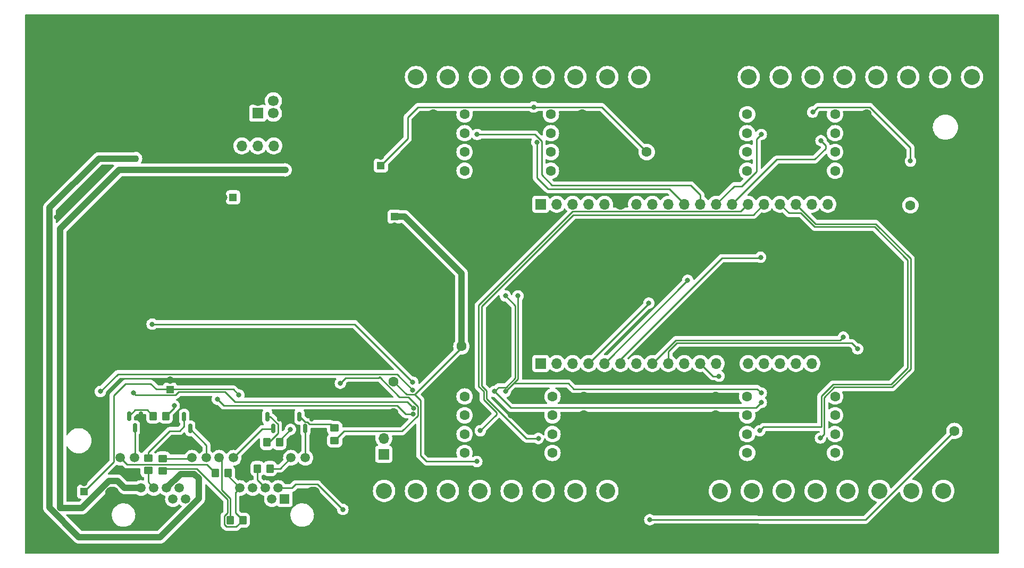
<source format=gbl>
%TF.GenerationSoftware,KiCad,Pcbnew,7.0.10*%
%TF.CreationDate,2024-07-06T13:46:37+02:00*%
%TF.ProjectId,Overlord,4f766572-6c6f-4726-942e-6b696361645f,rev?*%
%TF.SameCoordinates,Original*%
%TF.FileFunction,Copper,L2,Bot*%
%TF.FilePolarity,Positive*%
%FSLAX46Y46*%
G04 Gerber Fmt 4.6, Leading zero omitted, Abs format (unit mm)*
G04 Created by KiCad (PCBNEW 7.0.10) date 2024-07-06 13:46:37*
%MOMM*%
%LPD*%
G01*
G04 APERTURE LIST*
G04 Aperture macros list*
%AMRoundRect*
0 Rectangle with rounded corners*
0 $1 Rounding radius*
0 $2 $3 $4 $5 $6 $7 $8 $9 X,Y pos of 4 corners*
0 Add a 4 corners polygon primitive as box body*
4,1,4,$2,$3,$4,$5,$6,$7,$8,$9,$2,$3,0*
0 Add four circle primitives for the rounded corners*
1,1,$1+$1,$2,$3*
1,1,$1+$1,$4,$5*
1,1,$1+$1,$6,$7*
1,1,$1+$1,$8,$9*
0 Add four rect primitives between the rounded corners*
20,1,$1+$1,$2,$3,$4,$5,0*
20,1,$1+$1,$4,$5,$6,$7,0*
20,1,$1+$1,$6,$7,$8,$9,0*
20,1,$1+$1,$8,$9,$2,$3,0*%
G04 Aperture macros list end*
%TA.AperFunction,ComponentPad*%
%ADD10R,1.700000X1.700000*%
%TD*%
%TA.AperFunction,ComponentPad*%
%ADD11O,1.700000X1.700000*%
%TD*%
%TA.AperFunction,ComponentPad*%
%ADD12C,1.600000*%
%TD*%
%TA.AperFunction,ComponentPad*%
%ADD13R,1.200000X1.200000*%
%TD*%
%TA.AperFunction,ComponentPad*%
%ADD14C,1.200000*%
%TD*%
%TA.AperFunction,ComponentPad*%
%ADD15C,2.540000*%
%TD*%
%TA.AperFunction,ComponentPad*%
%ADD16R,1.500000X1.500000*%
%TD*%
%TA.AperFunction,ComponentPad*%
%ADD17C,1.500000*%
%TD*%
%TA.AperFunction,ComponentPad*%
%ADD18C,2.300000*%
%TD*%
%TA.AperFunction,ComponentPad*%
%ADD19R,1.600000X1.600000*%
%TD*%
%TA.AperFunction,ComponentPad*%
%ADD20C,1.700000*%
%TD*%
%TA.AperFunction,ComponentPad*%
%ADD21C,3.500000*%
%TD*%
%TA.AperFunction,SMDPad,CuDef*%
%ADD22RoundRect,0.250000X-0.350000X-0.450000X0.350000X-0.450000X0.350000X0.450000X-0.350000X0.450000X0*%
%TD*%
%TA.AperFunction,SMDPad,CuDef*%
%ADD23RoundRect,0.250000X0.350000X0.450000X-0.350000X0.450000X-0.350000X-0.450000X0.350000X-0.450000X0*%
%TD*%
%TA.AperFunction,SMDPad,CuDef*%
%ADD24RoundRect,0.150000X-0.150000X0.587500X-0.150000X-0.587500X0.150000X-0.587500X0.150000X0.587500X0*%
%TD*%
%TA.AperFunction,SMDPad,CuDef*%
%ADD25RoundRect,0.250000X-0.450000X0.350000X-0.450000X-0.350000X0.450000X-0.350000X0.450000X0.350000X0*%
%TD*%
%TA.AperFunction,ViaPad*%
%ADD26C,0.800000*%
%TD*%
%TA.AperFunction,ViaPad*%
%ADD27C,1.100000*%
%TD*%
%TA.AperFunction,Conductor*%
%ADD28C,0.250000*%
%TD*%
%TA.AperFunction,Conductor*%
%ADD29C,1.000000*%
%TD*%
G04 APERTURE END LIST*
D10*
%TO.P,120R_enable1,1,Pin_1*%
%TO.N,CAN_L*%
X82530000Y-95610000D03*
D11*
%TO.P,120R_enable1,2,Pin_2*%
%TO.N,Net-(120R_enable1-Pin_2)*%
X82530000Y-93070000D03*
%TD*%
D12*
%TO.P,C12,1*%
%TO.N,GND*%
X84100000Y-89000000D03*
%TO.P,C12,2*%
%TO.N,+3.3V*%
X84100000Y-84000000D03*
%TD*%
D13*
%TO.P,C3,1*%
%TO.N,+5V*%
X58540000Y-54620000D03*
D14*
%TO.P,C3,2*%
%TO.N,GND*%
X57040000Y-54620000D03*
%TD*%
D13*
%TO.P,C5,1*%
%TO.N,+3.3V*%
X82080000Y-49560000D03*
D14*
%TO.P,C5,2*%
%TO.N,GND*%
X82080000Y-48060000D03*
%TD*%
D13*
%TO.P,C6,1*%
%TO.N,+3.3V*%
X84270000Y-57727400D03*
D14*
%TO.P,C6,2*%
%TO.N,GND*%
X84270000Y-59227400D03*
%TD*%
D13*
%TO.P,C17,1*%
%TO.N,+5V*%
X34800000Y-101600000D03*
D14*
%TO.P,C17,2*%
%TO.N,GND*%
X34800000Y-100100000D03*
%TD*%
D13*
%TO.P,C2,1*%
%TO.N,+5V*%
X48500000Y-85300000D03*
D14*
%TO.P,C2,2*%
%TO.N,GND*%
X48500000Y-83800000D03*
%TD*%
D15*
%TO.P,J2,1,Pin_1*%
%TO.N,4_1Y2*%
X176220000Y-35450000D03*
%TO.P,J2,2,Pin_2*%
%TO.N,4_1Y1*%
X171140000Y-35450000D03*
%TO.P,J2,3,Pin_3*%
%TO.N,4_1Y0*%
X166060000Y-35450000D03*
%TO.P,J2,4,Pin_4*%
%TO.N,4_1Y3*%
X160980000Y-35450000D03*
%TO.P,J2,5,Pin_5*%
%TO.N,4_2Y1*%
X155900000Y-35450000D03*
%TO.P,J2,6,Pin_6*%
%TO.N,4_2Y3*%
X150820000Y-35450000D03*
%TO.P,J2,7,Pin_7*%
%TO.N,4_2Y2*%
X145740000Y-35450000D03*
%TO.P,J2,8,Pin_8*%
%TO.N,4_2Y0*%
X140660000Y-35450000D03*
%TO.P,J2,9,Pin_9*%
%TO.N,GND*%
X135580000Y-35450000D03*
%TD*%
%TO.P,J5,1,Pin_1*%
%TO.N,3_1Y2*%
X82580000Y-101450000D03*
%TO.P,J5,2,Pin_2*%
%TO.N,3_1Y1*%
X87660000Y-101450000D03*
%TO.P,J5,3,Pin_3*%
%TO.N,3_1Y0*%
X92740000Y-101450000D03*
%TO.P,J5,4,Pin_4*%
%TO.N,3_1Y3*%
X97820000Y-101450000D03*
%TO.P,J5,5,Pin_5*%
%TO.N,3_2Y1*%
X102900000Y-101450000D03*
%TO.P,J5,6,Pin_6*%
%TO.N,3_2Y3*%
X107980000Y-101450000D03*
%TO.P,J5,7,Pin_7*%
%TO.N,3_2Y2*%
X113060000Y-101450000D03*
%TO.P,J5,8,Pin_8*%
%TO.N,3_2Y0*%
X118140000Y-101450000D03*
%TO.P,J5,9,Pin_9*%
%TO.N,GND*%
X123220000Y-101450000D03*
%TD*%
%TO.P,J6,1,Pin_1*%
%TO.N,2_1Y2*%
X136080000Y-101450000D03*
%TO.P,J6,2,Pin_2*%
%TO.N,2_1Y1*%
X141160000Y-101450000D03*
%TO.P,J6,3,Pin_3*%
%TO.N,2_1Y0*%
X146240000Y-101450000D03*
%TO.P,J6,4,Pin_4*%
%TO.N,2_1Y3*%
X151320000Y-101450000D03*
%TO.P,J6,5,Pin_5*%
%TO.N,2_2Y1*%
X156400000Y-101450000D03*
%TO.P,J6,6,Pin_6*%
%TO.N,2_2Y3*%
X161480000Y-101450000D03*
%TO.P,J6,7,Pin_7*%
%TO.N,2_2Y2*%
X166560000Y-101450000D03*
%TO.P,J6,8,Pin_8*%
%TO.N,2_2Y0*%
X171640000Y-101450000D03*
%TO.P,J6,9,Pin_9*%
%TO.N,GND*%
X176720000Y-101450000D03*
%TD*%
%TO.P,J4,1,Pin_1*%
%TO.N,1_1Y2*%
X123220000Y-35450000D03*
%TO.P,J4,2,Pin_2*%
%TO.N,1_1Y1*%
X118140000Y-35450000D03*
%TO.P,J4,3,Pin_3*%
%TO.N,1_1Y0*%
X113060000Y-35450000D03*
%TO.P,J4,4,Pin_4*%
%TO.N,1_1Y3*%
X107980000Y-35450000D03*
%TO.P,J4,5,Pin_5*%
%TO.N,1_2Y1*%
X102900000Y-35450000D03*
%TO.P,J4,6,Pin_6*%
%TO.N,1_2Y3*%
X97820000Y-35450000D03*
%TO.P,J4,7,Pin_7*%
%TO.N,1_2Y2*%
X92740000Y-35450000D03*
%TO.P,J4,8,Pin_8*%
%TO.N,1_2Y0*%
X87660000Y-35450000D03*
%TO.P,J4,9,Pin_9*%
%TO.N,GND*%
X82580000Y-35450000D03*
%TD*%
D16*
%TO.P,J1,1*%
%TO.N,CAN_H*%
X66750000Y-102770000D03*
D17*
%TO.P,J1,2*%
%TO.N,CAN_L*%
X65734000Y-100990000D03*
%TO.P,J1,3*%
%TO.N,unconnected-(J1-Pad3)*%
X64718000Y-102770000D03*
%TO.P,J1,4*%
%TO.N,+12V*%
X63702000Y-100990000D03*
%TO.P,J1,5*%
%TO.N,GND*%
X62686000Y-102770000D03*
%TO.P,J1,6*%
%TO.N,unconnected-(J1-Pad6)*%
X61670000Y-100990000D03*
%TO.P,J1,7*%
%TO.N,GND*%
X60654000Y-102770000D03*
%TO.P,J1,8*%
%TO.N,+12V*%
X59638000Y-100990000D03*
%TO.P,J1,9*%
%TO.N,Net-(Q1-D)*%
X70050000Y-96170000D03*
%TO.P,J1,10*%
%TO.N,Net-(J1-Pad10)*%
X67760000Y-96170000D03*
%TO.P,J1,11*%
%TO.N,Net-(Q3-D)*%
X58620000Y-96170000D03*
%TO.P,J1,12*%
%TO.N,Net-(J1-Pad12)*%
X56330000Y-96170000D03*
%TO.P,J1,13*%
%TO.N,MB_A_2+*%
X51000000Y-102770000D03*
%TO.P,J1,14*%
%TO.N,MB_B_2-*%
X49984000Y-100990000D03*
%TO.P,J1,15*%
%TO.N,MB_A_1+*%
X48968000Y-102770000D03*
%TO.P,J1,16*%
%TO.N,+5V*%
X47952000Y-100990000D03*
%TO.P,J1,17*%
%TO.N,GND*%
X46936000Y-102770000D03*
%TO.P,J1,18*%
%TO.N,MB_B_1-*%
X45920000Y-100990000D03*
%TO.P,J1,19*%
%TO.N,GND*%
X44904000Y-102770000D03*
%TO.P,J1,20*%
%TO.N,+3.3V*%
X43888000Y-100990000D03*
%TO.P,J1,21*%
%TO.N,Net-(Q4-D)*%
X54300000Y-96170000D03*
%TO.P,J1,22*%
%TO.N,Net-(J1-Pad22)*%
X52010000Y-96170000D03*
%TO.P,J1,23*%
%TO.N,Net-(Q2-D)*%
X42870000Y-96170000D03*
%TO.P,J1,24*%
%TO.N,Net-(J1-Pad24)*%
X40580000Y-96170000D03*
D18*
%TO.P,J1,SH*%
%TO.N,GND*%
X71320000Y-101880000D03*
X39320000Y-101880000D03*
%TD*%
D19*
%TO.P,C13,1*%
%TO.N,GND*%
X124400000Y-50900000D03*
D12*
%TO.P,C13,2*%
%TO.N,+3.3V*%
X124400000Y-47400000D03*
%TD*%
%TO.P,C8,1*%
%TO.N,1_1Y2*%
X109150000Y-41400000D03*
%TO.P,C8,2*%
%TO.N,GND*%
X114150000Y-41400000D03*
%TD*%
D19*
%TO.P,C27,1*%
%TO.N,GND*%
X162900000Y-55900000D03*
D12*
%TO.P,C27,2*%
%TO.N,+3.3V*%
X166400000Y-55900000D03*
%TD*%
D19*
%TO.P,C44,1*%
%TO.N,GND*%
X91400000Y-78400000D03*
D12*
%TO.P,C44,2*%
%TO.N,+3.3V*%
X94900000Y-78400000D03*
%TD*%
D19*
%TO.P,C45,1*%
%TO.N,GND*%
X169900000Y-91900000D03*
D12*
%TO.P,C45,2*%
%TO.N,+3.3V*%
X173400000Y-91900000D03*
%TD*%
%TO.P,C7,1*%
%TO.N,GND*%
X114150000Y-44400000D03*
%TO.P,C7,2*%
%TO.N,1_1Y1*%
X109150000Y-44400000D03*
%TD*%
%TO.P,C9,1*%
%TO.N,GND*%
X135400000Y-92400000D03*
%TO.P,C9,2*%
%TO.N,2_1Y1*%
X140400000Y-92400000D03*
%TD*%
%TO.P,C10,1*%
%TO.N,2_1Y2*%
X140400000Y-95400000D03*
%TO.P,C10,2*%
%TO.N,GND*%
X135400000Y-95400000D03*
%TD*%
%TO.P,C14,1*%
%TO.N,GND*%
X114150000Y-47400000D03*
%TO.P,C14,2*%
%TO.N,1_1Y0*%
X109150000Y-47400000D03*
%TD*%
%TO.P,C15,1*%
%TO.N,1_1Y3*%
X109150000Y-50400000D03*
%TO.P,C15,2*%
%TO.N,GND*%
X114150000Y-50400000D03*
%TD*%
%TO.P,C16,1*%
%TO.N,GND*%
X135400000Y-89400000D03*
%TO.P,C16,2*%
%TO.N,2_1Y0*%
X140400000Y-89400000D03*
%TD*%
%TO.P,C18,1*%
%TO.N,2_1Y3*%
X140400000Y-86400000D03*
%TO.P,C18,2*%
%TO.N,GND*%
X135400000Y-86400000D03*
%TD*%
%TO.P,C19,1*%
%TO.N,GND*%
X90400000Y-41400000D03*
%TO.P,C19,2*%
%TO.N,1_2Y0*%
X95400000Y-41400000D03*
%TD*%
%TO.P,C20,1*%
%TO.N,GND*%
X159400000Y-95400000D03*
%TO.P,C20,2*%
%TO.N,2_2Y0*%
X154400000Y-95400000D03*
%TD*%
%TO.P,C21,1*%
%TO.N,GND*%
X90400000Y-50400000D03*
%TO.P,C21,2*%
%TO.N,1_2Y1*%
X95400000Y-50400000D03*
%TD*%
%TO.P,C22,1*%
%TO.N,GND*%
X159400000Y-86400000D03*
%TO.P,C22,2*%
%TO.N,2_2Y1*%
X154400000Y-86400000D03*
%TD*%
%TO.P,C23,1*%
%TO.N,GND*%
X90400000Y-44400000D03*
%TO.P,C23,2*%
%TO.N,1_2Y2*%
X95400000Y-44400000D03*
%TD*%
%TO.P,C24,1*%
%TO.N,GND*%
X159400000Y-92400000D03*
%TO.P,C24,2*%
%TO.N,2_2Y2*%
X154400000Y-92400000D03*
%TD*%
%TO.P,C25,1*%
%TO.N,GND*%
X90400000Y-47400000D03*
%TO.P,C25,2*%
%TO.N,1_2Y3*%
X95400000Y-47400000D03*
%TD*%
%TO.P,C26,1*%
%TO.N,GND*%
X159400000Y-89400000D03*
%TO.P,C26,2*%
%TO.N,2_2Y3*%
X154400000Y-89400000D03*
%TD*%
%TO.P,C28,1*%
%TO.N,GND*%
X90400000Y-92400000D03*
%TO.P,C28,2*%
%TO.N,3_1Y1*%
X95400000Y-92400000D03*
%TD*%
%TO.P,C29,1*%
%TO.N,3_1Y2*%
X95400000Y-95400000D03*
%TO.P,C29,2*%
%TO.N,GND*%
X90400000Y-95400000D03*
%TD*%
%TO.P,C30,1*%
%TO.N,GND*%
X159400000Y-44400000D03*
%TO.P,C30,2*%
%TO.N,4_1Y1*%
X154400000Y-44400000D03*
%TD*%
%TO.P,C31,1*%
%TO.N,4_1Y2*%
X154400000Y-41400000D03*
%TO.P,C31,2*%
%TO.N,GND*%
X159400000Y-41400000D03*
%TD*%
%TO.P,C32,1*%
%TO.N,GND*%
X90400000Y-89400000D03*
%TO.P,C32,2*%
%TO.N,3_1Y0*%
X95400000Y-89400000D03*
%TD*%
%TO.P,C33,1*%
%TO.N,3_1Y3*%
X95400000Y-86400000D03*
%TO.P,C33,2*%
%TO.N,GND*%
X90400000Y-86400000D03*
%TD*%
%TO.P,C34,1*%
%TO.N,GND*%
X159400000Y-47400000D03*
%TO.P,C34,2*%
%TO.N,4_1Y0*%
X154400000Y-47400000D03*
%TD*%
%TO.P,C35,1*%
%TO.N,4_1Y3*%
X154400000Y-50400000D03*
%TO.P,C35,2*%
%TO.N,GND*%
X159400000Y-50400000D03*
%TD*%
%TO.P,C36,1*%
%TO.N,GND*%
X114400000Y-95400000D03*
%TO.P,C36,2*%
%TO.N,3_2Y0*%
X109400000Y-95400000D03*
%TD*%
%TO.P,C37,1*%
%TO.N,GND*%
X135400000Y-41400000D03*
%TO.P,C37,2*%
%TO.N,4_2Y0*%
X140400000Y-41400000D03*
%TD*%
%TO.P,C38,1*%
%TO.N,GND*%
X114400000Y-86400000D03*
%TO.P,C38,2*%
%TO.N,3_2Y1*%
X109400000Y-86400000D03*
%TD*%
%TO.P,C39,1*%
%TO.N,GND*%
X135400000Y-50400000D03*
%TO.P,C39,2*%
%TO.N,4_2Y1*%
X140400000Y-50400000D03*
%TD*%
%TO.P,C40,1*%
%TO.N,GND*%
X114400000Y-92400000D03*
%TO.P,C40,2*%
%TO.N,3_2Y2*%
X109400000Y-92400000D03*
%TD*%
%TO.P,C41,1*%
%TO.N,GND*%
X135400000Y-44400000D03*
%TO.P,C41,2*%
%TO.N,4_2Y2*%
X140400000Y-44400000D03*
%TD*%
%TO.P,C42,1*%
%TO.N,GND*%
X114400000Y-89400000D03*
%TO.P,C42,2*%
%TO.N,3_2Y3*%
X109400000Y-89400000D03*
%TD*%
%TO.P,C43,1*%
%TO.N,GND*%
X135400000Y-47400000D03*
%TO.P,C43,2*%
%TO.N,4_2Y3*%
X140400000Y-47400000D03*
%TD*%
D10*
%TO.P,ESP1,1,CLK*%
%TO.N,unconnected-(ESP1-CLK-Pad1)*%
X107530000Y-81140000D03*
D11*
%TO.P,ESP1,2,D0*%
%TO.N,unconnected-(ESP1-D0-Pad2)*%
X110070000Y-81140000D03*
%TO.P,ESP1,3,D1*%
%TO.N,unconnected-(ESP1-D1-Pad3)*%
X112610000Y-81140000D03*
%TO.P,ESP1,4,D15*%
%TO.N,STATUS_LED_R*%
X115150000Y-81140000D03*
%TO.P,ESP1,5,D2*%
%TO.N,STATUS_LED_G*%
X117690000Y-81140000D03*
%TO.P,ESP1,6,D0*%
%TO.N,STATUS_LED_B*%
X120230000Y-81140000D03*
%TO.P,ESP1,7,D4*%
%TO.N,CAN_RX*%
X122770000Y-81140000D03*
%TO.P,ESP1,8,D16*%
%TO.N,MB_RX_U2*%
X125310000Y-81140000D03*
%TO.P,ESP1,9,D17*%
%TO.N,MB_TX_U2*%
X127850000Y-81140000D03*
%TO.P,ESP1,10,D5*%
%TO.N,CAN_TX*%
X130390000Y-81140000D03*
%TO.P,ESP1,11,D18*%
%TO.N,MB_TX_U1*%
X132930000Y-81140000D03*
%TO.P,ESP1,12,D19*%
%TO.N,MB_RX_U1*%
X135470000Y-81140000D03*
%TO.P,ESP1,13,GND*%
%TO.N,GND*%
X138010000Y-81140000D03*
%TO.P,ESP1,14,D22*%
%TO.N,unconnected-(ESP1-D22-Pad14)*%
X140550000Y-81140000D03*
%TO.P,ESP1,15,RX*%
%TO.N,UART_RX_0*%
X143090000Y-81140000D03*
%TO.P,ESP1,16,TX*%
%TO.N,UART_TX_0*%
X145630000Y-81140000D03*
%TO.P,ESP1,17,D22*%
%TO.N,MB_DIR_CTRL_U1*%
X148170000Y-81140000D03*
%TO.P,ESP1,18,D23*%
%TO.N,MB_DIR_CTRL_U2*%
X150710000Y-81140000D03*
%TO.P,ESP1,19,GND*%
%TO.N,GND*%
X153250000Y-81140000D03*
D10*
%TO.P,ESP1,20,+5V*%
%TO.N,unconnected-(ESP1-+5V-Pad20)*%
X107530000Y-55740000D03*
D11*
%TO.P,ESP1,21,CMD*%
%TO.N,unconnected-(ESP1-CMD-Pad21)*%
X110070000Y-55740000D03*
%TO.P,ESP1,22,D3*%
%TO.N,unconnected-(ESP1-D3-Pad22)*%
X112610000Y-55740000D03*
%TO.P,ESP1,23,D2*%
%TO.N,unconnected-(ESP1-D2-Pad23)*%
X115150000Y-55740000D03*
%TO.P,ESP1,24,D13*%
%TO.N,unconnected-(ESP1-D13-Pad24)*%
X117690000Y-55740000D03*
%TO.P,ESP1,25,GND*%
%TO.N,GND*%
X120230000Y-55740000D03*
%TO.P,ESP1,26,D12*%
%TO.N,unconnected-(ESP1-D12-Pad26)*%
X122770000Y-55740000D03*
%TO.P,ESP1,27,D14*%
%TO.N,S1*%
X125310000Y-55740000D03*
%TO.P,ESP1,28,D27*%
%TO.N,S0*%
X127850000Y-55740000D03*
%TO.P,ESP1,29,D26*%
%TO.N,Y8*%
X130390000Y-55740000D03*
%TO.P,ESP1,30,D25*%
%TO.N,Y7*%
X132930000Y-55740000D03*
%TO.P,ESP1,31,D33*%
%TO.N,Y6*%
X135470000Y-55740000D03*
%TO.P,ESP1,32,D32*%
%TO.N,Y5*%
X138010000Y-55740000D03*
%TO.P,ESP1,33,D35*%
%TO.N,Y4*%
X140550000Y-55740000D03*
%TO.P,ESP1,34,D34*%
%TO.N,Y3*%
X143090000Y-55740000D03*
%TO.P,ESP1,35,VIN*%
%TO.N,Y2*%
X145630000Y-55740000D03*
%TO.P,ESP1,36,VP*%
%TO.N,Y1*%
X148170000Y-55740000D03*
%TO.P,ESP1,37,EN*%
%TO.N,unconnected-(ESP1-EN-Pad37)*%
X150710000Y-55740000D03*
%TO.P,ESP1,38,3V3*%
%TO.N,+3.3V*%
X153250000Y-55740000D03*
%TD*%
D10*
%TO.P,J7,1,VBUS*%
%TO.N,Net-(D2-A)*%
X62460000Y-41227500D03*
D20*
%TO.P,J7,2,D-*%
%TO.N,Net-(J7-D-)*%
X64960000Y-41227500D03*
%TO.P,J7,3,D+*%
%TO.N,Net-(J7-D+)*%
X64960000Y-39227500D03*
%TO.P,J7,4,GND*%
%TO.N,GND*%
X62460000Y-39227500D03*
D21*
%TO.P,J7,5,Shield*%
X57690000Y-36517500D03*
X69730000Y-36517500D03*
%TD*%
D10*
%TO.P,J8,1,Pin_1*%
%TO.N,GND*%
X67550000Y-46420000D03*
D11*
%TO.P,J8,2,Pin_2*%
%TO.N,Net-(J7-D-)*%
X65010000Y-46420000D03*
%TO.P,J8,3,Pin_3*%
%TO.N,Net-(J7-D+)*%
X62470000Y-46420000D03*
%TO.P,J8,4,Pin_4*%
%TO.N,Net-(D2-K)*%
X59930000Y-46420000D03*
%TD*%
D22*
%TO.P,R31,1*%
%TO.N,Net-(J1-Pad12)*%
X58090000Y-106140000D03*
%TO.P,R31,2*%
%TO.N,+12V*%
X60090000Y-106140000D03*
%TD*%
D23*
%TO.P,R33,1*%
%TO.N,Net-(J1-Pad10)*%
X64400000Y-97900000D03*
%TO.P,R33,2*%
%TO.N,+12V*%
X62400000Y-97900000D03*
%TD*%
D24*
%TO.P,Q1,1,G*%
%TO.N,Net-(Q1-G)*%
X69100000Y-89632500D03*
%TO.P,Q1,2,S*%
%TO.N,GND*%
X71000000Y-89632500D03*
%TO.P,Q1,3,D*%
%TO.N,Net-(Q1-D)*%
X70050000Y-91507500D03*
%TD*%
%TO.P,Q2,1,G*%
%TO.N,Net-(Q2-G)*%
X41950000Y-89552500D03*
%TO.P,Q2,2,S*%
%TO.N,GND*%
X43850000Y-89552500D03*
%TO.P,Q2,3,D*%
%TO.N,Net-(Q2-D)*%
X42900000Y-91427500D03*
%TD*%
%TO.P,Q3,1,G*%
%TO.N,Net-(Q3-G)*%
X63990000Y-89652500D03*
%TO.P,Q3,2,S*%
%TO.N,GND*%
X65890000Y-89652500D03*
%TO.P,Q3,3,D*%
%TO.N,Net-(Q3-D)*%
X64940000Y-91527500D03*
%TD*%
%TO.P,Q4,1,G*%
%TO.N,Net-(Q4-G)*%
X50750000Y-89622500D03*
%TO.P,Q4,2,S*%
%TO.N,GND*%
X52650000Y-89622500D03*
%TO.P,Q4,3,D*%
%TO.N,Net-(Q4-D)*%
X51700000Y-91497500D03*
%TD*%
D22*
%TO.P,R1,1*%
%TO.N,Net-(J1-Pad24)*%
X55700000Y-98610000D03*
%TO.P,R1,2*%
%TO.N,+12V*%
X57700000Y-98610000D03*
%TD*%
D25*
%TO.P,R2,1*%
%TO.N,Net-(J1-Pad22)*%
X47340000Y-96280000D03*
%TO.P,R2,2*%
%TO.N,+12V*%
X47340000Y-98280000D03*
%TD*%
%TO.P,R3,1*%
%TO.N,Net-(Q1-G)*%
X74710000Y-91440000D03*
%TO.P,R3,2*%
%TO.N,CAN_TX*%
X74710000Y-93440000D03*
%TD*%
D22*
%TO.P,R4,1*%
%TO.N,Net-(Q2-G)*%
X45820000Y-89510000D03*
%TO.P,R4,2*%
%TO.N,MB_B_2-*%
X47820000Y-89510000D03*
%TD*%
%TO.P,R5,1*%
%TO.N,Net-(Q3-G)*%
X63910000Y-93730000D03*
%TO.P,R5,2*%
%TO.N,CAN_RX*%
X65910000Y-93730000D03*
%TD*%
D25*
%TO.P,R15,1*%
%TO.N,Net-(Q4-G)*%
X45000000Y-96220000D03*
%TO.P,R15,2*%
%TO.N,MB_B_1-*%
X45000000Y-98220000D03*
%TD*%
D26*
%TO.N,GND*%
X26760000Y-67220000D03*
X34380000Y-26580000D03*
X82640000Y-110400000D03*
X29300000Y-26580000D03*
X179160000Y-82460000D03*
X143600000Y-26580000D03*
X179160000Y-57060000D03*
X102960000Y-110400000D03*
X26760000Y-79920000D03*
X92540000Y-92040000D03*
X179160000Y-69760000D03*
X130130000Y-89520000D03*
X54700000Y-26580000D03*
X142630000Y-69550000D03*
X111420000Y-96660000D03*
X105500000Y-110400000D03*
X148680000Y-26580000D03*
X44540000Y-26580000D03*
X37180000Y-51240000D03*
X85180000Y-110400000D03*
X121560000Y-89620000D03*
X152100010Y-96455000D03*
X125820000Y-110400000D03*
X44790000Y-92760000D03*
X135980000Y-110400000D03*
X111570000Y-89940000D03*
X179160000Y-79920000D03*
X75020000Y-26580000D03*
X38190000Y-104040000D03*
X141060000Y-26580000D03*
X130900000Y-110400000D03*
X82640000Y-26580000D03*
X32620000Y-85400000D03*
X85180000Y-26580000D03*
X59542304Y-72530000D03*
X179160000Y-26580000D03*
X49620000Y-110400000D03*
X133440000Y-110400000D03*
X118200000Y-110400000D03*
X26760000Y-92620000D03*
X52160000Y-110400000D03*
X105500000Y-26580000D03*
X36880000Y-96840000D03*
X92710000Y-41350000D03*
X64860000Y-26580000D03*
X90260000Y-26580000D03*
X179160000Y-105320000D03*
X26760000Y-97700000D03*
X179160000Y-90080000D03*
X37815384Y-72530000D03*
X61600000Y-86110000D03*
X120740000Y-26580000D03*
X26760000Y-105320000D03*
X26760000Y-110400000D03*
X26760000Y-64680000D03*
X62320000Y-110400000D03*
X125820000Y-26580000D03*
X113120000Y-110400000D03*
X163920000Y-110400000D03*
X80100000Y-26580000D03*
X59780000Y-26580000D03*
X97880000Y-26580000D03*
X85614608Y-72530000D03*
X78900010Y-43605000D03*
X40210000Y-98230000D03*
X26760000Y-90080000D03*
X127036000Y-62470000D03*
X55730000Y-81310000D03*
X34380000Y-110400000D03*
X127820000Y-100470000D03*
X123280000Y-110400000D03*
X116600000Y-96290000D03*
X47080000Y-110400000D03*
X179160000Y-31660000D03*
X26760000Y-82460000D03*
X132390000Y-74120000D03*
X26760000Y-29120000D03*
X55450000Y-102600000D03*
X157100010Y-47355000D03*
X179160000Y-85000000D03*
X95340000Y-110400000D03*
X26760000Y-102780000D03*
X176620000Y-110400000D03*
X44540000Y-110400000D03*
X67400000Y-26580000D03*
X102960000Y-26580000D03*
X111890000Y-44170000D03*
X39460000Y-26580000D03*
X72578456Y-72530000D03*
X171540000Y-110400000D03*
X179160000Y-97700000D03*
X31840000Y-110400000D03*
X179160000Y-34200000D03*
X26760000Y-49440000D03*
X135980000Y-26580000D03*
X179160000Y-107860000D03*
X114776000Y-73270000D03*
X46010000Y-104120000D03*
X26760000Y-74840000D03*
X26760000Y-62140000D03*
X84690000Y-77870000D03*
X174080000Y-26580000D03*
X118200000Y-26580000D03*
X37790000Y-90460000D03*
X128360000Y-110400000D03*
X92600000Y-95050000D03*
X146140000Y-26580000D03*
X99940000Y-73000000D03*
X169000000Y-110400000D03*
X26760000Y-34200000D03*
X26760000Y-100240000D03*
X59780000Y-110400000D03*
X26760000Y-31660000D03*
X179160000Y-95160000D03*
X26760000Y-41820000D03*
X115660000Y-26580000D03*
X156380000Y-72220000D03*
X89960000Y-72530000D03*
X76923840Y-72530000D03*
X36910000Y-78560000D03*
X92510000Y-86400000D03*
X26760000Y-46900000D03*
X80100000Y-110400000D03*
X63887688Y-72530000D03*
X130900000Y-26580000D03*
X100420000Y-26580000D03*
X42000000Y-26580000D03*
X62320000Y-26580000D03*
X135150010Y-98105000D03*
X179160000Y-67220000D03*
X26760000Y-77380000D03*
X101770000Y-48210000D03*
X161380000Y-110400000D03*
X157810000Y-76490000D03*
X69940000Y-110400000D03*
X26760000Y-51980000D03*
X132610000Y-86580000D03*
X26760000Y-69760000D03*
X151220000Y-26580000D03*
X72450010Y-95355000D03*
X109710000Y-39190000D03*
X69940000Y-26580000D03*
X143900010Y-98105000D03*
X179160000Y-102780000D03*
X120740000Y-110400000D03*
X99940000Y-79530000D03*
X35570000Y-105320000D03*
X90260000Y-110400000D03*
X131650010Y-96105000D03*
X26760000Y-54520000D03*
X179160000Y-39280000D03*
X80570000Y-80950000D03*
X26760000Y-59600000D03*
X133150010Y-44855000D03*
X139150010Y-98105000D03*
X26760000Y-72300000D03*
X39460000Y-110400000D03*
X179160000Y-49440000D03*
X67550000Y-59430000D03*
X72480000Y-26580000D03*
X52160000Y-26580000D03*
X146140000Y-110400000D03*
X77560000Y-110400000D03*
X92450000Y-89360000D03*
X179160000Y-64680000D03*
X55196920Y-72530000D03*
X161380000Y-26580000D03*
X26760000Y-107860000D03*
X110580000Y-110400000D03*
X75020000Y-110400000D03*
X124584000Y-64630000D03*
X31840000Y-26580000D03*
X179160000Y-51980000D03*
X110580000Y-26580000D03*
X135750000Y-69500000D03*
X137900010Y-89355000D03*
X138520000Y-26580000D03*
X179160000Y-110400000D03*
X69330000Y-53200000D03*
X61050000Y-96050000D03*
X50851536Y-72530000D03*
X158840000Y-110400000D03*
X179160000Y-36740000D03*
X57240000Y-110400000D03*
X138520000Y-110400000D03*
X82550000Y-104730000D03*
X26760000Y-26580000D03*
X64980000Y-57090000D03*
X171540000Y-26580000D03*
X179160000Y-72300000D03*
X156300000Y-110400000D03*
X29300000Y-110400000D03*
X148650010Y-39105000D03*
X104450010Y-52055000D03*
X113120000Y-26580000D03*
X146250000Y-74270000D03*
X153760000Y-110400000D03*
X169000000Y-26580000D03*
X92800000Y-110400000D03*
X92800000Y-26580000D03*
X42820000Y-98900000D03*
X122132000Y-66790000D03*
X54700000Y-110400000D03*
X141060000Y-110400000D03*
X79970000Y-84870000D03*
X161900010Y-47355000D03*
X26760000Y-85000000D03*
X64860000Y-110400000D03*
X117270000Y-86680000D03*
X57250000Y-93330000D03*
X179160000Y-46900000D03*
X42160768Y-72530000D03*
X87200000Y-80880000D03*
X100420000Y-110400000D03*
X179160000Y-44360000D03*
X128020000Y-92640000D03*
X166460000Y-110400000D03*
X179160000Y-62140000D03*
X112240000Y-86640000D03*
X36920000Y-110400000D03*
X179160000Y-74840000D03*
X128360000Y-26580000D03*
X52140000Y-106020000D03*
X179160000Y-59600000D03*
X111950000Y-41710000D03*
X119680000Y-68950000D03*
X49620000Y-26580000D03*
X157150010Y-89355000D03*
X77920000Y-78140000D03*
X111950000Y-50220000D03*
X76380000Y-95920000D03*
X33470000Y-72530000D03*
X107090000Y-86510000D03*
X148680000Y-110400000D03*
X179160000Y-87540000D03*
X67400000Y-110400000D03*
X97880000Y-110400000D03*
X123870000Y-104490000D03*
X179160000Y-41820000D03*
X68160000Y-86190000D03*
X176620000Y-26580000D03*
X95340000Y-26580000D03*
X92820000Y-44680000D03*
X26760000Y-95160000D03*
X174080000Y-110400000D03*
X179160000Y-77380000D03*
X47080000Y-26580000D03*
X163920000Y-26580000D03*
X153760000Y-26580000D03*
X115660000Y-110400000D03*
X26760000Y-44360000D03*
X53490000Y-91160000D03*
X87720000Y-26580000D03*
X92840000Y-50460000D03*
X179160000Y-29120000D03*
X26760000Y-57060000D03*
X51400000Y-93460000D03*
X87900010Y-97605000D03*
X112090000Y-92360000D03*
X111860000Y-47540000D03*
X166460000Y-26580000D03*
X68330000Y-93840000D03*
X108040000Y-110400000D03*
X117228000Y-71110000D03*
X139220000Y-74220000D03*
X143600000Y-110400000D03*
X106960000Y-97140000D03*
X46110000Y-106460000D03*
X57240000Y-26580000D03*
X77560000Y-26580000D03*
X123280000Y-26580000D03*
X179160000Y-92620000D03*
X81269224Y-72530000D03*
X30420000Y-57780000D03*
X120960000Y-92600000D03*
X179160000Y-54520000D03*
X92820000Y-47340000D03*
X179160000Y-100240000D03*
X156300000Y-26580000D03*
X26760000Y-87540000D03*
X26760000Y-39280000D03*
X68233072Y-72530000D03*
X72480000Y-110400000D03*
X108040000Y-26580000D03*
X72800000Y-99170000D03*
X133440000Y-26580000D03*
X87720000Y-110400000D03*
X36920000Y-26580000D03*
X53640000Y-87030000D03*
X42000000Y-110400000D03*
X151220000Y-110400000D03*
X158840000Y-26580000D03*
X102690000Y-89440000D03*
X26760000Y-36740000D03*
%TO.N,+5V*%
X59462510Y-86167500D03*
D27*
X43020000Y-48440000D03*
D26*
%TO.N,Y4*%
X97900010Y-91855000D03*
%TO.N,S1*%
X100150010Y-85605000D03*
X101900010Y-70355000D03*
X142650010Y-87355000D03*
%TO.N,Y3*%
X107150010Y-93105000D03*
%TO.N,S0*%
X142650010Y-85855000D03*
X101900010Y-85605000D03*
X103900010Y-70355000D03*
%TO.N,Y2*%
X142400010Y-91855000D03*
%TO.N,Y1*%
X152070000Y-93030000D03*
%TO.N,CAN_RX*%
X67680000Y-91660000D03*
%TO.N,CAN_TX*%
X75610000Y-84290000D03*
%TO.N,CAN_L*%
X76020000Y-104420000D03*
%TO.N,+3.3V*%
X106400000Y-40240000D03*
X150840010Y-41045000D03*
D27*
X66820000Y-50260000D03*
D26*
X166400010Y-48855000D03*
X124890000Y-106040000D03*
X97340000Y-96780000D03*
%TO.N,MB_TX_U2*%
X157990000Y-78810000D03*
%TO.N,MB_RX_U2*%
X155720000Y-76920000D03*
%TO.N,MB_DIR_CTRL_U2*%
X56020000Y-86820000D03*
X87220000Y-89230000D03*
%TO.N,MB_B_2-*%
X49160000Y-87860000D03*
%TO.N,Y8*%
X106900010Y-45855000D03*
%TO.N,Y7*%
X97400010Y-44605000D03*
%TO.N,Y6*%
X142650010Y-44605000D03*
%TO.N,Y5*%
X152150010Y-45605000D03*
%TO.N,STATUS_LED_R*%
X124740000Y-71520000D03*
%TO.N,STATUS_LED_B*%
X142545000Y-64205000D03*
%TO.N,STATUS_LED_G*%
X130920000Y-67860000D03*
%TO.N,MB_TX_U1*%
X37400010Y-85605000D03*
X87150010Y-85355000D03*
X135900000Y-83160000D03*
%TO.N,MB_RX_U1*%
X87150010Y-84105000D03*
X45650010Y-74855000D03*
%TO.N,MB_DIR_CTRL_U1*%
X42650010Y-85855000D03*
X87271977Y-88281421D03*
%TD*%
D28*
%TO.N,+12V*%
X60090000Y-106140000D02*
X58888000Y-104938000D01*
X57700000Y-99052000D02*
X59638000Y-100990000D01*
X52720000Y-97930000D02*
X57640000Y-102850000D01*
X47690000Y-97930000D02*
X52720000Y-97930000D01*
X62400000Y-99688000D02*
X63702000Y-100990000D01*
X57700000Y-98610000D02*
X57700000Y-99052000D01*
X57165000Y-106835100D02*
X57509900Y-107180000D01*
X57640000Y-102850000D02*
X57640000Y-104969900D01*
X58888000Y-101740000D02*
X59638000Y-100990000D01*
X57509900Y-107180000D02*
X59050000Y-107180000D01*
X58888000Y-104938000D02*
X58888000Y-101740000D01*
X62400000Y-97900000D02*
X62400000Y-99688000D01*
X59050000Y-107180000D02*
X60090000Y-106140000D01*
X47340000Y-98280000D02*
X47690000Y-97930000D01*
X57165000Y-105444900D02*
X57165000Y-106835100D01*
X57640000Y-104969900D02*
X57165000Y-105444900D01*
%TO.N,+5V*%
X34800010Y-101555000D02*
X39505009Y-96850001D01*
X59462510Y-86167500D02*
X58550010Y-85255000D01*
D29*
X29270000Y-56300000D02*
X37130000Y-48440000D01*
X52355000Y-98755000D02*
X53080000Y-99480000D01*
D28*
X58550010Y-85255000D02*
X48500010Y-85255000D01*
X47952010Y-100945000D02*
X48348200Y-100945000D01*
D29*
X53080000Y-102669899D02*
X46914899Y-108835000D01*
D28*
X39505009Y-86250001D02*
X41400010Y-84355000D01*
D29*
X53080000Y-99480000D02*
X53080000Y-102669899D01*
X29270000Y-104126346D02*
X29270000Y-56300000D01*
X33978654Y-108835000D02*
X29270000Y-104126346D01*
D28*
X39505009Y-96850001D02*
X39505009Y-86250001D01*
D29*
X50187000Y-98755000D02*
X52355000Y-98755000D01*
D28*
X46300010Y-85255000D02*
X48500010Y-85255000D01*
D29*
X37130000Y-48440000D02*
X43020000Y-48440000D01*
X47952000Y-100990000D02*
X50187000Y-98755000D01*
X46914899Y-108835000D02*
X33978654Y-108835000D01*
D28*
X45400010Y-84355000D02*
X46300010Y-85255000D01*
X41400010Y-84355000D02*
X45400010Y-84355000D01*
%TO.N,Y4*%
X112625009Y-56880001D02*
X97650010Y-71855000D01*
X140560010Y-55705000D02*
X139385009Y-56880001D01*
X98450000Y-85604990D02*
X98450000Y-86904990D01*
X100500000Y-88954990D02*
X100500000Y-89255010D01*
X139385009Y-56880001D02*
X112625009Y-56880001D01*
X97650010Y-84805000D02*
X98450000Y-85604990D01*
X97900010Y-91855000D02*
X97900010Y-91855000D01*
X98450000Y-86904990D02*
X100500000Y-88954990D01*
X100500000Y-89255010D02*
X97900010Y-91855000D01*
X97650010Y-71855000D02*
X97650010Y-84805000D01*
%TO.N,S1*%
X142650010Y-87355000D02*
X142650010Y-87355000D01*
X100150010Y-85605000D02*
X100825010Y-84930000D01*
X103500010Y-83439314D02*
X103500010Y-71955000D01*
X102009324Y-84930000D02*
X103500010Y-83439314D01*
X141775011Y-88229999D02*
X142650010Y-87355000D01*
X100825010Y-84930000D02*
X102009324Y-84930000D01*
X102775009Y-88229999D02*
X141775011Y-88229999D01*
X100150010Y-85605000D02*
X102775009Y-88229999D01*
X103500010Y-71955000D02*
X101900010Y-70355000D01*
%TO.N,Y3*%
X143100010Y-55705000D02*
X141381805Y-57423205D01*
X98150010Y-71991410D02*
X98150010Y-84739315D01*
X105215696Y-93105000D02*
X107150010Y-93105000D01*
X98850000Y-86739304D02*
X105215696Y-93105000D01*
X107150010Y-93105000D02*
X107150010Y-93105000D01*
X141381805Y-57423205D02*
X112718215Y-57423205D01*
X112718215Y-57423205D02*
X98150010Y-71991410D01*
X98850000Y-85439305D02*
X98850000Y-86739304D01*
X98150010Y-84739315D02*
X98850000Y-85439305D01*
%TO.N,S0*%
X112805001Y-85205001D02*
X142000011Y-85205001D01*
X142650010Y-85855000D02*
X142650010Y-85855000D01*
X101900010Y-85605000D02*
X103185010Y-84320000D01*
X103185010Y-84320000D02*
X111920000Y-84320000D01*
X111920000Y-84320000D02*
X112805001Y-85205001D01*
X142000011Y-85205001D02*
X142650010Y-85855000D01*
X103900010Y-70355000D02*
X103900010Y-83605000D01*
X103900010Y-83605000D02*
X101900010Y-85605000D01*
%TO.N,Y2*%
X154102613Y-84470000D02*
X152210000Y-86362613D01*
X142995010Y-91260000D02*
X142400010Y-91855000D01*
X148931802Y-57138198D02*
X151113604Y-59320000D01*
X152210000Y-91260000D02*
X142995010Y-91260000D01*
X145630000Y-55740000D02*
X147028198Y-57138198D01*
X142400010Y-91855000D02*
X142400010Y-91855000D01*
X163313604Y-84470000D02*
X154102613Y-84470000D01*
X151113604Y-59320000D02*
X160673604Y-59320000D01*
X165970000Y-64616396D02*
X165970000Y-81813604D01*
X152210000Y-86362613D02*
X152210000Y-91260000D01*
X147028198Y-57138198D02*
X148931802Y-57138198D01*
X165970000Y-81813604D02*
X163313604Y-84470000D01*
X160673604Y-59320000D02*
X165970000Y-64616396D01*
%TO.N,Y1*%
X148170000Y-55740000D02*
X151300000Y-58870000D01*
X151300000Y-58870000D02*
X160860000Y-58870000D01*
X152110000Y-92960000D02*
X152070000Y-93030000D01*
X166420000Y-82000000D02*
X163500000Y-84920000D01*
X160860000Y-58870000D02*
X166420000Y-64430000D01*
X152660000Y-86549009D02*
X152660000Y-92410000D01*
X152660000Y-92410000D02*
X152110000Y-92960000D01*
X166420000Y-64430000D02*
X166420000Y-82000000D01*
X154289009Y-84920000D02*
X152660000Y-86549009D01*
X163500000Y-84920000D02*
X154289009Y-84920000D01*
X152070000Y-93030000D02*
X152110000Y-92970000D01*
%TO.N,CAN_RX*%
X65910000Y-93730000D02*
X65910000Y-93410000D01*
X67660000Y-91660000D02*
X67680000Y-91660000D01*
X67680000Y-91660000D02*
X67680000Y-91640000D01*
X65910000Y-93410000D02*
X67660000Y-91660000D01*
X67680000Y-91640000D02*
X67670000Y-91650000D01*
%TO.N,CAN_TX*%
X74710000Y-93440000D02*
X76205000Y-91945000D01*
X85040000Y-86490000D02*
X81850000Y-83300000D01*
X81850000Y-83300000D02*
X81720000Y-83430000D01*
X81720000Y-83430000D02*
X76470000Y-83430000D01*
X76470000Y-83430000D02*
X75610000Y-84290000D01*
X86435151Y-86490000D02*
X85040000Y-86490000D01*
X76205000Y-91945000D02*
X85459595Y-91945000D01*
X87950000Y-88004849D02*
X86435151Y-86490000D01*
X87950000Y-89454595D02*
X87950000Y-88004849D01*
X85459595Y-91945000D02*
X87950000Y-89454595D01*
%TO.N,CAN_L*%
X67900000Y-100990000D02*
X65734000Y-100990000D01*
X68485000Y-100405000D02*
X67900000Y-100990000D01*
X76020000Y-104420000D02*
X72005000Y-100405000D01*
X72005000Y-100405000D02*
X68485000Y-100405000D01*
D29*
%TO.N,+3.3V*%
X41270000Y-100990000D02*
X40120000Y-99840000D01*
D28*
X86340000Y-41850000D02*
X86340000Y-45300000D01*
D29*
X40120000Y-99840000D02*
X38814415Y-99840000D01*
X84270000Y-57727400D02*
X85870000Y-57727400D01*
D28*
X97340000Y-96780000D02*
X89350000Y-96780000D01*
D29*
X94900000Y-66757400D02*
X94900000Y-78400000D01*
D28*
X94900000Y-78630000D02*
X94900000Y-78400000D01*
D29*
X30950000Y-104180000D02*
X30950000Y-59690000D01*
D28*
X106400000Y-40240000D02*
X87950000Y-40240000D01*
X118950000Y-41960000D02*
X118960000Y-41960000D01*
X159220000Y-106080000D02*
X124890000Y-106040000D01*
X86180000Y-86080000D02*
X87450000Y-86080000D01*
X88350000Y-95780000D02*
X88350000Y-86980000D01*
X87450000Y-86080000D02*
X94900000Y-78630000D01*
X118950000Y-41950000D02*
X118950000Y-41960000D01*
X151655011Y-40229999D02*
X159940011Y-40229999D01*
X166400010Y-48855000D02*
X166400010Y-48855000D01*
X84100000Y-84000000D02*
X86180000Y-86080000D01*
X166400010Y-46689998D02*
X166400010Y-48855000D01*
X106400000Y-40240000D02*
X117240000Y-40240000D01*
D29*
X34474415Y-104180000D02*
X30950000Y-104180000D01*
D28*
X173400000Y-91900000D02*
X159220000Y-106080000D01*
X89350000Y-96780000D02*
X88350000Y-95780000D01*
D29*
X30950000Y-59690000D02*
X40350000Y-50290000D01*
X85870000Y-57727400D02*
X94900000Y-66757400D01*
D28*
X159940011Y-40229999D02*
X166400010Y-46689998D01*
X88350000Y-86980000D02*
X87450000Y-86080000D01*
X118960000Y-41960000D02*
X124400000Y-47400000D01*
D29*
X66820000Y-50260000D02*
X66850000Y-50290000D01*
D28*
X124890000Y-106040000D02*
X124870000Y-106080000D01*
D29*
X66790000Y-50290000D02*
X66820000Y-50260000D01*
D28*
X86340000Y-45300000D02*
X82080000Y-49560000D01*
D29*
X43888000Y-100990000D02*
X41270000Y-100990000D01*
D28*
X87950000Y-40240000D02*
X86340000Y-41850000D01*
X150840010Y-41045000D02*
X151655011Y-40229999D01*
D29*
X40350000Y-50290000D02*
X66790000Y-50290000D01*
D28*
X117240000Y-40240000D02*
X118950000Y-41950000D01*
D29*
X38814415Y-99840000D02*
X34474415Y-104180000D01*
D28*
%TO.N,MB_TX_U2*%
X157990000Y-78810000D02*
X158010000Y-78810000D01*
X129226396Y-77860000D02*
X157060000Y-77860000D01*
X157990000Y-78790000D02*
X157990000Y-78810000D01*
X127850000Y-79236396D02*
X129226396Y-77860000D01*
X127850000Y-81140000D02*
X127850000Y-79236396D01*
X157060000Y-77860000D02*
X157990000Y-78790000D01*
X158010000Y-78810000D02*
X157990000Y-78790000D01*
%TO.N,MB_RX_U2*%
X155230000Y-77410000D02*
X155720000Y-76920000D01*
X125310000Y-81140000D02*
X129040000Y-77410000D01*
X155720000Y-76920000D02*
X155710000Y-76930000D01*
X129040000Y-77410000D02*
X155230000Y-77410000D01*
%TO.N,MB_DIR_CTRL_U2*%
X86040012Y-89230000D02*
X87220000Y-89230000D01*
X57029999Y-87829999D02*
X84640011Y-87829999D01*
X56020000Y-86820000D02*
X57029999Y-87829999D01*
X84640011Y-87829999D02*
X86040012Y-89230000D01*
%TO.N,MB_B_2-*%
X47820000Y-89510000D02*
X49170000Y-88160000D01*
X49170000Y-88160000D02*
X49160000Y-87860000D01*
X49160000Y-87860000D02*
X49170000Y-87870000D01*
%TO.N,Y8*%
X128015010Y-53320000D02*
X130400010Y-55705000D01*
X106900010Y-45855000D02*
X106900010Y-51520010D01*
X108700000Y-53320000D02*
X128015010Y-53320000D01*
X106900010Y-51520010D02*
X108700000Y-53320000D01*
%TO.N,Y7*%
X131430012Y-52720000D02*
X132940010Y-54229998D01*
X107670000Y-51060000D02*
X109330000Y-52720000D01*
X106604605Y-44605000D02*
X107670000Y-45670395D01*
X132940010Y-54229998D02*
X132940010Y-55705000D01*
X97400010Y-44605000D02*
X106604605Y-44605000D01*
X109330000Y-52720000D02*
X131430012Y-52720000D01*
X107670000Y-45670395D02*
X107670000Y-51060000D01*
%TO.N,Y6*%
X142650010Y-44605000D02*
X142650010Y-44605000D01*
X141900010Y-45355000D02*
X142400010Y-44855000D01*
X138330010Y-52855000D02*
X139515012Y-52855000D01*
X141900010Y-50470002D02*
X141900010Y-45355000D01*
X139515012Y-52855000D02*
X141900010Y-50470002D01*
X142400010Y-44855000D02*
X142650010Y-44605000D01*
X135480010Y-55705000D02*
X138330010Y-52855000D01*
%TO.N,Y5*%
X152900010Y-46855000D02*
X152900010Y-46355000D01*
X145120010Y-48605000D02*
X151150010Y-48605000D01*
X151150010Y-48605000D02*
X152900010Y-46855000D01*
X152150010Y-45605000D02*
X152150010Y-45605000D01*
X152900010Y-46355000D02*
X152150010Y-45605000D01*
X138020010Y-55705000D02*
X145120010Y-48605000D01*
%TO.N,STATUS_LED_R*%
X124720000Y-71570000D02*
X124740000Y-71520000D01*
X115150000Y-81140000D02*
X124720000Y-71570000D01*
X124740000Y-71520000D02*
X124720000Y-71500000D01*
%TO.N,STATUS_LED_B*%
X136361701Y-64320000D02*
X120230000Y-80451701D01*
X142430000Y-64320000D02*
X142340000Y-64320000D01*
X142545000Y-64205000D02*
X142430000Y-64320000D01*
X142430000Y-64320000D02*
X136361701Y-64320000D01*
X120230000Y-80451701D02*
X120230000Y-81140000D01*
%TO.N,STATUS_LED_G*%
X130960000Y-67870000D02*
X130960000Y-67830000D01*
X130920000Y-67860000D02*
X130970000Y-67860000D01*
X130920000Y-67910000D02*
X130920000Y-67860000D01*
X130970000Y-67860000D02*
X130960000Y-67870000D01*
X117690000Y-81140000D02*
X130920000Y-67910000D01*
%TO.N,MB_TX_U1*%
X87150010Y-85355000D02*
X84625009Y-82829999D01*
X84625009Y-82829999D02*
X40175011Y-82829999D01*
X40175011Y-82829999D02*
X37400010Y-85605000D01*
X134950000Y-83160000D02*
X132930000Y-81140000D01*
X135900000Y-83160000D02*
X134950000Y-83160000D01*
X37400010Y-85605000D02*
X37400010Y-85605000D01*
%TO.N,MB_RX_U1*%
X77900010Y-74855000D02*
X45650010Y-74855000D01*
X87150010Y-84105000D02*
X77900010Y-74855000D01*
X45650010Y-74855000D02*
X45650010Y-74855000D01*
%TO.N,MB_DIR_CTRL_U1*%
X87271977Y-88281421D02*
X86245555Y-87254999D01*
X86245555Y-87254999D02*
X58800009Y-87254999D01*
X58800009Y-87254999D02*
X57200010Y-85655000D01*
X49895000Y-85655000D02*
X49375000Y-86175000D01*
X42970010Y-86175000D02*
X42650010Y-85855000D01*
X57200010Y-85655000D02*
X49895000Y-85655000D01*
X42650010Y-85855000D02*
X42650010Y-85855000D01*
X49375000Y-86175000D02*
X42970010Y-86175000D01*
%TO.N,MB_B_1-*%
X45000000Y-100070000D02*
X45920000Y-100990000D01*
X45000000Y-98220000D02*
X45000000Y-100070000D01*
%TO.N,Net-(J1-Pad24)*%
X40580000Y-96170000D02*
X41655000Y-97245000D01*
X41655000Y-97245000D02*
X54335000Y-97245000D01*
X54335000Y-97245000D02*
X55700000Y-98610000D01*
%TO.N,Net-(J1-Pad22)*%
X51900000Y-96280000D02*
X52010000Y-96170000D01*
X47340000Y-96280000D02*
X51900000Y-96280000D01*
%TO.N,Net-(J1-Pad12)*%
X56710000Y-96550000D02*
X56710000Y-101290000D01*
X56330000Y-96170000D02*
X56710000Y-96550000D01*
X58090000Y-102670000D02*
X58090000Y-106140000D01*
X56710000Y-101290000D02*
X58090000Y-102670000D01*
%TO.N,Net-(J1-Pad10)*%
X66030000Y-97900000D02*
X64400000Y-97900000D01*
X67760000Y-96170000D02*
X66030000Y-97900000D01*
%TO.N,Net-(Q1-D)*%
X70050000Y-91570000D02*
X70050000Y-96170000D01*
%TO.N,Net-(Q3-D)*%
X63200000Y-91590000D02*
X58620000Y-96170000D01*
X64940000Y-91590000D02*
X63200000Y-91590000D01*
%TO.N,Net-(Q4-D)*%
X54300000Y-94160000D02*
X51700000Y-91560000D01*
X54300000Y-96170000D02*
X54300000Y-94160000D01*
%TO.N,Net-(Q2-D)*%
X42900000Y-96140000D02*
X42870000Y-96170000D01*
X42900000Y-91490000D02*
X42900000Y-96140000D01*
%TO.N,Net-(Q1-G)*%
X74080000Y-90810000D02*
X74710000Y-91440000D01*
X69100000Y-89570000D02*
X70025000Y-90495000D01*
X70380196Y-90495000D02*
X70695196Y-90810000D01*
X70025000Y-90495000D02*
X70380196Y-90495000D01*
X70695196Y-90810000D02*
X74080000Y-90810000D01*
%TO.N,Net-(Q2-G)*%
X41950000Y-89552500D02*
X42962500Y-88540000D01*
X42962500Y-88540000D02*
X44850000Y-88540000D01*
X44850000Y-88540000D02*
X45820000Y-89510000D01*
%TO.N,Net-(Q3-G)*%
X65665000Y-92285000D02*
X64220000Y-93730000D01*
X64220000Y-93730000D02*
X63910000Y-93730000D01*
X64440000Y-89590000D02*
X65665000Y-90815000D01*
X63990000Y-89590000D02*
X64440000Y-89590000D01*
X65665000Y-90815000D02*
X65665000Y-92285000D01*
%TO.N,Net-(Q4-G)*%
X45000000Y-96220000D02*
X45000000Y-95310000D01*
X50750000Y-91170000D02*
X50010000Y-91910000D01*
X50750000Y-89622500D02*
X50750000Y-91170000D01*
X45000000Y-95310000D02*
X48400000Y-91910000D01*
X48400000Y-91910000D02*
X50010000Y-91910000D01*
%TD*%
%TA.AperFunction,Conductor*%
%TO.N,GND*%
G36*
X39718197Y-100868502D02*
G01*
X39739171Y-100885405D01*
X40517462Y-101663696D01*
X40525766Y-101672857D01*
X40553432Y-101706568D01*
X40706996Y-101832595D01*
X40882196Y-101926241D01*
X40939091Y-101943500D01*
X41072296Y-101983908D01*
X41072297Y-101983908D01*
X41072300Y-101983909D01*
X41072304Y-101983909D01*
X41072308Y-101983910D01*
X41269996Y-102003380D01*
X41270000Y-102003380D01*
X41270003Y-102003380D01*
X41313387Y-101999107D01*
X41325737Y-101998500D01*
X43094432Y-101998500D01*
X43162553Y-102018502D01*
X43166702Y-102021287D01*
X43230213Y-102065758D01*
X43256346Y-102084056D01*
X43455924Y-102177120D01*
X43668629Y-102234115D01*
X43888000Y-102253307D01*
X44107371Y-102234115D01*
X44320076Y-102177120D01*
X44519654Y-102084056D01*
X44700038Y-101957749D01*
X44746992Y-101910795D01*
X44814905Y-101842883D01*
X44877217Y-101808857D01*
X44948032Y-101813922D01*
X44993095Y-101842883D01*
X45107957Y-101957745D01*
X45107961Y-101957748D01*
X45107962Y-101957749D01*
X45288346Y-102084056D01*
X45487924Y-102177120D01*
X45700629Y-102234115D01*
X45920000Y-102253307D01*
X46139371Y-102234115D01*
X46352076Y-102177120D01*
X46551654Y-102084056D01*
X46732038Y-101957749D01*
X46778992Y-101910795D01*
X46846905Y-101842883D01*
X46909217Y-101808857D01*
X46980032Y-101813922D01*
X47025095Y-101842883D01*
X47139957Y-101957745D01*
X47139961Y-101957748D01*
X47139962Y-101957749D01*
X47320346Y-102084056D01*
X47519924Y-102177120D01*
X47519930Y-102177121D01*
X47519934Y-102177123D01*
X47681893Y-102220521D01*
X47742515Y-102257472D01*
X47773537Y-102321333D01*
X47770988Y-102374838D01*
X47749596Y-102454674D01*
X47723885Y-102550629D01*
X47704693Y-102770000D01*
X47723885Y-102989371D01*
X47725272Y-102994547D01*
X47780879Y-103202073D01*
X47780881Y-103202079D01*
X47858155Y-103367794D01*
X47873944Y-103401654D01*
X47978662Y-103551206D01*
X48000251Y-103582038D01*
X48000254Y-103582042D01*
X48155957Y-103737745D01*
X48155961Y-103737748D01*
X48155962Y-103737749D01*
X48336346Y-103864056D01*
X48535924Y-103957120D01*
X48748629Y-104014115D01*
X48968000Y-104033307D01*
X49187371Y-104014115D01*
X49400076Y-103957120D01*
X49599654Y-103864056D01*
X49780038Y-103737749D01*
X49786200Y-103731587D01*
X49894905Y-103622883D01*
X49957217Y-103588857D01*
X50028032Y-103593922D01*
X50073095Y-103622883D01*
X50187957Y-103737745D01*
X50187961Y-103737748D01*
X50187962Y-103737749D01*
X50299019Y-103815512D01*
X50343347Y-103870969D01*
X50350656Y-103941588D01*
X50318625Y-104004949D01*
X50315843Y-104007820D01*
X46534070Y-107789595D01*
X46471758Y-107823620D01*
X46444975Y-107826500D01*
X34448578Y-107826500D01*
X34380457Y-107806498D01*
X34359483Y-107789595D01*
X31973483Y-105403595D01*
X31959878Y-105378680D01*
X39210738Y-105378680D01*
X39240762Y-105651566D01*
X39310204Y-105917184D01*
X39364724Y-106045479D01*
X39417577Y-106169852D01*
X39560595Y-106404196D01*
X39736209Y-106615218D01*
X39736211Y-106615220D01*
X39736213Y-106615222D01*
X39940666Y-106798414D01*
X39940672Y-106798419D01*
X39940677Y-106798423D01*
X40169641Y-106949904D01*
X40418221Y-107066433D01*
X40681119Y-107145527D01*
X40681122Y-107145527D01*
X40681124Y-107145528D01*
X40952727Y-107185500D01*
X40952731Y-107185500D01*
X41158547Y-107185500D01*
X41363805Y-107170477D01*
X41631775Y-107110784D01*
X41888198Y-107012711D01*
X42127609Y-106878347D01*
X42344904Y-106710557D01*
X42535454Y-106512916D01*
X42695196Y-106289637D01*
X42820727Y-106045479D01*
X42820727Y-106045478D01*
X42820729Y-106045475D01*
X42909368Y-105785651D01*
X42909370Y-105785646D01*
X42934303Y-105650660D01*
X42959235Y-105515682D01*
X42959236Y-105515671D01*
X42960513Y-105480719D01*
X42969262Y-105241320D01*
X42950366Y-105069583D01*
X42939237Y-104968433D01*
X42924352Y-104911498D01*
X42869796Y-104702818D01*
X42858227Y-104675595D01*
X42830322Y-104609928D01*
X42762423Y-104450148D01*
X42619405Y-104215804D01*
X42443791Y-104004782D01*
X42443787Y-104004779D01*
X42443786Y-104004777D01*
X42239333Y-103821585D01*
X42239320Y-103821575D01*
X42010359Y-103670096D01*
X41923128Y-103629204D01*
X41761779Y-103553567D01*
X41499287Y-103474595D01*
X41498875Y-103474471D01*
X41227272Y-103434500D01*
X41227269Y-103434500D01*
X41021453Y-103434500D01*
X40816191Y-103449523D01*
X40548231Y-103509214D01*
X40548219Y-103509218D01*
X40291801Y-103607289D01*
X40052397Y-103741649D01*
X40052393Y-103741651D01*
X39835094Y-103909444D01*
X39835093Y-103909445D01*
X39644548Y-104107081D01*
X39484807Y-104330358D01*
X39484803Y-104330364D01*
X39359270Y-104574524D01*
X39270631Y-104834348D01*
X39270628Y-104834361D01*
X39220764Y-105104317D01*
X39220763Y-105104328D01*
X39210738Y-105378680D01*
X31959878Y-105378680D01*
X31939457Y-105341283D01*
X31944522Y-105270468D01*
X31987069Y-105213632D01*
X32053589Y-105188821D01*
X32062578Y-105188500D01*
X34418678Y-105188500D01*
X34431028Y-105189107D01*
X34474412Y-105193380D01*
X34474415Y-105193380D01*
X34474419Y-105193380D01*
X34672107Y-105173910D01*
X34672108Y-105173909D01*
X34672116Y-105173909D01*
X34862219Y-105116241D01*
X34916317Y-105087325D01*
X35037419Y-105022595D01*
X35190983Y-104896568D01*
X35218654Y-104862849D01*
X35226938Y-104853709D01*
X39195244Y-100885405D01*
X39257556Y-100851379D01*
X39284339Y-100848500D01*
X39650076Y-100848500D01*
X39718197Y-100868502D01*
G37*
%TD.AperFunction*%
%TA.AperFunction,Conductor*%
G36*
X68376080Y-88483501D02*
G01*
X68422573Y-88537157D01*
X68432677Y-88607431D01*
X68416412Y-88653638D01*
X68340856Y-88781394D01*
X68294437Y-88941170D01*
X68294437Y-88941171D01*
X68291500Y-88978488D01*
X68291500Y-90286511D01*
X68294437Y-90323828D01*
X68294437Y-90323829D01*
X68340856Y-90483605D01*
X68425544Y-90626803D01*
X68425549Y-90626810D01*
X68543189Y-90744450D01*
X68543196Y-90744455D01*
X68686394Y-90829143D01*
X68686397Y-90829143D01*
X68686399Y-90829145D01*
X68846169Y-90875562D01*
X68883488Y-90878499D01*
X68883489Y-90878500D01*
X68883498Y-90878500D01*
X69115500Y-90878500D01*
X69183621Y-90898502D01*
X69230114Y-90952158D01*
X69241500Y-91004500D01*
X69241500Y-92161511D01*
X69244437Y-92198828D01*
X69244437Y-92198829D01*
X69290856Y-92358605D01*
X69375544Y-92501803D01*
X69375545Y-92501804D01*
X69375547Y-92501807D01*
X69379592Y-92505852D01*
X69413619Y-92568160D01*
X69416500Y-92594950D01*
X69416500Y-95011645D01*
X69396498Y-95079766D01*
X69362771Y-95114858D01*
X69237965Y-95202248D01*
X69237959Y-95202253D01*
X69082253Y-95357959D01*
X69082248Y-95357965D01*
X69008213Y-95463698D01*
X68952755Y-95508026D01*
X68882136Y-95515335D01*
X68818776Y-95483304D01*
X68801787Y-95463698D01*
X68727751Y-95357965D01*
X68727749Y-95357962D01*
X68572038Y-95202251D01*
X68391654Y-95075944D01*
X68356175Y-95059400D01*
X68192079Y-94982881D01*
X68192073Y-94982879D01*
X68078455Y-94952435D01*
X67979371Y-94925885D01*
X67760000Y-94906693D01*
X67540629Y-94925885D01*
X67327926Y-94982879D01*
X67327920Y-94982881D01*
X67128346Y-95075944D01*
X66947965Y-95202248D01*
X66947959Y-95202253D01*
X66792253Y-95357959D01*
X66792248Y-95357965D01*
X66665944Y-95538346D01*
X66572881Y-95737920D01*
X66572879Y-95737926D01*
X66524441Y-95918697D01*
X66515885Y-95950629D01*
X66496693Y-96170000D01*
X66515885Y-96389371D01*
X66520394Y-96406200D01*
X66524284Y-96420715D01*
X66522594Y-96491692D01*
X66491673Y-96542421D01*
X65804500Y-97229595D01*
X65742187Y-97263620D01*
X65715404Y-97266500D01*
X65579239Y-97266500D01*
X65511118Y-97246498D01*
X65464625Y-97192842D01*
X65459635Y-97180133D01*
X65442116Y-97127265D01*
X65442115Y-97127264D01*
X65442115Y-97127262D01*
X65349030Y-96976348D01*
X65349029Y-96976347D01*
X65349024Y-96976341D01*
X65223658Y-96850975D01*
X65223652Y-96850970D01*
X65072738Y-96757885D01*
X64988582Y-96729999D01*
X64904427Y-96702113D01*
X64904420Y-96702112D01*
X64800553Y-96691500D01*
X63999455Y-96691500D01*
X63895574Y-96702112D01*
X63727261Y-96757885D01*
X63576347Y-96850970D01*
X63576341Y-96850975D01*
X63489095Y-96938222D01*
X63426783Y-96972248D01*
X63355968Y-96967183D01*
X63310905Y-96938222D01*
X63223658Y-96850975D01*
X63223652Y-96850970D01*
X63072738Y-96757885D01*
X62988582Y-96729999D01*
X62904427Y-96702113D01*
X62904420Y-96702112D01*
X62800553Y-96691500D01*
X61999455Y-96691500D01*
X61895574Y-96702112D01*
X61727261Y-96757885D01*
X61576347Y-96850970D01*
X61576341Y-96850975D01*
X61450975Y-96976341D01*
X61450970Y-96976347D01*
X61357885Y-97127262D01*
X61302113Y-97295572D01*
X61302112Y-97295579D01*
X61291500Y-97399446D01*
X61291500Y-98400544D01*
X61302112Y-98504425D01*
X61357885Y-98672738D01*
X61450970Y-98823652D01*
X61450975Y-98823658D01*
X61576341Y-98949024D01*
X61576347Y-98949029D01*
X61576348Y-98949030D01*
X61706648Y-99029400D01*
X61754125Y-99082185D01*
X61766500Y-99136640D01*
X61766500Y-99602792D01*
X61746498Y-99670913D01*
X61692842Y-99717406D01*
X61651482Y-99728313D01*
X61450629Y-99745885D01*
X61237926Y-99802879D01*
X61237920Y-99802881D01*
X61038346Y-99895944D01*
X60857965Y-100022248D01*
X60743095Y-100137118D01*
X60680783Y-100171143D01*
X60609967Y-100166077D01*
X60564905Y-100137117D01*
X60450042Y-100022254D01*
X60450038Y-100022251D01*
X60427545Y-100006501D01*
X60269654Y-99895944D01*
X60261533Y-99892157D01*
X60070079Y-99802881D01*
X60070073Y-99802879D01*
X59980178Y-99778791D01*
X59857371Y-99745885D01*
X59638000Y-99726693D01*
X59418623Y-99745885D01*
X59387281Y-99754284D01*
X59316305Y-99752594D01*
X59265576Y-99721672D01*
X58836557Y-99292653D01*
X58802531Y-99230341D01*
X58800305Y-99190755D01*
X58808500Y-99110545D01*
X58808499Y-98109456D01*
X58797887Y-98005574D01*
X58742115Y-97837262D01*
X58649030Y-97686348D01*
X58649029Y-97686347D01*
X58649024Y-97686341D01*
X58605077Y-97642394D01*
X58571051Y-97580082D01*
X58576116Y-97509267D01*
X58618663Y-97452431D01*
X58683188Y-97427778D01*
X58839371Y-97414115D01*
X59052076Y-97357120D01*
X59251654Y-97264056D01*
X59432038Y-97137749D01*
X59587749Y-96982038D01*
X59714056Y-96801654D01*
X59807120Y-96602076D01*
X59864115Y-96389371D01*
X59883307Y-96170000D01*
X59864115Y-95950629D01*
X59855715Y-95919281D01*
X59857403Y-95848309D01*
X59888324Y-95797578D01*
X62590326Y-93095578D01*
X62652635Y-93061554D01*
X62723451Y-93066619D01*
X62780286Y-93109166D01*
X62805097Y-93175686D01*
X62804766Y-93197479D01*
X62801500Y-93229452D01*
X62801500Y-94230544D01*
X62812112Y-94334425D01*
X62867885Y-94502738D01*
X62960970Y-94653652D01*
X62960975Y-94653658D01*
X63086341Y-94779024D01*
X63086347Y-94779029D01*
X63086348Y-94779030D01*
X63237262Y-94872115D01*
X63405574Y-94927887D01*
X63509455Y-94938500D01*
X64310544Y-94938499D01*
X64414426Y-94927887D01*
X64582738Y-94872115D01*
X64733652Y-94779030D01*
X64769432Y-94743250D01*
X64820905Y-94691778D01*
X64883217Y-94657752D01*
X64954032Y-94662817D01*
X64999095Y-94691778D01*
X65086341Y-94779024D01*
X65086347Y-94779029D01*
X65086348Y-94779030D01*
X65237262Y-94872115D01*
X65405574Y-94927887D01*
X65509455Y-94938500D01*
X66310544Y-94938499D01*
X66414426Y-94927887D01*
X66582738Y-94872115D01*
X66733652Y-94779030D01*
X66859030Y-94653652D01*
X66952115Y-94502738D01*
X67007887Y-94334426D01*
X67018500Y-94230545D01*
X67018499Y-93249595D01*
X67038501Y-93181475D01*
X67055404Y-93160500D01*
X67610501Y-92605404D01*
X67672813Y-92571379D01*
X67699596Y-92568500D01*
X67775487Y-92568500D01*
X67962288Y-92528794D01*
X68136752Y-92451118D01*
X68291253Y-92338866D01*
X68293089Y-92336827D01*
X68419034Y-92196951D01*
X68419035Y-92196949D01*
X68419040Y-92196944D01*
X68514527Y-92031556D01*
X68573542Y-91849928D01*
X68593504Y-91660000D01*
X68573542Y-91470072D01*
X68514527Y-91288444D01*
X68419040Y-91123056D01*
X68419038Y-91123054D01*
X68419034Y-91123048D01*
X68291255Y-90981135D01*
X68136752Y-90868882D01*
X67962288Y-90791206D01*
X67775487Y-90751500D01*
X67584513Y-90751500D01*
X67397711Y-90791206D01*
X67223247Y-90868882D01*
X67068744Y-90981135D01*
X66940965Y-91123048D01*
X66940958Y-91123058D01*
X66847474Y-91284978D01*
X66845473Y-91288444D01*
X66835851Y-91318058D01*
X66786459Y-91470067D01*
X66786458Y-91470069D01*
X66786458Y-91470072D01*
X66776007Y-91569500D01*
X66771441Y-91612943D01*
X66744427Y-91678599D01*
X66735227Y-91688866D01*
X66513596Y-91910498D01*
X66451284Y-91944523D01*
X66380468Y-91939459D01*
X66323632Y-91896912D01*
X66298821Y-91830392D01*
X66298500Y-91821403D01*
X66298500Y-90898854D01*
X66300249Y-90883012D01*
X66299956Y-90882985D01*
X66300700Y-90875099D01*
X66300702Y-90875092D01*
X66298562Y-90807000D01*
X66298500Y-90803042D01*
X66298500Y-90775150D01*
X66298500Y-90775144D01*
X66297993Y-90771135D01*
X66297062Y-90759306D01*
X66296743Y-90749143D01*
X66295674Y-90715111D01*
X66290020Y-90695652D01*
X66286012Y-90676297D01*
X66283474Y-90656203D01*
X66267195Y-90615087D01*
X66263356Y-90603872D01*
X66257582Y-90583999D01*
X66251019Y-90561407D01*
X66240703Y-90543964D01*
X66232005Y-90526209D01*
X66224552Y-90507383D01*
X66200008Y-90473601D01*
X66198563Y-90471612D01*
X66192052Y-90461700D01*
X66169542Y-90423638D01*
X66155214Y-90409310D01*
X66142384Y-90394289D01*
X66130472Y-90377893D01*
X66130469Y-90377891D01*
X66130469Y-90377890D01*
X66096394Y-90349700D01*
X66087616Y-90341712D01*
X64947244Y-89201339D01*
X64937279Y-89188901D01*
X64937052Y-89189090D01*
X64932001Y-89182984D01*
X64932000Y-89182982D01*
X64924968Y-89176379D01*
X64882348Y-89136356D01*
X64879504Y-89133599D01*
X64859777Y-89113871D01*
X64859773Y-89113867D01*
X64858393Y-89112796D01*
X64856568Y-89111381D01*
X64847553Y-89103681D01*
X64838247Y-89094942D01*
X64802281Y-89033729D01*
X64798500Y-89003092D01*
X64798500Y-88998489D01*
X64798499Y-88998488D01*
X64795562Y-88961171D01*
X64795562Y-88961170D01*
X64795562Y-88961169D01*
X64749145Y-88801399D01*
X64749143Y-88801397D01*
X64749143Y-88801394D01*
X64661760Y-88653638D01*
X64644300Y-88584822D01*
X64666817Y-88517491D01*
X64722161Y-88473022D01*
X64770213Y-88463499D01*
X68307959Y-88463499D01*
X68376080Y-88483501D01*
G37*
%TD.AperFunction*%
%TA.AperFunction,Conductor*%
G36*
X40043702Y-97309374D02*
G01*
X40056654Y-97314561D01*
X40107103Y-97338085D01*
X40147924Y-97357120D01*
X40360629Y-97414115D01*
X40580000Y-97433307D01*
X40799371Y-97414115D01*
X40830714Y-97405716D01*
X40901688Y-97407402D01*
X40952422Y-97438326D01*
X41147753Y-97633657D01*
X41157720Y-97646097D01*
X41157947Y-97645910D01*
X41162999Y-97652017D01*
X41212666Y-97698657D01*
X41215510Y-97701414D01*
X41235230Y-97721134D01*
X41238416Y-97723605D01*
X41247447Y-97731318D01*
X41279678Y-97761585D01*
X41279682Y-97761588D01*
X41297430Y-97771345D01*
X41313957Y-97782201D01*
X41329960Y-97794614D01*
X41370539Y-97812174D01*
X41381187Y-97817391D01*
X41419934Y-97838692D01*
X41419936Y-97838693D01*
X41419940Y-97838695D01*
X41439562Y-97843733D01*
X41458263Y-97850135D01*
X41470814Y-97855567D01*
X41476852Y-97858180D01*
X41476853Y-97858180D01*
X41476855Y-97858181D01*
X41520530Y-97865098D01*
X41532141Y-97867502D01*
X41574970Y-97878500D01*
X41595224Y-97878500D01*
X41614934Y-97880051D01*
X41617141Y-97880400D01*
X41634943Y-97883220D01*
X41678961Y-97879058D01*
X41690819Y-97878500D01*
X43665500Y-97878500D01*
X43733621Y-97898502D01*
X43780114Y-97952158D01*
X43791500Y-98004500D01*
X43791500Y-98620544D01*
X43802112Y-98724425D01*
X43857885Y-98892738D01*
X43950970Y-99043652D01*
X43950975Y-99043658D01*
X44076341Y-99169024D01*
X44076347Y-99169029D01*
X44076348Y-99169030D01*
X44227262Y-99262115D01*
X44280132Y-99279634D01*
X44338503Y-99320046D01*
X44365760Y-99385602D01*
X44366500Y-99399238D01*
X44366500Y-99651112D01*
X44346498Y-99719233D01*
X44292842Y-99765726D01*
X44222568Y-99775830D01*
X44207889Y-99772819D01*
X44173110Y-99763500D01*
X44107371Y-99745885D01*
X43888000Y-99726693D01*
X43668629Y-99745885D01*
X43455926Y-99802879D01*
X43455920Y-99802881D01*
X43256346Y-99895944D01*
X43212880Y-99926380D01*
X43166702Y-99958713D01*
X43099430Y-99981401D01*
X43094433Y-99981500D01*
X41739924Y-99981500D01*
X41671803Y-99961498D01*
X41650829Y-99944595D01*
X40872532Y-99166298D01*
X40864239Y-99157149D01*
X40836568Y-99123432D01*
X40683004Y-98997405D01*
X40599438Y-98952738D01*
X40507807Y-98903760D01*
X40507794Y-98903755D01*
X40471476Y-98892739D01*
X40471477Y-98892739D01*
X40471473Y-98892738D01*
X40317701Y-98846091D01*
X40317692Y-98846089D01*
X40120004Y-98826620D01*
X40119997Y-98826620D01*
X40076613Y-98830893D01*
X40064263Y-98831500D01*
X38870152Y-98831500D01*
X38857802Y-98830893D01*
X38814418Y-98826620D01*
X38814410Y-98826620D01*
X38732120Y-98834724D01*
X38662367Y-98821495D01*
X38610839Y-98772654D01*
X38593896Y-98703709D01*
X38616918Y-98636548D01*
X38630670Y-98620242D01*
X39893666Y-97357246D01*
X39906101Y-97347285D01*
X39905914Y-97347058D01*
X39918135Y-97336948D01*
X39919075Y-97338085D01*
X39972762Y-97306539D01*
X40043702Y-97309374D01*
G37*
%TD.AperFunction*%
%TA.AperFunction,Conductor*%
G36*
X50816724Y-92103347D02*
G01*
X50873559Y-92145894D01*
X50893688Y-92186250D01*
X50940856Y-92348605D01*
X51025544Y-92491803D01*
X51025549Y-92491810D01*
X51143189Y-92609450D01*
X51143196Y-92609455D01*
X51286394Y-92694143D01*
X51286397Y-92694143D01*
X51286399Y-92694145D01*
X51446169Y-92740562D01*
X51483488Y-92743499D01*
X51483489Y-92743500D01*
X51483498Y-92743500D01*
X51916509Y-92743500D01*
X51924498Y-92742871D01*
X51993979Y-92757464D01*
X52023483Y-92779387D01*
X53629595Y-94385499D01*
X53663621Y-94447811D01*
X53666500Y-94474594D01*
X53666500Y-95011645D01*
X53646498Y-95079766D01*
X53612771Y-95114858D01*
X53487965Y-95202248D01*
X53487959Y-95202253D01*
X53332253Y-95357959D01*
X53332248Y-95357965D01*
X53258213Y-95463698D01*
X53202755Y-95508026D01*
X53132136Y-95515335D01*
X53068776Y-95483304D01*
X53051787Y-95463698D01*
X52977751Y-95357965D01*
X52977749Y-95357962D01*
X52822038Y-95202251D01*
X52641654Y-95075944D01*
X52606175Y-95059400D01*
X52442079Y-94982881D01*
X52442073Y-94982879D01*
X52328455Y-94952435D01*
X52229371Y-94925885D01*
X52010000Y-94906693D01*
X51790629Y-94925885D01*
X51577926Y-94982879D01*
X51577920Y-94982881D01*
X51378346Y-95075944D01*
X51197965Y-95202248D01*
X51197959Y-95202253D01*
X51042253Y-95357959D01*
X51042248Y-95357965D01*
X50915944Y-95538346D01*
X50899436Y-95573749D01*
X50852519Y-95627035D01*
X50785241Y-95646500D01*
X48576640Y-95646500D01*
X48508519Y-95626498D01*
X48469399Y-95586647D01*
X48461443Y-95573749D01*
X48389030Y-95456348D01*
X48389028Y-95456346D01*
X48389024Y-95456341D01*
X48263658Y-95330975D01*
X48263652Y-95330970D01*
X48239573Y-95316118D01*
X48112738Y-95237885D01*
X48005191Y-95202248D01*
X47944427Y-95182113D01*
X47944420Y-95182112D01*
X47840553Y-95171500D01*
X46839455Y-95171500D01*
X46735574Y-95182112D01*
X46567261Y-95237885D01*
X46416347Y-95330970D01*
X46416341Y-95330975D01*
X46290970Y-95456346D01*
X46287453Y-95460795D01*
X46229511Y-95501823D01*
X46158586Y-95505013D01*
X46097196Y-95469351D01*
X46081377Y-95448791D01*
X46049030Y-95396348D01*
X46049029Y-95396347D01*
X46049024Y-95396341D01*
X46018388Y-95365705D01*
X45984362Y-95303393D01*
X45989427Y-95232578D01*
X46018386Y-95187517D01*
X48625500Y-92580405D01*
X48687812Y-92546379D01*
X48714595Y-92543500D01*
X49926147Y-92543500D01*
X49941988Y-92545249D01*
X49942016Y-92544956D01*
X49949902Y-92545700D01*
X49949909Y-92545702D01*
X50017986Y-92543562D01*
X50021945Y-92543500D01*
X50049851Y-92543500D01*
X50049856Y-92543500D01*
X50053867Y-92542992D01*
X50065699Y-92542061D01*
X50109889Y-92540673D01*
X50129347Y-92535019D01*
X50148694Y-92531013D01*
X50168797Y-92528474D01*
X50178160Y-92524767D01*
X50189522Y-92520268D01*
X50209910Y-92512195D01*
X50221130Y-92508353D01*
X50245913Y-92501154D01*
X50263591Y-92496019D01*
X50263595Y-92496017D01*
X50281026Y-92485708D01*
X50298780Y-92477009D01*
X50317617Y-92469552D01*
X50353392Y-92443558D01*
X50363298Y-92437051D01*
X50401362Y-92414542D01*
X50415685Y-92400218D01*
X50430724Y-92387374D01*
X50447107Y-92375472D01*
X50475299Y-92341392D01*
X50483267Y-92332635D01*
X50683597Y-92132306D01*
X50745908Y-92098282D01*
X50816724Y-92103347D01*
G37*
%TD.AperFunction*%
%TA.AperFunction,Conductor*%
G36*
X55132139Y-86308502D02*
G01*
X55178632Y-86362158D01*
X55188736Y-86432432D01*
X55183851Y-86453433D01*
X55181861Y-86459561D01*
X55126457Y-86630072D01*
X55106496Y-86820000D01*
X55126457Y-87009927D01*
X55145613Y-87068881D01*
X55185473Y-87191556D01*
X55185476Y-87191561D01*
X55280958Y-87356941D01*
X55280965Y-87356951D01*
X55408744Y-87498864D01*
X55408747Y-87498866D01*
X55563248Y-87611118D01*
X55737712Y-87688794D01*
X55924513Y-87728500D01*
X55980406Y-87728500D01*
X56048527Y-87748502D01*
X56069501Y-87765405D01*
X56522752Y-88218656D01*
X56532719Y-88231096D01*
X56532946Y-88230909D01*
X56537998Y-88237016D01*
X56587665Y-88283656D01*
X56590509Y-88286413D01*
X56610223Y-88306128D01*
X56613422Y-88308610D01*
X56622443Y-88316315D01*
X56654678Y-88346585D01*
X56654679Y-88346585D01*
X56654681Y-88346587D01*
X56672428Y-88356343D01*
X56688958Y-88367201D01*
X56704958Y-88379612D01*
X56745535Y-88397171D01*
X56756186Y-88402389D01*
X56794939Y-88423694D01*
X56814561Y-88428732D01*
X56833262Y-88435134D01*
X56845763Y-88440544D01*
X56851851Y-88443179D01*
X56851852Y-88443179D01*
X56851854Y-88443180D01*
X56895529Y-88450097D01*
X56907140Y-88452501D01*
X56949969Y-88463499D01*
X56970223Y-88463499D01*
X56989933Y-88465050D01*
X56992140Y-88465399D01*
X57009942Y-88468219D01*
X57053960Y-88464057D01*
X57065818Y-88463499D01*
X63209787Y-88463499D01*
X63277908Y-88483501D01*
X63324401Y-88537157D01*
X63334505Y-88607431D01*
X63318240Y-88653638D01*
X63230856Y-88801394D01*
X63184437Y-88961170D01*
X63184437Y-88961171D01*
X63181500Y-88998488D01*
X63181500Y-90306511D01*
X63184437Y-90343828D01*
X63184437Y-90343829D01*
X63230856Y-90503605D01*
X63315544Y-90646803D01*
X63315549Y-90646810D01*
X63410144Y-90741405D01*
X63444170Y-90803717D01*
X63439105Y-90874532D01*
X63396558Y-90931368D01*
X63330038Y-90956179D01*
X63321049Y-90956500D01*
X63283853Y-90956500D01*
X63268011Y-90954750D01*
X63267984Y-90955044D01*
X63260092Y-90954298D01*
X63260091Y-90954298D01*
X63236360Y-90955044D01*
X63192014Y-90956438D01*
X63188055Y-90956500D01*
X63160144Y-90956500D01*
X63160141Y-90956500D01*
X63160126Y-90956501D01*
X63156121Y-90957007D01*
X63144304Y-90957937D01*
X63100112Y-90959326D01*
X63100110Y-90959327D01*
X63080655Y-90964978D01*
X63061302Y-90968986D01*
X63041210Y-90971524D01*
X63041203Y-90971526D01*
X63000096Y-90987801D01*
X62988871Y-90991644D01*
X62946407Y-91003982D01*
X62928964Y-91014297D01*
X62911218Y-91022990D01*
X62892382Y-91030448D01*
X62856610Y-91056437D01*
X62846694Y-91062951D01*
X62808637Y-91085458D01*
X62794311Y-91099784D01*
X62779285Y-91112617D01*
X62762895Y-91124525D01*
X62762893Y-91124527D01*
X62734700Y-91158605D01*
X62726713Y-91167381D01*
X58992421Y-94901672D01*
X58930109Y-94935698D01*
X58870716Y-94934284D01*
X58839371Y-94925885D01*
X58620000Y-94906693D01*
X58400629Y-94925885D01*
X58187926Y-94982879D01*
X58187920Y-94982881D01*
X57988346Y-95075944D01*
X57807965Y-95202248D01*
X57807959Y-95202253D01*
X57652253Y-95357959D01*
X57652248Y-95357965D01*
X57578213Y-95463698D01*
X57522755Y-95508026D01*
X57452136Y-95515335D01*
X57388776Y-95483304D01*
X57371787Y-95463698D01*
X57297751Y-95357965D01*
X57297749Y-95357962D01*
X57142038Y-95202251D01*
X56961654Y-95075944D01*
X56926175Y-95059400D01*
X56762079Y-94982881D01*
X56762073Y-94982879D01*
X56648455Y-94952435D01*
X56549371Y-94925885D01*
X56330000Y-94906693D01*
X56110629Y-94925885D01*
X55897926Y-94982879D01*
X55897920Y-94982881D01*
X55698346Y-95075944D01*
X55517965Y-95202248D01*
X55404095Y-95316118D01*
X55341783Y-95350143D01*
X55270967Y-95345077D01*
X55225905Y-95316117D01*
X55112046Y-95202258D01*
X55112042Y-95202255D01*
X55112038Y-95202251D01*
X54987226Y-95114856D01*
X54942900Y-95059400D01*
X54933500Y-95011645D01*
X54933500Y-94243855D01*
X54935249Y-94228014D01*
X54934956Y-94227987D01*
X54935701Y-94220094D01*
X54935702Y-94220091D01*
X54933562Y-94152013D01*
X54933500Y-94148054D01*
X54933500Y-94120149D01*
X54933500Y-94120144D01*
X54932992Y-94116130D01*
X54932061Y-94104297D01*
X54931502Y-94086502D01*
X54930673Y-94060110D01*
X54925022Y-94040663D01*
X54921012Y-94021300D01*
X54918474Y-94001203D01*
X54902195Y-93960090D01*
X54898353Y-93948869D01*
X54886018Y-93906407D01*
X54875705Y-93888969D01*
X54867010Y-93871222D01*
X54859552Y-93852383D01*
X54833568Y-93816620D01*
X54827051Y-93806699D01*
X54804541Y-93768635D01*
X54790218Y-93754312D01*
X54777377Y-93739279D01*
X54767748Y-93726026D01*
X54765472Y-93722893D01*
X54754115Y-93713498D01*
X54731405Y-93694710D01*
X54722626Y-93686721D01*
X52545405Y-91509500D01*
X52511379Y-91447188D01*
X52508500Y-91420405D01*
X52508500Y-90843489D01*
X52508499Y-90843488D01*
X52506532Y-90818502D01*
X52505562Y-90806169D01*
X52459145Y-90646399D01*
X52459143Y-90646397D01*
X52459143Y-90646394D01*
X52374455Y-90503196D01*
X52374450Y-90503189D01*
X52256810Y-90385549D01*
X52256803Y-90385544D01*
X52113605Y-90300856D01*
X51953829Y-90254437D01*
X51916511Y-90251500D01*
X51916502Y-90251500D01*
X51684500Y-90251500D01*
X51616379Y-90231498D01*
X51569886Y-90177842D01*
X51558500Y-90125500D01*
X51558500Y-88968489D01*
X51558499Y-88968488D01*
X51557103Y-88950757D01*
X51555562Y-88931169D01*
X51509145Y-88771399D01*
X51509143Y-88771397D01*
X51509143Y-88771394D01*
X51424455Y-88628196D01*
X51424450Y-88628189D01*
X51306810Y-88510549D01*
X51306803Y-88510544D01*
X51163605Y-88425856D01*
X51003829Y-88379437D01*
X50966511Y-88376500D01*
X50966502Y-88376500D01*
X50533498Y-88376500D01*
X50533489Y-88376500D01*
X50496171Y-88379437D01*
X50496170Y-88379437D01*
X50336394Y-88425856D01*
X50193196Y-88510544D01*
X50193189Y-88510549D01*
X50075549Y-88628189D01*
X50075544Y-88628196D01*
X49990856Y-88771394D01*
X49944437Y-88931170D01*
X49944437Y-88931171D01*
X49941500Y-88968488D01*
X49941500Y-90276511D01*
X49944437Y-90313828D01*
X49944437Y-90313829D01*
X49990856Y-90473605D01*
X50075544Y-90616803D01*
X50075545Y-90616804D01*
X50075547Y-90616807D01*
X50079592Y-90620852D01*
X50113619Y-90683160D01*
X50116500Y-90709950D01*
X50116500Y-90855405D01*
X50096498Y-90923526D01*
X50079595Y-90944500D01*
X49784500Y-91239595D01*
X49722188Y-91273621D01*
X49695405Y-91276500D01*
X48483853Y-91276500D01*
X48468011Y-91274750D01*
X48467984Y-91275044D01*
X48460092Y-91274298D01*
X48460091Y-91274298D01*
X48436360Y-91275044D01*
X48392014Y-91276438D01*
X48388055Y-91276500D01*
X48360144Y-91276500D01*
X48360141Y-91276500D01*
X48360126Y-91276501D01*
X48356121Y-91277007D01*
X48344304Y-91277937D01*
X48300112Y-91279326D01*
X48300110Y-91279327D01*
X48280655Y-91284978D01*
X48261302Y-91288986D01*
X48241210Y-91291524D01*
X48241203Y-91291526D01*
X48200096Y-91307801D01*
X48188871Y-91311644D01*
X48146407Y-91323982D01*
X48128964Y-91334297D01*
X48111218Y-91342990D01*
X48092382Y-91350448D01*
X48056610Y-91376437D01*
X48046694Y-91382951D01*
X48008637Y-91405458D01*
X47994311Y-91419784D01*
X47979285Y-91432617D01*
X47962895Y-91444525D01*
X47962893Y-91444527D01*
X47934700Y-91478605D01*
X47926713Y-91487381D01*
X44611336Y-94802757D01*
X44598901Y-94812721D01*
X44599089Y-94812948D01*
X44592979Y-94818002D01*
X44546370Y-94867635D01*
X44543620Y-94870473D01*
X44523863Y-94890231D01*
X44521374Y-94893439D01*
X44513688Y-94902436D01*
X44483418Y-94934673D01*
X44483411Y-94934683D01*
X44473651Y-94952435D01*
X44462803Y-94968950D01*
X44450386Y-94984958D01*
X44432824Y-95025540D01*
X44427604Y-95036195D01*
X44402487Y-95081885D01*
X44400154Y-95080603D01*
X44364408Y-95126410D01*
X44330571Y-95143651D01*
X44227265Y-95177883D01*
X44076347Y-95270970D01*
X44002647Y-95344670D01*
X43940334Y-95378695D01*
X43869519Y-95373629D01*
X43824457Y-95344669D01*
X43682044Y-95202256D01*
X43682038Y-95202251D01*
X43587229Y-95135864D01*
X43542900Y-95080406D01*
X43533500Y-95032651D01*
X43533500Y-92514950D01*
X43553502Y-92446829D01*
X43570404Y-92425855D01*
X43574453Y-92421807D01*
X43623504Y-92338866D01*
X43659143Y-92278605D01*
X43659143Y-92278603D01*
X43659145Y-92278601D01*
X43705562Y-92118831D01*
X43708499Y-92081511D01*
X43708500Y-92081511D01*
X43708500Y-90773489D01*
X43708499Y-90773488D01*
X43708207Y-90769784D01*
X43705562Y-90736169D01*
X43659145Y-90576399D01*
X43659143Y-90576397D01*
X43659143Y-90576394D01*
X43574455Y-90433196D01*
X43574450Y-90433189D01*
X43456810Y-90315549D01*
X43456803Y-90315544D01*
X43313605Y-90230856D01*
X43153829Y-90184437D01*
X43116511Y-90181500D01*
X43116502Y-90181500D01*
X42884500Y-90181500D01*
X42816379Y-90161498D01*
X42769886Y-90107842D01*
X42758500Y-90055500D01*
X42758500Y-89692094D01*
X42778502Y-89623973D01*
X42795405Y-89602999D01*
X43187999Y-89210405D01*
X43250311Y-89176379D01*
X43277094Y-89173500D01*
X44535406Y-89173500D01*
X44603527Y-89193502D01*
X44624501Y-89210405D01*
X44674595Y-89260499D01*
X44708621Y-89322811D01*
X44711500Y-89349594D01*
X44711500Y-90010544D01*
X44722112Y-90114425D01*
X44777885Y-90282738D01*
X44870970Y-90433652D01*
X44870975Y-90433658D01*
X44996341Y-90559024D01*
X44996347Y-90559029D01*
X44996348Y-90559030D01*
X45147262Y-90652115D01*
X45315574Y-90707887D01*
X45419455Y-90718500D01*
X46220544Y-90718499D01*
X46324426Y-90707887D01*
X46492738Y-90652115D01*
X46643652Y-90559030D01*
X46676478Y-90526204D01*
X46730905Y-90471778D01*
X46793217Y-90437752D01*
X46864032Y-90442817D01*
X46909095Y-90471778D01*
X46996341Y-90559024D01*
X46996347Y-90559029D01*
X46996348Y-90559030D01*
X47147262Y-90652115D01*
X47315574Y-90707887D01*
X47419455Y-90718500D01*
X48220544Y-90718499D01*
X48324426Y-90707887D01*
X48492738Y-90652115D01*
X48643652Y-90559030D01*
X48769030Y-90433652D01*
X48862115Y-90282738D01*
X48917887Y-90114426D01*
X48928500Y-90010545D01*
X48928499Y-89349592D01*
X48948501Y-89281472D01*
X48965399Y-89260503D01*
X49524594Y-88701308D01*
X49562434Y-88675301D01*
X49616752Y-88651118D01*
X49771253Y-88538866D01*
X49772792Y-88537157D01*
X49899034Y-88396951D01*
X49899035Y-88396949D01*
X49899040Y-88396944D01*
X49994527Y-88231556D01*
X50053542Y-88049928D01*
X50073504Y-87860000D01*
X50053542Y-87670072D01*
X49994527Y-87488444D01*
X49899040Y-87323056D01*
X49899038Y-87323054D01*
X49899034Y-87323048D01*
X49771255Y-87181135D01*
X49672601Y-87109459D01*
X49616752Y-87068882D01*
X49605308Y-87063787D01*
X49524118Y-87027639D01*
X49470022Y-86981659D01*
X49449372Y-86913732D01*
X49468724Y-86845424D01*
X49521935Y-86798422D01*
X49528979Y-86795381D01*
X49533794Y-86793474D01*
X49533797Y-86793474D01*
X49574928Y-86777188D01*
X49586130Y-86773353D01*
X49620050Y-86763500D01*
X49628591Y-86761019D01*
X49628595Y-86761017D01*
X49646026Y-86750708D01*
X49663780Y-86742009D01*
X49682617Y-86734552D01*
X49718392Y-86708558D01*
X49728298Y-86702051D01*
X49766362Y-86679542D01*
X49780685Y-86665218D01*
X49795724Y-86652374D01*
X49812107Y-86640472D01*
X49840299Y-86606392D01*
X49848267Y-86597635D01*
X50072219Y-86373685D01*
X50120501Y-86325404D01*
X50182813Y-86291379D01*
X50209596Y-86288500D01*
X55064018Y-86288500D01*
X55132139Y-86308502D01*
G37*
%TD.AperFunction*%
%TA.AperFunction,Conductor*%
G36*
X84393538Y-88483501D02*
G01*
X84414512Y-88500404D01*
X85532765Y-89618657D01*
X85542732Y-89631097D01*
X85542959Y-89630910D01*
X85548011Y-89637017D01*
X85597678Y-89683657D01*
X85600522Y-89686414D01*
X85620238Y-89706131D01*
X85623435Y-89708611D01*
X85632456Y-89716316D01*
X85664691Y-89746586D01*
X85664692Y-89746586D01*
X85664694Y-89746588D01*
X85682441Y-89756344D01*
X85698971Y-89767202D01*
X85714971Y-89779613D01*
X85755548Y-89797172D01*
X85766199Y-89802390D01*
X85804952Y-89823695D01*
X85824574Y-89828733D01*
X85843275Y-89835135D01*
X85861867Y-89843181D01*
X85905534Y-89850096D01*
X85917137Y-89852498D01*
X85959982Y-89863500D01*
X85980243Y-89863500D01*
X85999951Y-89865050D01*
X86019955Y-89868219D01*
X86063966Y-89864058D01*
X86075823Y-89863500D01*
X86341000Y-89863500D01*
X86409121Y-89883502D01*
X86455614Y-89937158D01*
X86465718Y-90007432D01*
X86436224Y-90072012D01*
X86430095Y-90078595D01*
X85234095Y-91274595D01*
X85171783Y-91308621D01*
X85145000Y-91311500D01*
X76288853Y-91311500D01*
X76273011Y-91309750D01*
X76272984Y-91310044D01*
X76265092Y-91309298D01*
X76265091Y-91309298D01*
X76241360Y-91310044D01*
X76197014Y-91311438D01*
X76193055Y-91311500D01*
X76165144Y-91311500D01*
X76165141Y-91311500D01*
X76165126Y-91311501D01*
X76161121Y-91312007D01*
X76149304Y-91312937D01*
X76105112Y-91314326D01*
X76105110Y-91314327D01*
X76085655Y-91319978D01*
X76066298Y-91323987D01*
X76060289Y-91324746D01*
X75990198Y-91313438D01*
X75937348Y-91266031D01*
X75918499Y-91199739D01*
X75918499Y-91039455D01*
X75907887Y-90935574D01*
X75906493Y-90931368D01*
X75852115Y-90767262D01*
X75759030Y-90616348D01*
X75759029Y-90616347D01*
X75759024Y-90616341D01*
X75633658Y-90490975D01*
X75633652Y-90490970D01*
X75605499Y-90473605D01*
X75482738Y-90397885D01*
X75398582Y-90369999D01*
X75314427Y-90342113D01*
X75314420Y-90342112D01*
X75210553Y-90331500D01*
X75210545Y-90331500D01*
X74545766Y-90331500D01*
X74477645Y-90311498D01*
X74459515Y-90297352D01*
X74455324Y-90293417D01*
X74455321Y-90293414D01*
X74442765Y-90286511D01*
X74437563Y-90283651D01*
X74421047Y-90272802D01*
X74405041Y-90260386D01*
X74367868Y-90244300D01*
X74364464Y-90242827D01*
X74353807Y-90237605D01*
X74315063Y-90216306D01*
X74315060Y-90216305D01*
X74295436Y-90211266D01*
X74276736Y-90204864D01*
X74258145Y-90196819D01*
X74258143Y-90196818D01*
X74258141Y-90196818D01*
X74214474Y-90189901D01*
X74202855Y-90187495D01*
X74160030Y-90176500D01*
X74139776Y-90176500D01*
X74120066Y-90174949D01*
X74100057Y-90171780D01*
X74056039Y-90175941D01*
X74044181Y-90176500D01*
X71009791Y-90176500D01*
X70941670Y-90156498D01*
X70920696Y-90139595D01*
X70887440Y-90106339D01*
X70877475Y-90093901D01*
X70877248Y-90094090D01*
X70872197Y-90087984D01*
X70872196Y-90087982D01*
X70822544Y-90041356D01*
X70819701Y-90038600D01*
X70799973Y-90018871D01*
X70799967Y-90018866D01*
X70796763Y-90016380D01*
X70787752Y-90008683D01*
X70755521Y-89978417D01*
X70755515Y-89978413D01*
X70737759Y-89968651D01*
X70721243Y-89957802D01*
X70705237Y-89945386D01*
X70664660Y-89927827D01*
X70654003Y-89922605D01*
X70615259Y-89901306D01*
X70615256Y-89901305D01*
X70595632Y-89896266D01*
X70576932Y-89889864D01*
X70558341Y-89881819D01*
X70558339Y-89881818D01*
X70558337Y-89881818D01*
X70514670Y-89874901D01*
X70503051Y-89872495D01*
X70460226Y-89861500D01*
X70439972Y-89861500D01*
X70420262Y-89859949D01*
X70400253Y-89856780D01*
X70356235Y-89860941D01*
X70344377Y-89861500D01*
X70339595Y-89861500D01*
X70271474Y-89841498D01*
X70250499Y-89824595D01*
X69945404Y-89519499D01*
X69911379Y-89457187D01*
X69908500Y-89430404D01*
X69908500Y-88978489D01*
X69908499Y-88978488D01*
X69906316Y-88950757D01*
X69905562Y-88941169D01*
X69859145Y-88781399D01*
X69859143Y-88781397D01*
X69859143Y-88781394D01*
X69783588Y-88653638D01*
X69766128Y-88584822D01*
X69788645Y-88517491D01*
X69843989Y-88473022D01*
X69892041Y-88463499D01*
X84325417Y-88463499D01*
X84393538Y-88483501D01*
G37*
%TD.AperFunction*%
%TA.AperFunction,Conductor*%
G36*
X39529195Y-49468502D02*
G01*
X39575688Y-49522158D01*
X39585792Y-49592432D01*
X39556298Y-49657012D01*
X39550169Y-49663595D01*
X30493595Y-58720169D01*
X30431283Y-58754195D01*
X30360468Y-58749130D01*
X30303632Y-58706583D01*
X30278821Y-58640063D01*
X30278500Y-58631074D01*
X30278500Y-56769924D01*
X30298502Y-56701803D01*
X30315405Y-56680829D01*
X37510829Y-49485405D01*
X37573141Y-49451379D01*
X37599924Y-49448500D01*
X39461074Y-49448500D01*
X39529195Y-49468502D01*
G37*
%TD.AperFunction*%
%TA.AperFunction,Conductor*%
G36*
X108905626Y-84973502D02*
G01*
X108952119Y-85027158D01*
X108962223Y-85097432D01*
X108932729Y-85162012D01*
X108890755Y-85193695D01*
X108743250Y-85262477D01*
X108555703Y-85393799D01*
X108555697Y-85393804D01*
X108393804Y-85555697D01*
X108393799Y-85555703D01*
X108262477Y-85743250D01*
X108165717Y-85950753D01*
X108165715Y-85950759D01*
X108118343Y-86127553D01*
X108106457Y-86171913D01*
X108086502Y-86400000D01*
X108106457Y-86628087D01*
X108128131Y-86708975D01*
X108165715Y-86849240D01*
X108165717Y-86849246D01*
X108262477Y-87056749D01*
X108393799Y-87244296D01*
X108393804Y-87244302D01*
X108530906Y-87381404D01*
X108564932Y-87443716D01*
X108559867Y-87514531D01*
X108517320Y-87571367D01*
X108450800Y-87596178D01*
X108441811Y-87596499D01*
X103089604Y-87596499D01*
X103021483Y-87576497D01*
X103000509Y-87559594D01*
X102125709Y-86684794D01*
X102091683Y-86622482D01*
X102096748Y-86551667D01*
X102139295Y-86494831D01*
X102176714Y-86477977D01*
X102176018Y-86475835D01*
X102182293Y-86473796D01*
X102182297Y-86473794D01*
X102182298Y-86473794D01*
X102356762Y-86396118D01*
X102511263Y-86283866D01*
X102559815Y-86229944D01*
X102639044Y-86141951D01*
X102639045Y-86141949D01*
X102639050Y-86141944D01*
X102734537Y-85976556D01*
X102793552Y-85794928D01*
X102810917Y-85629705D01*
X102837929Y-85564052D01*
X102847121Y-85553792D01*
X103410511Y-84990404D01*
X103472823Y-84956379D01*
X103499606Y-84953500D01*
X108837505Y-84953500D01*
X108905626Y-84973502D01*
G37*
%TD.AperFunction*%
%TA.AperFunction,Conductor*%
G36*
X111673527Y-84973502D02*
G01*
X111694501Y-84990405D01*
X112297754Y-85593658D01*
X112307721Y-85606098D01*
X112307948Y-85605911D01*
X112313000Y-85612018D01*
X112362667Y-85658658D01*
X112365511Y-85661415D01*
X112385227Y-85681132D01*
X112388424Y-85683612D01*
X112397445Y-85691317D01*
X112429680Y-85721587D01*
X112429681Y-85721587D01*
X112429683Y-85721589D01*
X112447430Y-85731345D01*
X112463960Y-85742203D01*
X112479960Y-85754614D01*
X112520537Y-85772173D01*
X112531188Y-85777391D01*
X112569941Y-85798696D01*
X112589563Y-85803734D01*
X112608264Y-85810136D01*
X112626856Y-85818182D01*
X112670523Y-85825097D01*
X112682126Y-85827499D01*
X112724971Y-85838501D01*
X112745232Y-85838501D01*
X112764940Y-85840051D01*
X112784944Y-85843220D01*
X112828955Y-85839059D01*
X112840812Y-85838501D01*
X139031588Y-85838501D01*
X139099709Y-85858503D01*
X139146202Y-85912159D01*
X139156306Y-85982433D01*
X139153295Y-85997112D01*
X139106457Y-86171913D01*
X139086502Y-86400000D01*
X139106457Y-86628087D01*
X139128131Y-86708975D01*
X139165715Y-86849240D01*
X139165717Y-86849246D01*
X139262477Y-87056749D01*
X139393799Y-87244296D01*
X139393804Y-87244302D01*
X139530906Y-87381404D01*
X139564932Y-87443716D01*
X139559867Y-87514531D01*
X139517320Y-87571367D01*
X139450800Y-87596178D01*
X139441811Y-87596499D01*
X110358189Y-87596499D01*
X110290068Y-87576497D01*
X110243575Y-87522841D01*
X110233471Y-87452567D01*
X110262965Y-87387987D01*
X110269094Y-87381404D01*
X110332811Y-87317687D01*
X110406198Y-87244300D01*
X110537523Y-87056749D01*
X110634284Y-86849243D01*
X110693543Y-86628087D01*
X110713498Y-86400000D01*
X110693543Y-86171913D01*
X110634284Y-85950757D01*
X110537523Y-85743251D01*
X110406198Y-85555700D01*
X110244300Y-85393802D01*
X110148047Y-85326405D01*
X110056749Y-85262477D01*
X109909245Y-85193695D01*
X109855960Y-85146778D01*
X109836499Y-85078501D01*
X109857041Y-85010541D01*
X109911063Y-84964475D01*
X109962495Y-84953500D01*
X111605406Y-84953500D01*
X111673527Y-84973502D01*
G37*
%TD.AperFunction*%
%TA.AperFunction,Conductor*%
G36*
X100904538Y-70236951D02*
G01*
X100961374Y-70279498D01*
X100986185Y-70346018D01*
X100986505Y-70354993D01*
X101006467Y-70544927D01*
X101016395Y-70575480D01*
X101065483Y-70726556D01*
X101065486Y-70726561D01*
X101160968Y-70891941D01*
X101160975Y-70891951D01*
X101288754Y-71033864D01*
X101288757Y-71033866D01*
X101443258Y-71146118D01*
X101617722Y-71223794D01*
X101804523Y-71263500D01*
X101860416Y-71263500D01*
X101928537Y-71283502D01*
X101949511Y-71300405D01*
X102829605Y-72180499D01*
X102863631Y-72242811D01*
X102866510Y-72269594D01*
X102866510Y-83124719D01*
X102846508Y-83192840D01*
X102829605Y-83213814D01*
X101783824Y-84259595D01*
X101721512Y-84293621D01*
X101694729Y-84296500D01*
X100908863Y-84296500D01*
X100893021Y-84294750D01*
X100892994Y-84295044D01*
X100885102Y-84294298D01*
X100885101Y-84294298D01*
X100865060Y-84294928D01*
X100817024Y-84296438D01*
X100813065Y-84296500D01*
X100785154Y-84296500D01*
X100785151Y-84296500D01*
X100785136Y-84296501D01*
X100781131Y-84297007D01*
X100769314Y-84297937D01*
X100725122Y-84299326D01*
X100725120Y-84299327D01*
X100705665Y-84304978D01*
X100686312Y-84308986D01*
X100666220Y-84311524D01*
X100666213Y-84311526D01*
X100625106Y-84327801D01*
X100613881Y-84331644D01*
X100571417Y-84343982D01*
X100553974Y-84354297D01*
X100536228Y-84362990D01*
X100517392Y-84370448D01*
X100481620Y-84396437D01*
X100471704Y-84402951D01*
X100433647Y-84425458D01*
X100419321Y-84439784D01*
X100404295Y-84452617D01*
X100387905Y-84464525D01*
X100387903Y-84464527D01*
X100359715Y-84498599D01*
X100351729Y-84507375D01*
X100199511Y-84659595D01*
X100137199Y-84693620D01*
X100110415Y-84696500D01*
X100054523Y-84696500D01*
X99867721Y-84736206D01*
X99693257Y-84813882D01*
X99538756Y-84926134D01*
X99485037Y-84985795D01*
X99424590Y-85023034D01*
X99353607Y-85021682D01*
X99311086Y-84998569D01*
X99281406Y-84974016D01*
X99272626Y-84966026D01*
X98820415Y-84513815D01*
X98786389Y-84451503D01*
X98783510Y-84424720D01*
X98783510Y-72306003D01*
X98803512Y-72237882D01*
X98820410Y-72216913D01*
X100771411Y-70265911D01*
X100833723Y-70231886D01*
X100904538Y-70236951D01*
G37*
%TD.AperFunction*%
%TA.AperFunction,Conductor*%
G36*
X180416621Y-25445502D02*
G01*
X180463114Y-25499158D01*
X180474500Y-25551500D01*
X180474500Y-111348500D01*
X180454498Y-111416621D01*
X180400842Y-111463114D01*
X180348500Y-111474500D01*
X25551500Y-111474500D01*
X25483379Y-111454498D01*
X25436886Y-111400842D01*
X25425500Y-111348500D01*
X25425500Y-104126350D01*
X28256620Y-104126350D01*
X28276089Y-104324038D01*
X28276091Y-104324047D01*
X28318958Y-104465358D01*
X28333759Y-104514150D01*
X28427405Y-104689350D01*
X28553432Y-104842914D01*
X28587149Y-104870585D01*
X28596298Y-104878878D01*
X33226116Y-109508696D01*
X33234420Y-109517857D01*
X33262086Y-109551568D01*
X33415650Y-109677595D01*
X33590850Y-109771241D01*
X33780953Y-109828908D01*
X33780957Y-109828908D01*
X33780959Y-109828909D01*
X33978651Y-109848380D01*
X33978654Y-109848380D01*
X33978656Y-109848380D01*
X34006786Y-109845609D01*
X34022039Y-109844106D01*
X34034388Y-109843500D01*
X46859162Y-109843500D01*
X46871512Y-109844107D01*
X46914896Y-109848380D01*
X46914899Y-109848380D01*
X46914903Y-109848380D01*
X47112591Y-109828910D01*
X47112592Y-109828909D01*
X47112600Y-109828909D01*
X47302703Y-109771241D01*
X47477903Y-109677595D01*
X47631467Y-109551568D01*
X47659138Y-109517849D01*
X47667422Y-109508709D01*
X53753709Y-103422422D01*
X53762849Y-103414138D01*
X53796568Y-103386467D01*
X53922595Y-103232903D01*
X54016241Y-103057703D01*
X54073908Y-102867600D01*
X54076195Y-102844386D01*
X54088500Y-102719446D01*
X54088500Y-102719445D01*
X54093380Y-102669900D01*
X54093380Y-102669897D01*
X54089107Y-102626515D01*
X54088500Y-102614164D01*
X54088500Y-100498594D01*
X54108502Y-100430473D01*
X54162158Y-100383980D01*
X54232432Y-100373876D01*
X54297012Y-100403370D01*
X54303595Y-100409499D01*
X56969595Y-103075499D01*
X57003621Y-103137811D01*
X57006500Y-103164594D01*
X57006500Y-104655303D01*
X56986498Y-104723424D01*
X56969595Y-104744398D01*
X56776334Y-104937659D01*
X56763900Y-104947620D01*
X56764089Y-104947848D01*
X56757979Y-104952902D01*
X56711370Y-105002535D01*
X56708620Y-105005373D01*
X56688863Y-105025131D01*
X56686374Y-105028339D01*
X56678688Y-105037336D01*
X56648418Y-105069573D01*
X56648411Y-105069583D01*
X56638651Y-105087335D01*
X56627803Y-105103850D01*
X56615386Y-105119858D01*
X56597824Y-105160440D01*
X56592604Y-105171095D01*
X56571305Y-105209839D01*
X56571303Y-105209844D01*
X56566267Y-105229459D01*
X56559864Y-105248162D01*
X56551819Y-105266752D01*
X56544901Y-105310425D01*
X56542495Y-105322042D01*
X56531500Y-105364868D01*
X56531500Y-105385123D01*
X56529949Y-105404833D01*
X56526780Y-105424842D01*
X56530941Y-105468861D01*
X56531500Y-105480719D01*
X56531500Y-106751246D01*
X56529751Y-106767088D01*
X56530044Y-106767116D01*
X56529298Y-106775007D01*
X56531438Y-106843084D01*
X56531500Y-106847043D01*
X56531500Y-106874951D01*
X56531501Y-106874969D01*
X56532007Y-106878977D01*
X56532937Y-106890796D01*
X56534326Y-106934988D01*
X56534327Y-106934993D01*
X56539977Y-106954439D01*
X56543986Y-106973797D01*
X56546525Y-106993893D01*
X56546526Y-106993900D01*
X56562800Y-107035003D01*
X56566644Y-107046229D01*
X56578982Y-107088693D01*
X56589294Y-107106131D01*
X56597988Y-107123879D01*
X56605444Y-107142709D01*
X56605450Y-107142720D01*
X56631432Y-107178481D01*
X56637949Y-107188401D01*
X56660458Y-107226462D01*
X56660459Y-107226463D01*
X56660461Y-107226466D01*
X56674779Y-107240784D01*
X56687617Y-107255814D01*
X56699526Y-107272204D01*
X56699530Y-107272209D01*
X56733598Y-107300392D01*
X56742378Y-107308382D01*
X57002653Y-107568657D01*
X57012620Y-107581097D01*
X57012847Y-107580910D01*
X57017899Y-107587017D01*
X57017900Y-107587018D01*
X57043865Y-107611401D01*
X57067566Y-107633657D01*
X57070410Y-107636414D01*
X57090126Y-107656131D01*
X57093323Y-107658611D01*
X57102344Y-107666316D01*
X57134579Y-107696586D01*
X57134580Y-107696586D01*
X57134582Y-107696588D01*
X57152329Y-107706344D01*
X57168859Y-107717202D01*
X57184859Y-107729613D01*
X57225436Y-107747172D01*
X57236087Y-107752390D01*
X57274840Y-107773695D01*
X57294462Y-107778733D01*
X57313163Y-107785135D01*
X57323468Y-107789595D01*
X57331752Y-107793180D01*
X57331753Y-107793180D01*
X57331755Y-107793181D01*
X57375430Y-107800098D01*
X57387041Y-107802502D01*
X57429870Y-107813500D01*
X57450124Y-107813500D01*
X57469834Y-107815051D01*
X57472041Y-107815400D01*
X57489843Y-107818220D01*
X57533861Y-107814058D01*
X57545719Y-107813500D01*
X58966147Y-107813500D01*
X58981988Y-107815249D01*
X58982016Y-107814956D01*
X58989902Y-107815700D01*
X58989909Y-107815702D01*
X59057986Y-107813562D01*
X59061945Y-107813500D01*
X59089851Y-107813500D01*
X59089856Y-107813500D01*
X59093867Y-107812992D01*
X59105699Y-107812061D01*
X59149889Y-107810673D01*
X59169347Y-107805019D01*
X59188694Y-107801013D01*
X59208797Y-107798474D01*
X59249910Y-107782195D01*
X59261130Y-107778353D01*
X59285913Y-107771154D01*
X59303591Y-107766019D01*
X59303595Y-107766017D01*
X59321026Y-107755708D01*
X59338780Y-107747009D01*
X59357617Y-107739552D01*
X59393392Y-107713558D01*
X59403298Y-107707051D01*
X59441362Y-107684542D01*
X59455685Y-107670218D01*
X59470724Y-107657374D01*
X59472435Y-107656131D01*
X59487107Y-107645472D01*
X59515303Y-107611386D01*
X59523262Y-107602640D01*
X59740501Y-107385401D01*
X59802811Y-107351378D01*
X59829594Y-107348499D01*
X60490544Y-107348499D01*
X60594426Y-107337887D01*
X60762738Y-107282115D01*
X60913652Y-107189030D01*
X61039030Y-107063652D01*
X61132115Y-106912738D01*
X61187887Y-106744426D01*
X61198500Y-106640545D01*
X61198499Y-105639456D01*
X61187887Y-105535574D01*
X61135898Y-105378680D01*
X67660738Y-105378680D01*
X67690762Y-105651566D01*
X67760204Y-105917184D01*
X67814724Y-106045479D01*
X67867577Y-106169852D01*
X68010595Y-106404196D01*
X68186209Y-106615218D01*
X68186211Y-106615220D01*
X68186213Y-106615222D01*
X68390666Y-106798414D01*
X68390672Y-106798419D01*
X68390677Y-106798423D01*
X68619641Y-106949904D01*
X68868221Y-107066433D01*
X69131119Y-107145527D01*
X69131122Y-107145527D01*
X69131124Y-107145528D01*
X69402727Y-107185500D01*
X69402731Y-107185500D01*
X69608547Y-107185500D01*
X69813805Y-107170477D01*
X70081775Y-107110784D01*
X70338198Y-107012711D01*
X70577609Y-106878347D01*
X70794904Y-106710557D01*
X70985454Y-106512916D01*
X71145196Y-106289637D01*
X71270727Y-106045479D01*
X71270727Y-106045478D01*
X71270729Y-106045475D01*
X71272597Y-106040000D01*
X123976496Y-106040000D01*
X123996457Y-106229927D01*
X124015858Y-106289635D01*
X124055473Y-106411556D01*
X124055476Y-106411561D01*
X124150958Y-106576941D01*
X124150965Y-106576951D01*
X124278744Y-106718864D01*
X124323314Y-106751246D01*
X124433248Y-106831118D01*
X124607712Y-106908794D01*
X124794513Y-106948500D01*
X124985487Y-106948500D01*
X125172288Y-106908794D01*
X125346752Y-106831118D01*
X125501253Y-106718866D01*
X125503815Y-106716019D01*
X125505709Y-106714852D01*
X125506158Y-106714449D01*
X125506231Y-106714530D01*
X125564255Y-106678777D01*
X125597599Y-106674324D01*
X159135863Y-106713401D01*
X159151995Y-106715193D01*
X159152018Y-106714956D01*
X159159905Y-106715701D01*
X159159909Y-106715702D01*
X159227568Y-106713574D01*
X159231622Y-106713513D01*
X159258605Y-106713545D01*
X159259111Y-106713546D01*
X159259111Y-106713545D01*
X159259118Y-106713546D01*
X159263570Y-106712988D01*
X159275243Y-106712076D01*
X159319889Y-106710673D01*
X159329313Y-106707934D01*
X159338905Y-106705148D01*
X159358413Y-106701118D01*
X159378076Y-106698659D01*
X159419621Y-106682264D01*
X159430712Y-106678474D01*
X159473593Y-106666018D01*
X159490654Y-106655927D01*
X159508532Y-106647182D01*
X159526965Y-106639910D01*
X159563120Y-106613706D01*
X159572924Y-106607274D01*
X159576906Y-106604918D01*
X159611362Y-106584542D01*
X159625369Y-106570534D01*
X159640529Y-106557602D01*
X159656564Y-106545981D01*
X159685085Y-106511585D01*
X159692961Y-106502941D01*
X164580164Y-101615738D01*
X164642474Y-101581714D01*
X164713289Y-101586779D01*
X164770125Y-101629326D01*
X164794904Y-101695416D01*
X164796433Y-101715815D01*
X164796434Y-101715819D01*
X164855746Y-101975687D01*
X164953130Y-102223819D01*
X164953132Y-102223823D01*
X165086411Y-102454670D01*
X165086413Y-102454673D01*
X165086414Y-102454674D01*
X165252612Y-102663079D01*
X165448014Y-102844386D01*
X165448020Y-102844390D01*
X165668247Y-102994539D01*
X165668254Y-102994543D01*
X165668257Y-102994545D01*
X165774066Y-103045500D01*
X165908414Y-103110199D01*
X165908427Y-103110204D01*
X166163126Y-103188768D01*
X166163128Y-103188768D01*
X166163137Y-103188771D01*
X166426720Y-103228500D01*
X166426725Y-103228500D01*
X166693275Y-103228500D01*
X166693280Y-103228500D01*
X166956863Y-103188771D01*
X166956873Y-103188768D01*
X167211572Y-103110204D01*
X167211574Y-103110202D01*
X167211581Y-103110201D01*
X167211586Y-103110198D01*
X167211590Y-103110197D01*
X167451738Y-102994548D01*
X167451738Y-102994547D01*
X167451744Y-102994545D01*
X167671986Y-102844386D01*
X167867388Y-102663079D01*
X168033586Y-102454674D01*
X168166866Y-102223826D01*
X168264252Y-101975692D01*
X168323567Y-101715815D01*
X168343487Y-101450000D01*
X169856513Y-101450000D01*
X169876433Y-101715815D01*
X169876434Y-101715819D01*
X169935746Y-101975687D01*
X170033130Y-102223819D01*
X170033132Y-102223823D01*
X170166411Y-102454670D01*
X170166413Y-102454673D01*
X170166414Y-102454674D01*
X170332612Y-102663079D01*
X170528014Y-102844386D01*
X170528020Y-102844390D01*
X170748247Y-102994539D01*
X170748254Y-102994543D01*
X170748257Y-102994545D01*
X170854066Y-103045500D01*
X170988414Y-103110199D01*
X170988427Y-103110204D01*
X171243126Y-103188768D01*
X171243128Y-103188768D01*
X171243137Y-103188771D01*
X171506720Y-103228500D01*
X171506725Y-103228500D01*
X171773275Y-103228500D01*
X171773280Y-103228500D01*
X172036863Y-103188771D01*
X172036873Y-103188768D01*
X172291572Y-103110204D01*
X172291574Y-103110202D01*
X172291581Y-103110201D01*
X172291586Y-103110198D01*
X172291590Y-103110197D01*
X172531738Y-102994548D01*
X172531738Y-102994547D01*
X172531744Y-102994545D01*
X172751986Y-102844386D01*
X172947388Y-102663079D01*
X173113586Y-102454674D01*
X173246866Y-102223826D01*
X173344252Y-101975692D01*
X173403567Y-101715815D01*
X173423487Y-101450000D01*
X173403567Y-101184185D01*
X173344252Y-100924308D01*
X173248324Y-100679888D01*
X173246869Y-100676180D01*
X173246867Y-100676176D01*
X173113588Y-100445329D01*
X173101741Y-100430473D01*
X172947388Y-100236921D01*
X172751986Y-100055614D01*
X172694380Y-100016339D01*
X172628294Y-99971282D01*
X172531744Y-99905455D01*
X172531741Y-99905454D01*
X172531739Y-99905452D01*
X172531738Y-99905451D01*
X172291590Y-99789802D01*
X172291572Y-99789795D01*
X172036873Y-99711231D01*
X172036865Y-99711229D01*
X172036863Y-99711229D01*
X171773280Y-99671500D01*
X171506720Y-99671500D01*
X171243137Y-99711229D01*
X171243135Y-99711229D01*
X171243126Y-99711231D01*
X170988427Y-99789795D01*
X170988414Y-99789800D01*
X170748254Y-99905456D01*
X170748247Y-99905460D01*
X170528020Y-100055609D01*
X170528015Y-100055613D01*
X170332613Y-100236920D01*
X170166411Y-100445329D01*
X170033132Y-100676176D01*
X170033130Y-100676180D01*
X169935746Y-100924312D01*
X169909027Y-101041379D01*
X169876433Y-101184185D01*
X169856513Y-101450000D01*
X168343487Y-101450000D01*
X168323567Y-101184185D01*
X168264252Y-100924308D01*
X168168324Y-100679888D01*
X168166869Y-100676180D01*
X168166867Y-100676176D01*
X168033588Y-100445329D01*
X168021741Y-100430473D01*
X167867388Y-100236921D01*
X167671986Y-100055614D01*
X167614380Y-100016339D01*
X167548294Y-99971282D01*
X167451744Y-99905455D01*
X167451741Y-99905454D01*
X167451739Y-99905452D01*
X167451738Y-99905451D01*
X167211590Y-99789802D01*
X167211572Y-99789795D01*
X166956873Y-99711231D01*
X166956865Y-99711229D01*
X166956863Y-99711229D01*
X166793326Y-99686579D01*
X166728948Y-99656648D01*
X166690971Y-99596662D01*
X166691454Y-99525667D01*
X166723009Y-99472894D01*
X172986753Y-93209149D01*
X173049063Y-93175125D01*
X173108457Y-93176539D01*
X173171913Y-93193543D01*
X173400000Y-93213498D01*
X173628087Y-93193543D01*
X173849243Y-93134284D01*
X174056749Y-93037523D01*
X174244300Y-92906198D01*
X174406198Y-92744300D01*
X174537523Y-92556749D01*
X174634284Y-92349243D01*
X174693543Y-92128087D01*
X174713498Y-91900000D01*
X174693543Y-91671913D01*
X174634284Y-91450757D01*
X174537523Y-91243251D01*
X174406198Y-91055700D01*
X174244300Y-90893802D01*
X174236282Y-90888188D01*
X174056749Y-90762477D01*
X173849246Y-90665717D01*
X173849240Y-90665715D01*
X173731938Y-90634284D01*
X173628087Y-90606457D01*
X173400000Y-90586502D01*
X173171913Y-90606457D01*
X172950759Y-90665715D01*
X172950753Y-90665717D01*
X172743250Y-90762477D01*
X172555703Y-90893799D01*
X172555697Y-90893804D01*
X172393804Y-91055697D01*
X172393799Y-91055703D01*
X172262477Y-91243250D01*
X172165717Y-91450753D01*
X172165715Y-91450759D01*
X172106457Y-91671913D01*
X172086502Y-91900000D01*
X172106457Y-92128090D01*
X172123459Y-92191540D01*
X172121769Y-92262516D01*
X172090847Y-92313246D01*
X163400376Y-101003717D01*
X163338064Y-101037743D01*
X163267249Y-101032678D01*
X163210413Y-100990131D01*
X163188440Y-100942659D01*
X163184252Y-100924308D01*
X163155629Y-100851379D01*
X163086869Y-100676180D01*
X163086867Y-100676176D01*
X162953588Y-100445329D01*
X162941741Y-100430473D01*
X162787388Y-100236921D01*
X162591986Y-100055614D01*
X162534380Y-100016339D01*
X162468294Y-99971282D01*
X162371744Y-99905455D01*
X162371741Y-99905454D01*
X162371739Y-99905452D01*
X162371738Y-99905451D01*
X162131590Y-99789802D01*
X162131572Y-99789795D01*
X161876873Y-99711231D01*
X161876865Y-99711229D01*
X161876863Y-99711229D01*
X161613280Y-99671500D01*
X161346720Y-99671500D01*
X161083137Y-99711229D01*
X161083135Y-99711229D01*
X161083126Y-99711231D01*
X160828427Y-99789795D01*
X160828414Y-99789800D01*
X160588254Y-99905456D01*
X160588247Y-99905460D01*
X160368020Y-100055609D01*
X160368015Y-100055613D01*
X160172613Y-100236920D01*
X160006411Y-100445329D01*
X159873132Y-100676176D01*
X159873130Y-100676180D01*
X159775746Y-100924312D01*
X159749027Y-101041379D01*
X159716433Y-101184185D01*
X159696513Y-101450000D01*
X159716433Y-101715815D01*
X159716434Y-101715819D01*
X159775746Y-101975687D01*
X159873130Y-102223819D01*
X159873132Y-102223823D01*
X160006411Y-102454670D01*
X160006413Y-102454673D01*
X160006414Y-102454674D01*
X160172612Y-102663079D01*
X160368014Y-102844386D01*
X160368020Y-102844390D01*
X160588247Y-102994539D01*
X160588254Y-102994543D01*
X160588257Y-102994545D01*
X160694066Y-103045500D01*
X160828414Y-103110199D01*
X160828427Y-103110204D01*
X160984343Y-103158297D01*
X161043541Y-103197489D01*
X161072154Y-103262465D01*
X161061095Y-103332595D01*
X161036299Y-103367794D01*
X158994865Y-105409228D01*
X158932553Y-105443254D01*
X158905623Y-105446133D01*
X125598795Y-105407325D01*
X125530698Y-105387244D01*
X125505305Y-105365635D01*
X125501253Y-105361134D01*
X125346752Y-105248882D01*
X125172288Y-105171206D01*
X124985487Y-105131500D01*
X124794513Y-105131500D01*
X124607711Y-105171206D01*
X124433247Y-105248882D01*
X124278744Y-105361135D01*
X124150965Y-105503048D01*
X124150958Y-105503058D01*
X124055476Y-105668438D01*
X124055473Y-105668445D01*
X123996457Y-105850072D01*
X123976496Y-106040000D01*
X71272597Y-106040000D01*
X71359368Y-105785651D01*
X71359370Y-105785646D01*
X71384303Y-105650660D01*
X71409235Y-105515682D01*
X71409236Y-105515671D01*
X71410513Y-105480719D01*
X71419262Y-105241320D01*
X71400366Y-105069583D01*
X71389237Y-104968433D01*
X71374352Y-104911498D01*
X71319796Y-104702818D01*
X71308227Y-104675595D01*
X71280322Y-104609928D01*
X71212423Y-104450148D01*
X71069405Y-104215804D01*
X70893791Y-104004782D01*
X70893787Y-104004779D01*
X70893786Y-104004777D01*
X70689333Y-103821585D01*
X70689320Y-103821575D01*
X70460359Y-103670096D01*
X70373128Y-103629204D01*
X70211779Y-103553567D01*
X69949287Y-103474595D01*
X69948875Y-103474471D01*
X69677272Y-103434500D01*
X69677269Y-103434500D01*
X69471453Y-103434500D01*
X69266191Y-103449523D01*
X68998231Y-103509214D01*
X68998219Y-103509218D01*
X68741801Y-103607289D01*
X68502397Y-103741649D01*
X68502393Y-103741651D01*
X68285094Y-103909444D01*
X68285093Y-103909445D01*
X68094548Y-104107081D01*
X67934807Y-104330358D01*
X67934803Y-104330364D01*
X67809270Y-104574524D01*
X67720631Y-104834348D01*
X67720628Y-104834361D01*
X67670764Y-105104317D01*
X67670763Y-105104328D01*
X67660738Y-105378680D01*
X61135898Y-105378680D01*
X61132115Y-105367262D01*
X61039030Y-105216348D01*
X61039029Y-105216347D01*
X61039024Y-105216341D01*
X60913658Y-105090975D01*
X60913652Y-105090970D01*
X60878962Y-105069573D01*
X60762738Y-104997885D01*
X60626980Y-104952900D01*
X60594427Y-104942113D01*
X60594420Y-104942112D01*
X60490553Y-104931500D01*
X60490545Y-104931500D01*
X59829595Y-104931500D01*
X59761474Y-104911498D01*
X59740500Y-104894595D01*
X59558405Y-104712500D01*
X59524379Y-104650188D01*
X59521500Y-104623405D01*
X59521500Y-102378957D01*
X59541502Y-102310836D01*
X59595158Y-102264343D01*
X59636519Y-102253436D01*
X59637996Y-102253306D01*
X59638000Y-102253307D01*
X59857371Y-102234115D01*
X60070076Y-102177120D01*
X60269654Y-102084056D01*
X60450038Y-101957749D01*
X60496992Y-101910795D01*
X60564905Y-101842883D01*
X60627217Y-101808857D01*
X60698032Y-101813922D01*
X60743095Y-101842883D01*
X60857957Y-101957745D01*
X60857961Y-101957748D01*
X60857962Y-101957749D01*
X61038346Y-102084056D01*
X61237924Y-102177120D01*
X61450629Y-102234115D01*
X61670000Y-102253307D01*
X61889371Y-102234115D01*
X62102076Y-102177120D01*
X62301654Y-102084056D01*
X62482038Y-101957749D01*
X62528992Y-101910795D01*
X62596905Y-101842883D01*
X62659217Y-101808857D01*
X62730032Y-101813922D01*
X62775095Y-101842883D01*
X62889957Y-101957745D01*
X62889961Y-101957748D01*
X62889962Y-101957749D01*
X63070346Y-102084056D01*
X63269924Y-102177120D01*
X63269930Y-102177121D01*
X63269934Y-102177123D01*
X63431893Y-102220521D01*
X63492515Y-102257472D01*
X63523537Y-102321333D01*
X63520988Y-102374838D01*
X63499596Y-102454674D01*
X63473885Y-102550629D01*
X63454693Y-102770000D01*
X63473885Y-102989371D01*
X63475272Y-102994547D01*
X63530879Y-103202073D01*
X63530881Y-103202079D01*
X63608155Y-103367794D01*
X63623944Y-103401654D01*
X63728662Y-103551206D01*
X63750251Y-103582038D01*
X63750254Y-103582042D01*
X63905957Y-103737745D01*
X63905961Y-103737748D01*
X63905962Y-103737749D01*
X64086346Y-103864056D01*
X64285924Y-103957120D01*
X64498629Y-104014115D01*
X64718000Y-104033307D01*
X64937371Y-104014115D01*
X65150076Y-103957120D01*
X65349654Y-103864056D01*
X65428590Y-103808783D01*
X65495861Y-103786097D01*
X65564721Y-103803382D01*
X65601727Y-103836490D01*
X65636739Y-103883261D01*
X65753792Y-103970887D01*
X65753794Y-103970888D01*
X65753796Y-103970889D01*
X65812875Y-103992924D01*
X65890795Y-104021988D01*
X65890803Y-104021990D01*
X65951350Y-104028499D01*
X65951355Y-104028499D01*
X65951362Y-104028500D01*
X65951368Y-104028500D01*
X67548632Y-104028500D01*
X67548638Y-104028500D01*
X67548645Y-104028499D01*
X67548649Y-104028499D01*
X67609196Y-104021990D01*
X67609199Y-104021989D01*
X67609201Y-104021989D01*
X67746204Y-103970889D01*
X67785346Y-103941588D01*
X67863261Y-103883261D01*
X67950887Y-103766207D01*
X67950887Y-103766206D01*
X67950889Y-103766204D01*
X68001989Y-103629201D01*
X68002024Y-103628882D01*
X68008499Y-103568649D01*
X68008500Y-103568632D01*
X68008500Y-101971367D01*
X68008499Y-101971350D01*
X68001990Y-101910803D01*
X68001988Y-101910795D01*
X67952467Y-101778026D01*
X67947401Y-101707210D01*
X67981426Y-101644898D01*
X68043738Y-101610873D01*
X68054712Y-101608989D01*
X68058797Y-101608474D01*
X68099910Y-101592195D01*
X68111130Y-101588353D01*
X68135913Y-101581154D01*
X68153591Y-101576019D01*
X68153595Y-101576017D01*
X68171026Y-101565708D01*
X68188780Y-101557009D01*
X68207617Y-101549552D01*
X68243392Y-101523558D01*
X68253298Y-101517051D01*
X68291362Y-101494542D01*
X68305685Y-101480218D01*
X68320724Y-101467374D01*
X68322347Y-101466195D01*
X68337107Y-101455472D01*
X68365299Y-101421392D01*
X68373267Y-101412635D01*
X68710501Y-101075404D01*
X68772813Y-101041379D01*
X68799596Y-101038500D01*
X71690406Y-101038500D01*
X71758527Y-101058502D01*
X71779501Y-101075405D01*
X75072877Y-104368781D01*
X75106903Y-104431093D01*
X75109092Y-104444705D01*
X75126457Y-104609927D01*
X75152264Y-104689350D01*
X75185473Y-104791556D01*
X75210187Y-104834361D01*
X75280958Y-104956941D01*
X75280965Y-104956951D01*
X75408744Y-105098864D01*
X75437640Y-105119858D01*
X75563248Y-105211118D01*
X75737712Y-105288794D01*
X75924513Y-105328500D01*
X76115487Y-105328500D01*
X76302288Y-105288794D01*
X76476752Y-105211118D01*
X76631253Y-105098866D01*
X76699929Y-105022594D01*
X76759034Y-104956951D01*
X76759035Y-104956949D01*
X76759040Y-104956944D01*
X76854527Y-104791556D01*
X76913542Y-104609928D01*
X76933504Y-104420000D01*
X76913542Y-104230072D01*
X76854527Y-104048444D01*
X76759040Y-103883056D01*
X76759038Y-103883054D01*
X76759034Y-103883048D01*
X76631255Y-103741135D01*
X76476752Y-103628882D01*
X76302288Y-103551206D01*
X76115487Y-103511500D01*
X76059595Y-103511500D01*
X75991474Y-103491498D01*
X75970500Y-103474595D01*
X73945905Y-101450000D01*
X80796513Y-101450000D01*
X80816433Y-101715815D01*
X80816434Y-101715819D01*
X80875746Y-101975687D01*
X80973130Y-102223819D01*
X80973132Y-102223823D01*
X81106411Y-102454670D01*
X81106413Y-102454673D01*
X81106414Y-102454674D01*
X81272612Y-102663079D01*
X81468014Y-102844386D01*
X81468020Y-102844390D01*
X81688247Y-102994539D01*
X81688254Y-102994543D01*
X81688257Y-102994545D01*
X81794066Y-103045500D01*
X81928414Y-103110199D01*
X81928427Y-103110204D01*
X82183126Y-103188768D01*
X82183128Y-103188768D01*
X82183137Y-103188771D01*
X82446720Y-103228500D01*
X82446725Y-103228500D01*
X82713275Y-103228500D01*
X82713280Y-103228500D01*
X82976863Y-103188771D01*
X82976873Y-103188768D01*
X83231572Y-103110204D01*
X83231574Y-103110202D01*
X83231581Y-103110201D01*
X83231586Y-103110198D01*
X83231590Y-103110197D01*
X83471738Y-102994548D01*
X83471738Y-102994547D01*
X83471744Y-102994545D01*
X83691986Y-102844386D01*
X83887388Y-102663079D01*
X84053586Y-102454674D01*
X84186866Y-102223826D01*
X84284252Y-101975692D01*
X84343567Y-101715815D01*
X84363487Y-101450000D01*
X85876513Y-101450000D01*
X85896433Y-101715815D01*
X85896434Y-101715819D01*
X85955746Y-101975687D01*
X86053130Y-102223819D01*
X86053132Y-102223823D01*
X86186411Y-102454670D01*
X86186413Y-102454673D01*
X86186414Y-102454674D01*
X86352612Y-102663079D01*
X86548014Y-102844386D01*
X86548020Y-102844390D01*
X86768247Y-102994539D01*
X86768254Y-102994543D01*
X86768257Y-102994545D01*
X86874066Y-103045500D01*
X87008414Y-103110199D01*
X87008427Y-103110204D01*
X87263126Y-103188768D01*
X87263128Y-103188768D01*
X87263137Y-103188771D01*
X87526720Y-103228500D01*
X87526725Y-103228500D01*
X87793275Y-103228500D01*
X87793280Y-103228500D01*
X88056863Y-103188771D01*
X88056873Y-103188768D01*
X88311572Y-103110204D01*
X88311574Y-103110202D01*
X88311581Y-103110201D01*
X88311586Y-103110198D01*
X88311590Y-103110197D01*
X88551738Y-102994548D01*
X88551738Y-102994547D01*
X88551744Y-102994545D01*
X88771986Y-102844386D01*
X88967388Y-102663079D01*
X89133586Y-102454674D01*
X89266866Y-102223826D01*
X89364252Y-101975692D01*
X89423567Y-101715815D01*
X89443487Y-101450000D01*
X90956513Y-101450000D01*
X90976433Y-101715815D01*
X90976434Y-101715819D01*
X91035746Y-101975687D01*
X91133130Y-102223819D01*
X91133132Y-102223823D01*
X91266411Y-102454670D01*
X91266413Y-102454673D01*
X91266414Y-102454674D01*
X91432612Y-102663079D01*
X91628014Y-102844386D01*
X91628020Y-102844390D01*
X91848247Y-102994539D01*
X91848254Y-102994543D01*
X91848257Y-102994545D01*
X91954066Y-103045500D01*
X92088414Y-103110199D01*
X92088427Y-103110204D01*
X92343126Y-103188768D01*
X92343128Y-103188768D01*
X92343137Y-103188771D01*
X92606720Y-103228500D01*
X92606725Y-103228500D01*
X92873275Y-103228500D01*
X92873280Y-103228500D01*
X93136863Y-103188771D01*
X93136873Y-103188768D01*
X93391572Y-103110204D01*
X93391574Y-103110202D01*
X93391581Y-103110201D01*
X93391586Y-103110198D01*
X93391590Y-103110197D01*
X93631738Y-102994548D01*
X93631738Y-102994547D01*
X93631744Y-102994545D01*
X93851986Y-102844386D01*
X94047388Y-102663079D01*
X94213586Y-102454674D01*
X94346866Y-102223826D01*
X94444252Y-101975692D01*
X94503567Y-101715815D01*
X94523487Y-101450000D01*
X96036513Y-101450000D01*
X96056433Y-101715815D01*
X96056434Y-101715819D01*
X96115746Y-101975687D01*
X96213130Y-102223819D01*
X96213132Y-102223823D01*
X96346411Y-102454670D01*
X96346413Y-102454673D01*
X96346414Y-102454674D01*
X96512612Y-102663079D01*
X96708014Y-102844386D01*
X96708020Y-102844390D01*
X96928247Y-102994539D01*
X96928254Y-102994543D01*
X96928257Y-102994545D01*
X97034066Y-103045500D01*
X97168414Y-103110199D01*
X97168427Y-103110204D01*
X97423126Y-103188768D01*
X97423128Y-103188768D01*
X97423137Y-103188771D01*
X97686720Y-103228500D01*
X97686725Y-103228500D01*
X97953275Y-103228500D01*
X97953280Y-103228500D01*
X98216863Y-103188771D01*
X98216873Y-103188768D01*
X98471572Y-103110204D01*
X98471574Y-103110202D01*
X98471581Y-103110201D01*
X98471586Y-103110198D01*
X98471590Y-103110197D01*
X98711738Y-102994548D01*
X98711738Y-102994547D01*
X98711744Y-102994545D01*
X98931986Y-102844386D01*
X99127388Y-102663079D01*
X99293586Y-102454674D01*
X99426866Y-102223826D01*
X99524252Y-101975692D01*
X99583567Y-101715815D01*
X99603487Y-101450000D01*
X101116513Y-101450000D01*
X101136433Y-101715815D01*
X101136434Y-101715819D01*
X101195746Y-101975687D01*
X101293130Y-102223819D01*
X101293132Y-102223823D01*
X101426411Y-102454670D01*
X101426413Y-102454673D01*
X101426414Y-102454674D01*
X101592612Y-102663079D01*
X101788014Y-102844386D01*
X101788020Y-102844390D01*
X102008247Y-102994539D01*
X102008254Y-102994543D01*
X102008257Y-102994545D01*
X102114066Y-103045500D01*
X102248414Y-103110199D01*
X102248427Y-103110204D01*
X102503126Y-103188768D01*
X102503128Y-103188768D01*
X102503137Y-103188771D01*
X102766720Y-103228500D01*
X102766725Y-103228500D01*
X103033275Y-103228500D01*
X103033280Y-103228500D01*
X103296863Y-103188771D01*
X103296873Y-103188768D01*
X103551572Y-103110204D01*
X103551574Y-103110202D01*
X103551581Y-103110201D01*
X103551586Y-103110198D01*
X103551590Y-103110197D01*
X103791738Y-102994548D01*
X103791738Y-102994547D01*
X103791744Y-102994545D01*
X104011986Y-102844386D01*
X104207388Y-102663079D01*
X104373586Y-102454674D01*
X104506866Y-102223826D01*
X104604252Y-101975692D01*
X104663567Y-101715815D01*
X104683487Y-101450000D01*
X106196513Y-101450000D01*
X106216433Y-101715815D01*
X106216434Y-101715819D01*
X106275746Y-101975687D01*
X106373130Y-102223819D01*
X106373132Y-102223823D01*
X106506411Y-102454670D01*
X106506413Y-102454673D01*
X106506414Y-102454674D01*
X106672612Y-102663079D01*
X106868014Y-102844386D01*
X106868020Y-102844390D01*
X107088247Y-102994539D01*
X107088254Y-102994543D01*
X107088257Y-102994545D01*
X107194066Y-103045500D01*
X107328414Y-103110199D01*
X107328427Y-103110204D01*
X107583126Y-103188768D01*
X107583128Y-103188768D01*
X107583137Y-103188771D01*
X107846720Y-103228500D01*
X107846725Y-103228500D01*
X108113275Y-103228500D01*
X108113280Y-103228500D01*
X108376863Y-103188771D01*
X108376873Y-103188768D01*
X108631572Y-103110204D01*
X108631574Y-103110202D01*
X108631581Y-103110201D01*
X108631586Y-103110198D01*
X108631590Y-103110197D01*
X108871738Y-102994548D01*
X108871738Y-102994547D01*
X108871744Y-102994545D01*
X109091986Y-102844386D01*
X109287388Y-102663079D01*
X109453586Y-102454674D01*
X109586866Y-102223826D01*
X109684252Y-101975692D01*
X109743567Y-101715815D01*
X109763487Y-101450000D01*
X111276513Y-101450000D01*
X111296433Y-101715815D01*
X111296434Y-101715819D01*
X111355746Y-101975687D01*
X111453130Y-102223819D01*
X111453132Y-102223823D01*
X111586411Y-102454670D01*
X111586413Y-102454673D01*
X111586414Y-102454674D01*
X111752612Y-102663079D01*
X111948014Y-102844386D01*
X111948020Y-102844390D01*
X112168247Y-102994539D01*
X112168254Y-102994543D01*
X112168257Y-102994545D01*
X112274066Y-103045500D01*
X112408414Y-103110199D01*
X112408427Y-103110204D01*
X112663126Y-103188768D01*
X112663128Y-103188768D01*
X112663137Y-103188771D01*
X112926720Y-103228500D01*
X112926725Y-103228500D01*
X113193275Y-103228500D01*
X113193280Y-103228500D01*
X113456863Y-103188771D01*
X113456873Y-103188768D01*
X113711572Y-103110204D01*
X113711574Y-103110202D01*
X113711581Y-103110201D01*
X113711586Y-103110198D01*
X113711590Y-103110197D01*
X113951738Y-102994548D01*
X113951738Y-102994547D01*
X113951744Y-102994545D01*
X114171986Y-102844386D01*
X114367388Y-102663079D01*
X114533586Y-102454674D01*
X114666866Y-102223826D01*
X114764252Y-101975692D01*
X114823567Y-101715815D01*
X114843487Y-101450000D01*
X116356513Y-101450000D01*
X116376433Y-101715815D01*
X116376434Y-101715819D01*
X116435746Y-101975687D01*
X116533130Y-102223819D01*
X116533132Y-102223823D01*
X116666411Y-102454670D01*
X116666413Y-102454673D01*
X116666414Y-102454674D01*
X116832612Y-102663079D01*
X117028014Y-102844386D01*
X117028020Y-102844390D01*
X117248247Y-102994539D01*
X117248254Y-102994543D01*
X117248257Y-102994545D01*
X117354066Y-103045500D01*
X117488414Y-103110199D01*
X117488427Y-103110204D01*
X117743126Y-103188768D01*
X117743128Y-103188768D01*
X117743137Y-103188771D01*
X118006720Y-103228500D01*
X118006725Y-103228500D01*
X118273275Y-103228500D01*
X118273280Y-103228500D01*
X118536863Y-103188771D01*
X118536873Y-103188768D01*
X118791572Y-103110204D01*
X118791574Y-103110202D01*
X118791581Y-103110201D01*
X118791586Y-103110198D01*
X118791590Y-103110197D01*
X119031738Y-102994548D01*
X119031738Y-102994547D01*
X119031744Y-102994545D01*
X119251986Y-102844386D01*
X119447388Y-102663079D01*
X119613586Y-102454674D01*
X119746866Y-102223826D01*
X119844252Y-101975692D01*
X119903567Y-101715815D01*
X119923487Y-101450000D01*
X134296513Y-101450000D01*
X134316433Y-101715815D01*
X134316434Y-101715819D01*
X134375746Y-101975687D01*
X134473130Y-102223819D01*
X134473132Y-102223823D01*
X134606411Y-102454670D01*
X134606413Y-102454673D01*
X134606414Y-102454674D01*
X134772612Y-102663079D01*
X134968014Y-102844386D01*
X134968020Y-102844390D01*
X135188247Y-102994539D01*
X135188254Y-102994543D01*
X135188257Y-102994545D01*
X135294066Y-103045500D01*
X135428414Y-103110199D01*
X135428427Y-103110204D01*
X135683126Y-103188768D01*
X135683128Y-103188768D01*
X135683137Y-103188771D01*
X135946720Y-103228500D01*
X135946725Y-103228500D01*
X136213275Y-103228500D01*
X136213280Y-103228500D01*
X136476863Y-103188771D01*
X136476873Y-103188768D01*
X136731572Y-103110204D01*
X136731574Y-103110202D01*
X136731581Y-103110201D01*
X136731586Y-103110198D01*
X136731590Y-103110197D01*
X136971738Y-102994548D01*
X136971738Y-102994547D01*
X136971744Y-102994545D01*
X137191986Y-102844386D01*
X137387388Y-102663079D01*
X137553586Y-102454674D01*
X137686866Y-102223826D01*
X137784252Y-101975692D01*
X137843567Y-101715815D01*
X137863487Y-101450000D01*
X139376513Y-101450000D01*
X139396433Y-101715815D01*
X139396434Y-101715819D01*
X139455746Y-101975687D01*
X139553130Y-102223819D01*
X139553132Y-102223823D01*
X139686411Y-102454670D01*
X139686413Y-102454673D01*
X139686414Y-102454674D01*
X139852612Y-102663079D01*
X140048014Y-102844386D01*
X140048020Y-102844390D01*
X140268247Y-102994539D01*
X140268254Y-102994543D01*
X140268257Y-102994545D01*
X140374066Y-103045500D01*
X140508414Y-103110199D01*
X140508427Y-103110204D01*
X140763126Y-103188768D01*
X140763128Y-103188768D01*
X140763137Y-103188771D01*
X141026720Y-103228500D01*
X141026725Y-103228500D01*
X141293275Y-103228500D01*
X141293280Y-103228500D01*
X141556863Y-103188771D01*
X141556873Y-103188768D01*
X141811572Y-103110204D01*
X141811574Y-103110202D01*
X141811581Y-103110201D01*
X141811586Y-103110198D01*
X141811590Y-103110197D01*
X142051738Y-102994548D01*
X142051738Y-102994547D01*
X142051744Y-102994545D01*
X142271986Y-102844386D01*
X142467388Y-102663079D01*
X142633586Y-102454674D01*
X142766866Y-102223826D01*
X142864252Y-101975692D01*
X142923567Y-101715815D01*
X142943487Y-101450000D01*
X144456513Y-101450000D01*
X144476433Y-101715815D01*
X144476434Y-101715819D01*
X144535746Y-101975687D01*
X144633130Y-102223819D01*
X144633132Y-102223823D01*
X144766411Y-102454670D01*
X144766413Y-102454673D01*
X144766414Y-102454674D01*
X144932612Y-102663079D01*
X145128014Y-102844386D01*
X145128020Y-102844390D01*
X145348247Y-102994539D01*
X145348254Y-102994543D01*
X145348257Y-102994545D01*
X145454066Y-103045500D01*
X145588414Y-103110199D01*
X145588427Y-103110204D01*
X145843126Y-103188768D01*
X145843128Y-103188768D01*
X145843137Y-103188771D01*
X146106720Y-103228500D01*
X146106725Y-103228500D01*
X146373275Y-103228500D01*
X146373280Y-103228500D01*
X146636863Y-103188771D01*
X146636873Y-103188768D01*
X146891572Y-103110204D01*
X146891574Y-103110202D01*
X146891581Y-103110201D01*
X146891586Y-103110198D01*
X146891590Y-103110197D01*
X147131738Y-102994548D01*
X147131738Y-102994547D01*
X147131744Y-102994545D01*
X147351986Y-102844386D01*
X147547388Y-102663079D01*
X147713586Y-102454674D01*
X147846866Y-102223826D01*
X147944252Y-101975692D01*
X148003567Y-101715815D01*
X148023487Y-101450000D01*
X149536513Y-101450000D01*
X149556433Y-101715815D01*
X149556434Y-101715819D01*
X149615746Y-101975687D01*
X149713130Y-102223819D01*
X149713132Y-102223823D01*
X149846411Y-102454670D01*
X149846413Y-102454673D01*
X149846414Y-102454674D01*
X150012612Y-102663079D01*
X150208014Y-102844386D01*
X150208020Y-102844390D01*
X150428247Y-102994539D01*
X150428254Y-102994543D01*
X150428257Y-102994545D01*
X150534066Y-103045500D01*
X150668414Y-103110199D01*
X150668427Y-103110204D01*
X150923126Y-103188768D01*
X150923128Y-103188768D01*
X150923137Y-103188771D01*
X151186720Y-103228500D01*
X151186725Y-103228500D01*
X151453275Y-103228500D01*
X151453280Y-103228500D01*
X151716863Y-103188771D01*
X151716873Y-103188768D01*
X151971572Y-103110204D01*
X151971574Y-103110202D01*
X151971581Y-103110201D01*
X151971586Y-103110198D01*
X151971590Y-103110197D01*
X152211738Y-102994548D01*
X152211738Y-102994547D01*
X152211744Y-102994545D01*
X152431986Y-102844386D01*
X152627388Y-102663079D01*
X152793586Y-102454674D01*
X152926866Y-102223826D01*
X153024252Y-101975692D01*
X153083567Y-101715815D01*
X153103487Y-101450000D01*
X154616513Y-101450000D01*
X154636433Y-101715815D01*
X154636434Y-101715819D01*
X154695746Y-101975687D01*
X154793130Y-102223819D01*
X154793132Y-102223823D01*
X154926411Y-102454670D01*
X154926413Y-102454673D01*
X154926414Y-102454674D01*
X155092612Y-102663079D01*
X155288014Y-102844386D01*
X155288020Y-102844390D01*
X155508247Y-102994539D01*
X155508254Y-102994543D01*
X155508257Y-102994545D01*
X155614066Y-103045500D01*
X155748414Y-103110199D01*
X155748427Y-103110204D01*
X156003126Y-103188768D01*
X156003128Y-103188768D01*
X156003137Y-103188771D01*
X156266720Y-103228500D01*
X156266725Y-103228500D01*
X156533275Y-103228500D01*
X156533280Y-103228500D01*
X156796863Y-103188771D01*
X156796873Y-103188768D01*
X157051572Y-103110204D01*
X157051574Y-103110202D01*
X157051581Y-103110201D01*
X157051586Y-103110198D01*
X157051590Y-103110197D01*
X157291738Y-102994548D01*
X157291738Y-102994547D01*
X157291744Y-102994545D01*
X157511986Y-102844386D01*
X157707388Y-102663079D01*
X157873586Y-102454674D01*
X158006866Y-102223826D01*
X158104252Y-101975692D01*
X158163567Y-101715815D01*
X158183487Y-101450000D01*
X158163567Y-101184185D01*
X158104252Y-100924308D01*
X158008324Y-100679888D01*
X158006869Y-100676180D01*
X158006867Y-100676176D01*
X157873588Y-100445329D01*
X157861741Y-100430473D01*
X157707388Y-100236921D01*
X157511986Y-100055614D01*
X157454380Y-100016339D01*
X157388294Y-99971282D01*
X157291744Y-99905455D01*
X157291741Y-99905454D01*
X157291739Y-99905452D01*
X157291738Y-99905451D01*
X157051590Y-99789802D01*
X157051572Y-99789795D01*
X156796873Y-99711231D01*
X156796865Y-99711229D01*
X156796863Y-99711229D01*
X156533280Y-99671500D01*
X156266720Y-99671500D01*
X156003137Y-99711229D01*
X156003135Y-99711229D01*
X156003126Y-99711231D01*
X155748427Y-99789795D01*
X155748414Y-99789800D01*
X155508254Y-99905456D01*
X155508247Y-99905460D01*
X155288020Y-100055609D01*
X155288015Y-100055613D01*
X155092613Y-100236920D01*
X154926411Y-100445329D01*
X154793132Y-100676176D01*
X154793130Y-100676180D01*
X154695746Y-100924312D01*
X154669027Y-101041379D01*
X154636433Y-101184185D01*
X154616513Y-101450000D01*
X153103487Y-101450000D01*
X153083567Y-101184185D01*
X153024252Y-100924308D01*
X152928324Y-100679888D01*
X152926869Y-100676180D01*
X152926867Y-100676176D01*
X152793588Y-100445329D01*
X152781741Y-100430473D01*
X152627388Y-100236921D01*
X152431986Y-100055614D01*
X152374380Y-100016339D01*
X152308294Y-99971282D01*
X152211744Y-99905455D01*
X152211741Y-99905454D01*
X152211739Y-99905452D01*
X152211738Y-99905451D01*
X151971590Y-99789802D01*
X151971572Y-99789795D01*
X151716873Y-99711231D01*
X151716865Y-99711229D01*
X151716863Y-99711229D01*
X151453280Y-99671500D01*
X151186720Y-99671500D01*
X150923137Y-99711229D01*
X150923135Y-99711229D01*
X150923126Y-99711231D01*
X150668427Y-99789795D01*
X150668414Y-99789800D01*
X150428254Y-99905456D01*
X150428247Y-99905460D01*
X150208020Y-100055609D01*
X150208015Y-100055613D01*
X150012613Y-100236920D01*
X149846411Y-100445329D01*
X149713132Y-100676176D01*
X149713130Y-100676180D01*
X149615746Y-100924312D01*
X149589027Y-101041379D01*
X149556433Y-101184185D01*
X149536513Y-101450000D01*
X148023487Y-101450000D01*
X148003567Y-101184185D01*
X147944252Y-100924308D01*
X147848324Y-100679888D01*
X147846869Y-100676180D01*
X147846867Y-100676176D01*
X147713588Y-100445329D01*
X147701741Y-100430473D01*
X147547388Y-100236921D01*
X147351986Y-100055614D01*
X147294380Y-100016339D01*
X147228294Y-99971282D01*
X147131744Y-99905455D01*
X147131741Y-99905454D01*
X147131739Y-99905452D01*
X147131738Y-99905451D01*
X146891590Y-99789802D01*
X146891572Y-99789795D01*
X146636873Y-99711231D01*
X146636865Y-99711229D01*
X146636863Y-99711229D01*
X146373280Y-99671500D01*
X146106720Y-99671500D01*
X145843137Y-99711229D01*
X145843135Y-99711229D01*
X145843126Y-99711231D01*
X145588427Y-99789795D01*
X145588414Y-99789800D01*
X145348254Y-99905456D01*
X145348247Y-99905460D01*
X145128020Y-100055609D01*
X145128015Y-100055613D01*
X144932613Y-100236920D01*
X144766411Y-100445329D01*
X144633132Y-100676176D01*
X144633130Y-100676180D01*
X144535746Y-100924312D01*
X144509027Y-101041379D01*
X144476433Y-101184185D01*
X144456513Y-101450000D01*
X142943487Y-101450000D01*
X142923567Y-101184185D01*
X142864252Y-100924308D01*
X142768324Y-100679888D01*
X142766869Y-100676180D01*
X142766867Y-100676176D01*
X142633588Y-100445329D01*
X142621741Y-100430473D01*
X142467388Y-100236921D01*
X142271986Y-100055614D01*
X142214380Y-100016339D01*
X142148294Y-99971282D01*
X142051744Y-99905455D01*
X142051741Y-99905454D01*
X142051739Y-99905452D01*
X142051738Y-99905451D01*
X141811590Y-99789802D01*
X141811572Y-99789795D01*
X141556873Y-99711231D01*
X141556865Y-99711229D01*
X141556863Y-99711229D01*
X141293280Y-99671500D01*
X141026720Y-99671500D01*
X140763137Y-99711229D01*
X140763135Y-99711229D01*
X140763126Y-99711231D01*
X140508427Y-99789795D01*
X140508414Y-99789800D01*
X140268254Y-99905456D01*
X140268247Y-99905460D01*
X140048020Y-100055609D01*
X140048015Y-100055613D01*
X139852613Y-100236920D01*
X139686411Y-100445329D01*
X139553132Y-100676176D01*
X139553130Y-100676180D01*
X139455746Y-100924312D01*
X139429027Y-101041379D01*
X139396433Y-101184185D01*
X139376513Y-101450000D01*
X137863487Y-101450000D01*
X137843567Y-101184185D01*
X137784252Y-100924308D01*
X137688324Y-100679888D01*
X137686869Y-100676180D01*
X137686867Y-100676176D01*
X137553588Y-100445329D01*
X137541741Y-100430473D01*
X137387388Y-100236921D01*
X137191986Y-100055614D01*
X137134380Y-100016339D01*
X137068294Y-99971282D01*
X136971744Y-99905455D01*
X136971741Y-99905454D01*
X136971739Y-99905452D01*
X136971738Y-99905451D01*
X136731590Y-99789802D01*
X136731572Y-99789795D01*
X136476873Y-99711231D01*
X136476865Y-99711229D01*
X136476863Y-99711229D01*
X136213280Y-99671500D01*
X135946720Y-99671500D01*
X135683137Y-99711229D01*
X135683135Y-99711229D01*
X135683126Y-99711231D01*
X135428427Y-99789795D01*
X135428414Y-99789800D01*
X135188254Y-99905456D01*
X135188247Y-99905460D01*
X134968020Y-100055609D01*
X134968015Y-100055613D01*
X134772613Y-100236920D01*
X134606411Y-100445329D01*
X134473132Y-100676176D01*
X134473130Y-100676180D01*
X134375746Y-100924312D01*
X134349027Y-101041379D01*
X134316433Y-101184185D01*
X134296513Y-101450000D01*
X119923487Y-101450000D01*
X119903567Y-101184185D01*
X119844252Y-100924308D01*
X119748324Y-100679888D01*
X119746869Y-100676180D01*
X119746867Y-100676176D01*
X119613588Y-100445329D01*
X119601741Y-100430473D01*
X119447388Y-100236921D01*
X119251986Y-100055614D01*
X119194380Y-100016339D01*
X119128294Y-99971282D01*
X119031744Y-99905455D01*
X119031741Y-99905454D01*
X119031739Y-99905452D01*
X119031738Y-99905451D01*
X118791590Y-99789802D01*
X118791572Y-99789795D01*
X118536873Y-99711231D01*
X118536865Y-99711229D01*
X118536863Y-99711229D01*
X118273280Y-99671500D01*
X118006720Y-99671500D01*
X117743137Y-99711229D01*
X117743135Y-99711229D01*
X117743126Y-99711231D01*
X117488427Y-99789795D01*
X117488414Y-99789800D01*
X117248254Y-99905456D01*
X117248247Y-99905460D01*
X117028020Y-100055609D01*
X117028015Y-100055613D01*
X116832613Y-100236920D01*
X116666411Y-100445329D01*
X116533132Y-100676176D01*
X116533130Y-100676180D01*
X116435746Y-100924312D01*
X116409027Y-101041379D01*
X116376433Y-101184185D01*
X116356513Y-101450000D01*
X114843487Y-101450000D01*
X114823567Y-101184185D01*
X114764252Y-100924308D01*
X114668324Y-100679888D01*
X114666869Y-100676180D01*
X114666867Y-100676176D01*
X114533588Y-100445329D01*
X114521741Y-100430473D01*
X114367388Y-100236921D01*
X114171986Y-100055614D01*
X114114380Y-100016339D01*
X114048294Y-99971282D01*
X113951744Y-99905455D01*
X113951741Y-99905454D01*
X113951739Y-99905452D01*
X113951738Y-99905451D01*
X113711590Y-99789802D01*
X113711572Y-99789795D01*
X113456873Y-99711231D01*
X113456865Y-99711229D01*
X113456863Y-99711229D01*
X113193280Y-99671500D01*
X112926720Y-99671500D01*
X112663137Y-99711229D01*
X112663135Y-99711229D01*
X112663126Y-99711231D01*
X112408427Y-99789795D01*
X112408414Y-99789800D01*
X112168254Y-99905456D01*
X112168247Y-99905460D01*
X111948020Y-100055609D01*
X111948015Y-100055613D01*
X111752613Y-100236920D01*
X111586411Y-100445329D01*
X111453132Y-100676176D01*
X111453130Y-100676180D01*
X111355746Y-100924312D01*
X111329027Y-101041379D01*
X111296433Y-101184185D01*
X111276513Y-101450000D01*
X109763487Y-101450000D01*
X109743567Y-101184185D01*
X109684252Y-100924308D01*
X109588324Y-100679888D01*
X109586869Y-100676180D01*
X109586867Y-100676176D01*
X109453588Y-100445329D01*
X109441741Y-100430473D01*
X109287388Y-100236921D01*
X109091986Y-100055614D01*
X109034380Y-100016339D01*
X108968294Y-99971282D01*
X108871744Y-99905455D01*
X108871741Y-99905454D01*
X108871739Y-99905452D01*
X108871738Y-99905451D01*
X108631590Y-99789802D01*
X108631572Y-99789795D01*
X108376873Y-99711231D01*
X108376865Y-99711229D01*
X108376863Y-99711229D01*
X108113280Y-99671500D01*
X107846720Y-99671500D01*
X107583137Y-99711229D01*
X107583135Y-99711229D01*
X107583126Y-99711231D01*
X107328427Y-99789795D01*
X107328414Y-99789800D01*
X107088254Y-99905456D01*
X107088247Y-99905460D01*
X106868020Y-100055609D01*
X106868015Y-100055613D01*
X106672613Y-100236920D01*
X106506411Y-100445329D01*
X106373132Y-100676176D01*
X106373130Y-100676180D01*
X106275746Y-100924312D01*
X106249027Y-101041379D01*
X106216433Y-101184185D01*
X106196513Y-101450000D01*
X104683487Y-101450000D01*
X104663567Y-101184185D01*
X104604252Y-100924308D01*
X104508324Y-100679888D01*
X104506869Y-100676180D01*
X104506867Y-100676176D01*
X104373588Y-100445329D01*
X104361741Y-100430473D01*
X104207388Y-100236921D01*
X104011986Y-100055614D01*
X103954380Y-100016339D01*
X103888294Y-99971282D01*
X103791744Y-99905455D01*
X103791741Y-99905454D01*
X103791739Y-99905452D01*
X103791738Y-99905451D01*
X103551590Y-99789802D01*
X103551572Y-99789795D01*
X103296873Y-99711231D01*
X103296865Y-99711229D01*
X103296863Y-99711229D01*
X103033280Y-99671500D01*
X102766720Y-99671500D01*
X102503137Y-99711229D01*
X102503135Y-99711229D01*
X102503126Y-99711231D01*
X102248427Y-99789795D01*
X102248414Y-99789800D01*
X102008254Y-99905456D01*
X102008247Y-99905460D01*
X101788020Y-100055609D01*
X101788015Y-100055613D01*
X101592613Y-100236920D01*
X101426411Y-100445329D01*
X101293132Y-100676176D01*
X101293130Y-100676180D01*
X101195746Y-100924312D01*
X101169027Y-101041379D01*
X101136433Y-101184185D01*
X101116513Y-101450000D01*
X99603487Y-101450000D01*
X99583567Y-101184185D01*
X99524252Y-100924308D01*
X99428324Y-100679888D01*
X99426869Y-100676180D01*
X99426867Y-100676176D01*
X99293588Y-100445329D01*
X99281741Y-100430473D01*
X99127388Y-100236921D01*
X98931986Y-100055614D01*
X98874380Y-100016339D01*
X98808294Y-99971282D01*
X98711744Y-99905455D01*
X98711741Y-99905454D01*
X98711739Y-99905452D01*
X98711738Y-99905451D01*
X98471590Y-99789802D01*
X98471572Y-99789795D01*
X98216873Y-99711231D01*
X98216865Y-99711229D01*
X98216863Y-99711229D01*
X97953280Y-99671500D01*
X97686720Y-99671500D01*
X97423137Y-99711229D01*
X97423135Y-99711229D01*
X97423126Y-99711231D01*
X97168427Y-99789795D01*
X97168414Y-99789800D01*
X96928254Y-99905456D01*
X96928247Y-99905460D01*
X96708020Y-100055609D01*
X96708015Y-100055613D01*
X96512613Y-100236920D01*
X96346411Y-100445329D01*
X96213132Y-100676176D01*
X96213130Y-100676180D01*
X96115746Y-100924312D01*
X96089027Y-101041379D01*
X96056433Y-101184185D01*
X96036513Y-101450000D01*
X94523487Y-101450000D01*
X94503567Y-101184185D01*
X94444252Y-100924308D01*
X94348324Y-100679888D01*
X94346869Y-100676180D01*
X94346867Y-100676176D01*
X94213588Y-100445329D01*
X94201741Y-100430473D01*
X94047388Y-100236921D01*
X93851986Y-100055614D01*
X93794380Y-100016339D01*
X93728294Y-99971282D01*
X93631744Y-99905455D01*
X93631741Y-99905454D01*
X93631739Y-99905452D01*
X93631738Y-99905451D01*
X93391590Y-99789802D01*
X93391572Y-99789795D01*
X93136873Y-99711231D01*
X93136865Y-99711229D01*
X93136863Y-99711229D01*
X92873280Y-99671500D01*
X92606720Y-99671500D01*
X92343137Y-99711229D01*
X92343135Y-99711229D01*
X92343126Y-99711231D01*
X92088427Y-99789795D01*
X92088414Y-99789800D01*
X91848254Y-99905456D01*
X91848247Y-99905460D01*
X91628020Y-100055609D01*
X91628015Y-100055613D01*
X91432613Y-100236920D01*
X91266411Y-100445329D01*
X91133132Y-100676176D01*
X91133130Y-100676180D01*
X91035746Y-100924312D01*
X91009027Y-101041379D01*
X90976433Y-101184185D01*
X90956513Y-101450000D01*
X89443487Y-101450000D01*
X89423567Y-101184185D01*
X89364252Y-100924308D01*
X89268324Y-100679888D01*
X89266869Y-100676180D01*
X89266867Y-100676176D01*
X89133588Y-100445329D01*
X89121741Y-100430473D01*
X88967388Y-100236921D01*
X88771986Y-100055614D01*
X88714380Y-100016339D01*
X88648294Y-99971282D01*
X88551744Y-99905455D01*
X88551741Y-99905454D01*
X88551739Y-99905452D01*
X88551738Y-99905451D01*
X88311590Y-99789802D01*
X88311572Y-99789795D01*
X88056873Y-99711231D01*
X88056865Y-99711229D01*
X88056863Y-99711229D01*
X87793280Y-99671500D01*
X87526720Y-99671500D01*
X87263137Y-99711229D01*
X87263135Y-99711229D01*
X87263126Y-99711231D01*
X87008427Y-99789795D01*
X87008414Y-99789800D01*
X86768254Y-99905456D01*
X86768247Y-99905460D01*
X86548020Y-100055609D01*
X86548015Y-100055613D01*
X86352613Y-100236920D01*
X86186411Y-100445329D01*
X86053132Y-100676176D01*
X86053130Y-100676180D01*
X85955746Y-100924312D01*
X85929027Y-101041379D01*
X85896433Y-101184185D01*
X85876513Y-101450000D01*
X84363487Y-101450000D01*
X84343567Y-101184185D01*
X84284252Y-100924308D01*
X84188324Y-100679888D01*
X84186869Y-100676180D01*
X84186867Y-100676176D01*
X84053588Y-100445329D01*
X84041741Y-100430473D01*
X83887388Y-100236921D01*
X83691986Y-100055614D01*
X83634380Y-100016339D01*
X83568294Y-99971282D01*
X83471744Y-99905455D01*
X83471741Y-99905454D01*
X83471739Y-99905452D01*
X83471738Y-99905451D01*
X83231590Y-99789802D01*
X83231572Y-99789795D01*
X82976873Y-99711231D01*
X82976865Y-99711229D01*
X82976863Y-99711229D01*
X82713280Y-99671500D01*
X82446720Y-99671500D01*
X82183137Y-99711229D01*
X82183135Y-99711229D01*
X82183126Y-99711231D01*
X81928427Y-99789795D01*
X81928414Y-99789800D01*
X81688254Y-99905456D01*
X81688247Y-99905460D01*
X81468020Y-100055609D01*
X81468015Y-100055613D01*
X81272613Y-100236920D01*
X81106411Y-100445329D01*
X80973132Y-100676176D01*
X80973130Y-100676180D01*
X80875746Y-100924312D01*
X80849027Y-101041379D01*
X80816433Y-101184185D01*
X80796513Y-101450000D01*
X73945905Y-101450000D01*
X72512244Y-100016339D01*
X72502279Y-100003901D01*
X72502052Y-100004090D01*
X72497001Y-99997984D01*
X72497000Y-99997982D01*
X72480386Y-99982381D01*
X72447349Y-99951357D01*
X72444505Y-99948600D01*
X72424777Y-99928871D01*
X72424771Y-99928866D01*
X72421567Y-99926380D01*
X72412556Y-99918683D01*
X72380325Y-99888417D01*
X72380319Y-99888413D01*
X72362563Y-99878651D01*
X72346047Y-99867802D01*
X72330041Y-99855386D01*
X72297691Y-99841387D01*
X72289464Y-99837827D01*
X72278807Y-99832605D01*
X72240063Y-99811306D01*
X72240060Y-99811305D01*
X72220436Y-99806266D01*
X72201736Y-99799864D01*
X72183145Y-99791819D01*
X72183143Y-99791818D01*
X72183141Y-99791818D01*
X72139474Y-99784901D01*
X72127855Y-99782495D01*
X72085030Y-99771500D01*
X72064776Y-99771500D01*
X72045066Y-99769949D01*
X72025057Y-99766780D01*
X71981039Y-99770941D01*
X71969181Y-99771500D01*
X68568853Y-99771500D01*
X68553011Y-99769750D01*
X68552984Y-99770044D01*
X68545091Y-99769297D01*
X68477001Y-99771438D01*
X68473043Y-99771500D01*
X68445144Y-99771500D01*
X68445138Y-99771500D01*
X68445132Y-99771501D01*
X68441133Y-99772006D01*
X68429313Y-99772936D01*
X68385114Y-99774325D01*
X68385107Y-99774327D01*
X68365649Y-99779979D01*
X68346304Y-99783985D01*
X68326206Y-99786525D01*
X68326198Y-99786527D01*
X68285090Y-99802802D01*
X68273866Y-99806645D01*
X68231409Y-99818981D01*
X68213964Y-99829297D01*
X68196218Y-99837990D01*
X68177382Y-99845448D01*
X68141610Y-99871437D01*
X68131694Y-99877951D01*
X68093637Y-99900458D01*
X68079311Y-99914784D01*
X68064285Y-99927617D01*
X68047895Y-99939525D01*
X68047893Y-99939527D01*
X68019700Y-99973605D01*
X68011714Y-99982381D01*
X67674498Y-100319596D01*
X67612188Y-100353620D01*
X67585405Y-100356500D01*
X66892354Y-100356500D01*
X66824233Y-100336498D01*
X66789141Y-100302770D01*
X66701755Y-100177970D01*
X66701751Y-100177965D01*
X66701749Y-100177962D01*
X66546038Y-100022251D01*
X66511378Y-99997982D01*
X66487840Y-99981500D01*
X66365654Y-99895944D01*
X66357533Y-99892157D01*
X66166079Y-99802881D01*
X66166073Y-99802879D01*
X66076178Y-99778791D01*
X65953371Y-99745885D01*
X65734000Y-99726693D01*
X65514629Y-99745885D01*
X65301926Y-99802879D01*
X65301920Y-99802881D01*
X65102346Y-99895944D01*
X64921965Y-100022248D01*
X64807095Y-100137118D01*
X64744783Y-100171143D01*
X64673967Y-100166077D01*
X64628905Y-100137117D01*
X64514042Y-100022254D01*
X64514038Y-100022251D01*
X64491545Y-100006501D01*
X64333654Y-99895944D01*
X64325533Y-99892157D01*
X64134079Y-99802881D01*
X64134073Y-99802879D01*
X64044178Y-99778791D01*
X63921371Y-99745885D01*
X63702000Y-99726693D01*
X63482623Y-99745885D01*
X63482617Y-99745887D01*
X63451280Y-99754283D01*
X63380304Y-99752592D01*
X63329577Y-99721671D01*
X63070405Y-99462499D01*
X63036379Y-99400187D01*
X63033500Y-99373404D01*
X63033500Y-99136640D01*
X63053502Y-99068519D01*
X63093351Y-99029400D01*
X63223652Y-98949030D01*
X63267086Y-98905596D01*
X63310905Y-98861778D01*
X63373217Y-98827752D01*
X63444032Y-98832817D01*
X63489095Y-98861778D01*
X63576341Y-98949024D01*
X63576347Y-98949029D01*
X63576348Y-98949030D01*
X63727262Y-99042115D01*
X63895574Y-99097887D01*
X63999455Y-99108500D01*
X64800544Y-99108499D01*
X64904426Y-99097887D01*
X65072738Y-99042115D01*
X65223652Y-98949030D01*
X65349030Y-98823652D01*
X65442115Y-98672738D01*
X65454107Y-98636548D01*
X65459635Y-98619867D01*
X65500049Y-98561496D01*
X65565605Y-98534240D01*
X65579239Y-98533500D01*
X65946147Y-98533500D01*
X65961988Y-98535249D01*
X65962016Y-98534956D01*
X65969902Y-98535700D01*
X65969909Y-98535702D01*
X66037986Y-98533562D01*
X66041945Y-98533500D01*
X66069851Y-98533500D01*
X66069856Y-98533500D01*
X66073867Y-98532992D01*
X66085699Y-98532061D01*
X66129889Y-98530673D01*
X66149347Y-98525019D01*
X66168694Y-98521013D01*
X66188797Y-98518474D01*
X66229910Y-98502195D01*
X66241130Y-98498353D01*
X66265913Y-98491154D01*
X66283591Y-98486019D01*
X66283595Y-98486017D01*
X66301026Y-98475708D01*
X66318780Y-98467009D01*
X66337617Y-98459552D01*
X66373392Y-98433558D01*
X66383298Y-98427051D01*
X66421362Y-98404542D01*
X66435685Y-98390218D01*
X66450724Y-98377374D01*
X66467107Y-98365472D01*
X66495303Y-98331386D01*
X66503272Y-98322630D01*
X67387578Y-97438324D01*
X67449888Y-97404300D01*
X67509280Y-97405714D01*
X67540629Y-97414115D01*
X67760000Y-97433307D01*
X67979371Y-97414115D01*
X68192076Y-97357120D01*
X68391654Y-97264056D01*
X68572038Y-97137749D01*
X68727749Y-96982038D01*
X68801787Y-96876300D01*
X68857244Y-96831972D01*
X68927863Y-96824663D01*
X68991223Y-96856693D01*
X69008211Y-96876299D01*
X69013714Y-96884157D01*
X69082247Y-96982033D01*
X69082254Y-96982042D01*
X69237957Y-97137745D01*
X69237961Y-97137748D01*
X69237962Y-97137749D01*
X69418346Y-97264056D01*
X69617924Y-97357120D01*
X69830629Y-97414115D01*
X70050000Y-97433307D01*
X70269371Y-97414115D01*
X70482076Y-97357120D01*
X70681654Y-97264056D01*
X70862038Y-97137749D01*
X71017749Y-96982038D01*
X71144056Y-96801654D01*
X71237120Y-96602076D01*
X71294115Y-96389371D01*
X71313307Y-96170000D01*
X71294115Y-95950629D01*
X71237120Y-95737924D01*
X71144056Y-95538347D01*
X71017749Y-95357962D01*
X70862038Y-95202251D01*
X70737226Y-95114856D01*
X70692900Y-95059400D01*
X70683500Y-95011645D01*
X70683500Y-92594950D01*
X70703502Y-92526829D01*
X70720404Y-92505855D01*
X70724453Y-92501807D01*
X70784662Y-92400000D01*
X70809143Y-92358605D01*
X70809143Y-92358603D01*
X70809145Y-92358601D01*
X70855562Y-92198831D01*
X70858499Y-92161511D01*
X70858500Y-92161511D01*
X70858500Y-91569500D01*
X70878502Y-91501379D01*
X70932158Y-91454886D01*
X70984500Y-91443500D01*
X73375501Y-91443500D01*
X73443622Y-91463502D01*
X73490115Y-91517158D01*
X73501501Y-91569500D01*
X73501501Y-91840544D01*
X73512112Y-91944425D01*
X73567885Y-92112738D01*
X73660970Y-92263652D01*
X73660975Y-92263658D01*
X73748222Y-92350905D01*
X73782248Y-92413217D01*
X73777183Y-92484032D01*
X73748222Y-92529095D01*
X73660975Y-92616341D01*
X73660970Y-92616347D01*
X73567885Y-92767262D01*
X73512113Y-92935572D01*
X73512112Y-92935579D01*
X73501500Y-93039446D01*
X73501500Y-93840544D01*
X73512112Y-93944425D01*
X73567885Y-94112738D01*
X73660970Y-94263652D01*
X73660975Y-94263658D01*
X73786341Y-94389024D01*
X73786347Y-94389029D01*
X73786348Y-94389030D01*
X73937262Y-94482115D01*
X74105574Y-94537887D01*
X74209455Y-94548500D01*
X75210544Y-94548499D01*
X75314426Y-94537887D01*
X75482738Y-94482115D01*
X75633652Y-94389030D01*
X75759030Y-94263652D01*
X75852115Y-94112738D01*
X75907887Y-93944426D01*
X75918500Y-93840545D01*
X75918499Y-93179593D01*
X75938501Y-93111473D01*
X75955399Y-93090503D01*
X76430500Y-92615404D01*
X76492812Y-92581379D01*
X76519595Y-92578500D01*
X81091198Y-92578500D01*
X81159319Y-92598502D01*
X81205812Y-92652158D01*
X81215916Y-92722432D01*
X81213342Y-92735431D01*
X81185437Y-92845624D01*
X81185436Y-92845630D01*
X81185436Y-92845632D01*
X81166844Y-93070000D01*
X81181287Y-93244302D01*
X81185437Y-93294375D01*
X81240702Y-93512612D01*
X81240703Y-93512613D01*
X81240704Y-93512616D01*
X81331140Y-93718791D01*
X81331141Y-93718793D01*
X81454275Y-93907265D01*
X81454280Y-93907270D01*
X81597475Y-94062820D01*
X81628896Y-94126485D01*
X81620909Y-94197031D01*
X81576051Y-94252060D01*
X81548807Y-94266213D01*
X81433797Y-94309110D01*
X81433792Y-94309112D01*
X81316738Y-94396738D01*
X81229112Y-94513792D01*
X81229110Y-94513797D01*
X81178011Y-94650795D01*
X81178009Y-94650803D01*
X81171500Y-94711350D01*
X81171500Y-96508649D01*
X81178009Y-96569196D01*
X81178011Y-96569204D01*
X81229110Y-96706202D01*
X81229112Y-96706207D01*
X81316738Y-96823261D01*
X81433792Y-96910887D01*
X81433794Y-96910888D01*
X81433796Y-96910889D01*
X81492875Y-96932924D01*
X81570795Y-96961988D01*
X81570803Y-96961990D01*
X81631350Y-96968499D01*
X81631355Y-96968499D01*
X81631362Y-96968500D01*
X81631368Y-96968500D01*
X83428632Y-96968500D01*
X83428638Y-96968500D01*
X83428645Y-96968499D01*
X83428649Y-96968499D01*
X83489196Y-96961990D01*
X83489199Y-96961989D01*
X83489201Y-96961989D01*
X83626204Y-96910889D01*
X83731625Y-96831972D01*
X83743261Y-96823261D01*
X83830887Y-96706207D01*
X83830887Y-96706206D01*
X83830889Y-96706204D01*
X83881989Y-96569201D01*
X83885623Y-96535406D01*
X83888499Y-96508649D01*
X83888500Y-96508632D01*
X83888500Y-94711367D01*
X83888499Y-94711350D01*
X83881990Y-94650803D01*
X83881988Y-94650795D01*
X83846520Y-94555703D01*
X83830889Y-94513796D01*
X83830888Y-94513794D01*
X83830887Y-94513792D01*
X83743261Y-94396738D01*
X83626207Y-94309112D01*
X83626203Y-94309110D01*
X83511192Y-94266213D01*
X83454356Y-94223667D01*
X83429546Y-94157146D01*
X83444638Y-94087772D01*
X83462525Y-94062820D01*
X83605714Y-93907277D01*
X83605724Y-93907265D01*
X83623253Y-93880435D01*
X83728860Y-93718791D01*
X83819296Y-93512616D01*
X83874564Y-93294368D01*
X83893156Y-93070000D01*
X83874564Y-92845632D01*
X83864616Y-92806348D01*
X83846658Y-92735431D01*
X83849325Y-92664485D01*
X83889925Y-92606243D01*
X83955569Y-92579197D01*
X83968802Y-92578500D01*
X85375742Y-92578500D01*
X85391583Y-92580249D01*
X85391611Y-92579956D01*
X85399497Y-92580700D01*
X85399504Y-92580702D01*
X85467581Y-92578562D01*
X85471540Y-92578500D01*
X85499446Y-92578500D01*
X85499451Y-92578500D01*
X85503462Y-92577992D01*
X85515294Y-92577061D01*
X85559484Y-92575673D01*
X85578942Y-92570019D01*
X85598289Y-92566013D01*
X85618392Y-92563474D01*
X85659505Y-92547195D01*
X85670725Y-92543353D01*
X85703392Y-92533864D01*
X85713186Y-92531019D01*
X85713190Y-92531017D01*
X85730621Y-92520708D01*
X85748375Y-92512009D01*
X85767212Y-92504552D01*
X85802987Y-92478558D01*
X85812893Y-92472051D01*
X85850957Y-92449542D01*
X85865280Y-92435218D01*
X85880319Y-92422374D01*
X85896702Y-92410472D01*
X85924898Y-92376386D01*
X85932867Y-92367630D01*
X87501406Y-90799091D01*
X87563717Y-90765067D01*
X87634533Y-90770132D01*
X87691368Y-90812679D01*
X87716179Y-90879199D01*
X87716500Y-90888188D01*
X87716500Y-95696146D01*
X87714751Y-95711988D01*
X87715044Y-95712016D01*
X87714298Y-95719907D01*
X87716438Y-95787984D01*
X87716500Y-95791943D01*
X87716500Y-95819851D01*
X87716501Y-95819869D01*
X87717007Y-95823877D01*
X87717937Y-95835696D01*
X87719326Y-95879888D01*
X87719327Y-95879893D01*
X87724977Y-95899339D01*
X87728986Y-95918697D01*
X87731525Y-95938793D01*
X87731526Y-95938800D01*
X87747800Y-95979903D01*
X87751644Y-95991129D01*
X87763982Y-96033593D01*
X87774294Y-96051031D01*
X87782988Y-96068779D01*
X87790444Y-96087609D01*
X87790450Y-96087620D01*
X87816432Y-96123381D01*
X87822949Y-96133301D01*
X87845458Y-96171362D01*
X87845459Y-96171363D01*
X87845461Y-96171366D01*
X87859779Y-96185684D01*
X87872617Y-96200714D01*
X87882156Y-96213843D01*
X87884528Y-96217107D01*
X87915897Y-96243058D01*
X87918598Y-96245292D01*
X87927378Y-96253282D01*
X88842753Y-97168657D01*
X88852720Y-97181097D01*
X88852947Y-97180910D01*
X88857999Y-97187017D01*
X88907666Y-97233657D01*
X88910510Y-97236414D01*
X88930230Y-97256134D01*
X88933416Y-97258605D01*
X88942447Y-97266318D01*
X88974678Y-97296585D01*
X88974682Y-97296588D01*
X88992430Y-97306345D01*
X89008957Y-97317201D01*
X89022675Y-97327842D01*
X89024960Y-97329614D01*
X89065539Y-97347174D01*
X89076187Y-97352391D01*
X89114934Y-97373692D01*
X89114936Y-97373693D01*
X89114940Y-97373695D01*
X89134562Y-97378733D01*
X89153263Y-97385135D01*
X89165814Y-97390567D01*
X89171852Y-97393180D01*
X89171853Y-97393180D01*
X89171855Y-97393181D01*
X89215530Y-97400098D01*
X89227141Y-97402502D01*
X89269970Y-97413500D01*
X89290224Y-97413500D01*
X89309934Y-97415051D01*
X89312141Y-97415400D01*
X89329943Y-97418220D01*
X89373961Y-97414058D01*
X89385819Y-97413500D01*
X96631800Y-97413500D01*
X96699921Y-97433502D01*
X96725437Y-97455190D01*
X96728747Y-97458866D01*
X96883248Y-97571118D01*
X97057712Y-97648794D01*
X97244513Y-97688500D01*
X97435487Y-97688500D01*
X97622288Y-97648794D01*
X97796752Y-97571118D01*
X97951253Y-97458866D01*
X97974091Y-97433502D01*
X98079034Y-97316951D01*
X98079035Y-97316949D01*
X98079040Y-97316944D01*
X98174527Y-97151556D01*
X98233542Y-96969928D01*
X98253504Y-96780000D01*
X98233542Y-96590072D01*
X98174527Y-96408444D01*
X98079040Y-96243056D01*
X98079038Y-96243054D01*
X98079034Y-96243048D01*
X97951255Y-96101135D01*
X97796752Y-95988882D01*
X97622288Y-95911206D01*
X97435487Y-95871500D01*
X97244513Y-95871500D01*
X97057711Y-95911206D01*
X96883248Y-95988882D01*
X96802397Y-96047623D01*
X96735529Y-96071481D01*
X96666378Y-96055399D01*
X96616898Y-96004485D01*
X96602799Y-95934902D01*
X96614143Y-95892435D01*
X96634284Y-95849243D01*
X96693543Y-95628087D01*
X96713498Y-95400000D01*
X108086502Y-95400000D01*
X108106457Y-95628087D01*
X108140670Y-95755771D01*
X108165715Y-95849240D01*
X108165717Y-95849246D01*
X108262477Y-96056749D01*
X108374762Y-96217109D01*
X108393802Y-96244300D01*
X108555700Y-96406198D01*
X108743251Y-96537523D01*
X108950757Y-96634284D01*
X109171913Y-96693543D01*
X109400000Y-96713498D01*
X109628087Y-96693543D01*
X109849243Y-96634284D01*
X110056749Y-96537523D01*
X110244300Y-96406198D01*
X110406198Y-96244300D01*
X110537523Y-96056749D01*
X110634284Y-95849243D01*
X110693543Y-95628087D01*
X110713498Y-95400000D01*
X139086502Y-95400000D01*
X139106457Y-95628087D01*
X139140670Y-95755771D01*
X139165715Y-95849240D01*
X139165717Y-95849246D01*
X139262477Y-96056749D01*
X139374762Y-96217109D01*
X139393802Y-96244300D01*
X139555700Y-96406198D01*
X139743251Y-96537523D01*
X139950757Y-96634284D01*
X140171913Y-96693543D01*
X140400000Y-96713498D01*
X140628087Y-96693543D01*
X140849243Y-96634284D01*
X141056749Y-96537523D01*
X141244300Y-96406198D01*
X141406198Y-96244300D01*
X141537523Y-96056749D01*
X141634284Y-95849243D01*
X141693543Y-95628087D01*
X141713498Y-95400000D01*
X153086502Y-95400000D01*
X153106457Y-95628087D01*
X153140670Y-95755771D01*
X153165715Y-95849240D01*
X153165717Y-95849246D01*
X153262477Y-96056749D01*
X153374762Y-96217109D01*
X153393802Y-96244300D01*
X153555700Y-96406198D01*
X153743251Y-96537523D01*
X153950757Y-96634284D01*
X154171913Y-96693543D01*
X154400000Y-96713498D01*
X154628087Y-96693543D01*
X154849243Y-96634284D01*
X155056749Y-96537523D01*
X155244300Y-96406198D01*
X155406198Y-96244300D01*
X155537523Y-96056749D01*
X155634284Y-95849243D01*
X155693543Y-95628087D01*
X155713498Y-95400000D01*
X155693543Y-95171913D01*
X155634284Y-94950757D01*
X155537523Y-94743251D01*
X155406198Y-94555700D01*
X155244300Y-94393802D01*
X155237483Y-94389029D01*
X155056749Y-94262477D01*
X154849246Y-94165717D01*
X154849240Y-94165715D01*
X154702832Y-94126485D01*
X154628087Y-94106457D01*
X154400000Y-94086502D01*
X154171913Y-94106457D01*
X153950759Y-94165715D01*
X153950753Y-94165717D01*
X153743250Y-94262477D01*
X153555703Y-94393799D01*
X153555697Y-94393804D01*
X153393804Y-94555697D01*
X153393799Y-94555703D01*
X153262477Y-94743250D01*
X153165717Y-94950753D01*
X153165715Y-94950759D01*
X153116116Y-95135864D01*
X153106457Y-95171913D01*
X153086502Y-95400000D01*
X141713498Y-95400000D01*
X141693543Y-95171913D01*
X141634284Y-94950757D01*
X141537523Y-94743251D01*
X141406198Y-94555700D01*
X141244300Y-94393802D01*
X141237483Y-94389029D01*
X141056749Y-94262477D01*
X140849246Y-94165717D01*
X140849240Y-94165715D01*
X140702832Y-94126485D01*
X140628087Y-94106457D01*
X140400000Y-94086502D01*
X140171913Y-94106457D01*
X139950759Y-94165715D01*
X139950753Y-94165717D01*
X139743250Y-94262477D01*
X139555703Y-94393799D01*
X139555697Y-94393804D01*
X139393804Y-94555697D01*
X139393799Y-94555703D01*
X139262477Y-94743250D01*
X139165717Y-94950753D01*
X139165715Y-94950759D01*
X139116116Y-95135864D01*
X139106457Y-95171913D01*
X139086502Y-95400000D01*
X110713498Y-95400000D01*
X110693543Y-95171913D01*
X110634284Y-94950757D01*
X110537523Y-94743251D01*
X110406198Y-94555700D01*
X110244300Y-94393802D01*
X110237483Y-94389029D01*
X110056749Y-94262477D01*
X109849246Y-94165717D01*
X109849240Y-94165715D01*
X109702832Y-94126485D01*
X109628087Y-94106457D01*
X109400000Y-94086502D01*
X109171913Y-94106457D01*
X108950759Y-94165715D01*
X108950753Y-94165717D01*
X108743250Y-94262477D01*
X108555703Y-94393799D01*
X108555697Y-94393804D01*
X108393804Y-94555697D01*
X108393799Y-94555703D01*
X108262477Y-94743250D01*
X108165717Y-94950753D01*
X108165715Y-94950759D01*
X108116116Y-95135864D01*
X108106457Y-95171913D01*
X108086502Y-95400000D01*
X96713498Y-95400000D01*
X96693543Y-95171913D01*
X96634284Y-94950757D01*
X96537523Y-94743251D01*
X96406198Y-94555700D01*
X96244300Y-94393802D01*
X96237483Y-94389029D01*
X96056749Y-94262477D01*
X95849246Y-94165717D01*
X95849240Y-94165715D01*
X95702832Y-94126485D01*
X95628087Y-94106457D01*
X95400000Y-94086502D01*
X95171913Y-94106457D01*
X94950759Y-94165715D01*
X94950753Y-94165717D01*
X94743250Y-94262477D01*
X94555703Y-94393799D01*
X94555697Y-94393804D01*
X94393804Y-94555697D01*
X94393799Y-94555703D01*
X94262477Y-94743250D01*
X94165717Y-94950753D01*
X94165715Y-94950759D01*
X94116116Y-95135864D01*
X94106457Y-95171913D01*
X94086502Y-95400000D01*
X94106457Y-95628087D01*
X94140670Y-95755771D01*
X94165715Y-95849240D01*
X94165719Y-95849250D01*
X94220743Y-95967251D01*
X94231404Y-96037442D01*
X94202424Y-96102255D01*
X94143004Y-96141111D01*
X94106548Y-96146500D01*
X89664595Y-96146500D01*
X89596474Y-96126498D01*
X89575499Y-96109595D01*
X89020404Y-95554499D01*
X88986379Y-95492187D01*
X88983500Y-95465404D01*
X88983500Y-92400000D01*
X94086502Y-92400000D01*
X94106457Y-92628087D01*
X94116210Y-92664485D01*
X94165715Y-92849240D01*
X94165717Y-92849246D01*
X94254413Y-93039455D01*
X94262477Y-93056749D01*
X94393802Y-93244300D01*
X94555700Y-93406198D01*
X94743251Y-93537523D01*
X94950757Y-93634284D01*
X95171913Y-93693543D01*
X95400000Y-93713498D01*
X95628087Y-93693543D01*
X95849243Y-93634284D01*
X96056749Y-93537523D01*
X96244300Y-93406198D01*
X96406198Y-93244300D01*
X96537523Y-93056749D01*
X96634284Y-92849243D01*
X96693543Y-92628087D01*
X96713498Y-92400000D01*
X96693543Y-92171913D01*
X96634284Y-91950757D01*
X96537523Y-91743251D01*
X96406198Y-91555700D01*
X96244300Y-91393802D01*
X96219500Y-91376437D01*
X96056749Y-91262477D01*
X95849246Y-91165717D01*
X95849240Y-91165715D01*
X95695528Y-91124528D01*
X95628087Y-91106457D01*
X95400000Y-91086502D01*
X95171913Y-91106457D01*
X94950759Y-91165715D01*
X94950753Y-91165717D01*
X94743250Y-91262477D01*
X94555703Y-91393799D01*
X94555697Y-91393804D01*
X94393804Y-91555697D01*
X94393799Y-91555703D01*
X94262477Y-91743250D01*
X94165717Y-91950753D01*
X94165715Y-91950759D01*
X94125187Y-92102012D01*
X94106457Y-92171913D01*
X94086502Y-92400000D01*
X88983500Y-92400000D01*
X88983500Y-89400000D01*
X94086502Y-89400000D01*
X94106457Y-89628087D01*
X94129008Y-89712249D01*
X94165715Y-89849240D01*
X94165717Y-89849246D01*
X94262477Y-90056749D01*
X94393473Y-90243831D01*
X94393802Y-90244300D01*
X94555700Y-90406198D01*
X94743251Y-90537523D01*
X94950757Y-90634284D01*
X95171913Y-90693543D01*
X95400000Y-90713498D01*
X95628087Y-90693543D01*
X95849243Y-90634284D01*
X96056749Y-90537523D01*
X96244300Y-90406198D01*
X96406198Y-90244300D01*
X96537523Y-90056749D01*
X96634284Y-89849243D01*
X96693543Y-89628087D01*
X96713498Y-89400000D01*
X96693543Y-89171913D01*
X96634284Y-88950757D01*
X96537523Y-88743251D01*
X96406198Y-88555700D01*
X96244300Y-88393802D01*
X96219590Y-88376500D01*
X96056749Y-88262477D01*
X95849246Y-88165717D01*
X95849240Y-88165715D01*
X95727068Y-88132979D01*
X95628087Y-88106457D01*
X95400000Y-88086502D01*
X95171913Y-88106457D01*
X94950759Y-88165715D01*
X94950753Y-88165717D01*
X94743250Y-88262477D01*
X94555703Y-88393799D01*
X94555697Y-88393804D01*
X94393804Y-88555697D01*
X94393799Y-88555703D01*
X94262477Y-88743250D01*
X94165717Y-88950753D01*
X94165715Y-88950759D01*
X94112588Y-89149031D01*
X94106457Y-89171913D01*
X94086502Y-89400000D01*
X88983500Y-89400000D01*
X88983500Y-87063855D01*
X88985249Y-87048014D01*
X88984956Y-87047987D01*
X88985701Y-87040094D01*
X88985702Y-87040091D01*
X88983562Y-86972013D01*
X88983500Y-86968054D01*
X88983500Y-86940149D01*
X88983500Y-86940144D01*
X88982992Y-86936130D01*
X88982061Y-86924297D01*
X88980673Y-86880110D01*
X88975022Y-86860663D01*
X88971012Y-86841300D01*
X88970470Y-86837006D01*
X88968474Y-86821203D01*
X88968447Y-86821136D01*
X88955399Y-86788180D01*
X88952195Y-86780090D01*
X88948353Y-86768869D01*
X88936018Y-86726407D01*
X88925705Y-86708969D01*
X88917010Y-86691222D01*
X88909552Y-86672383D01*
X88883568Y-86636620D01*
X88877051Y-86626699D01*
X88854541Y-86588635D01*
X88840218Y-86574312D01*
X88827377Y-86559279D01*
X88824158Y-86554849D01*
X88815472Y-86542893D01*
X88804120Y-86533502D01*
X88781405Y-86514710D01*
X88772626Y-86506721D01*
X88665905Y-86400000D01*
X94086502Y-86400000D01*
X94106457Y-86628087D01*
X94128131Y-86708975D01*
X94165715Y-86849240D01*
X94165717Y-86849246D01*
X94262477Y-87056749D01*
X94371604Y-87212599D01*
X94393802Y-87244300D01*
X94555700Y-87406198D01*
X94743251Y-87537523D01*
X94950757Y-87634284D01*
X95171913Y-87693543D01*
X95400000Y-87713498D01*
X95628087Y-87693543D01*
X95849243Y-87634284D01*
X96056749Y-87537523D01*
X96244300Y-87406198D01*
X96406198Y-87244300D01*
X96537523Y-87056749D01*
X96634284Y-86849243D01*
X96693543Y-86628087D01*
X96713498Y-86400000D01*
X96693543Y-86171913D01*
X96634284Y-85950757D01*
X96537523Y-85743251D01*
X96406198Y-85555700D01*
X96244300Y-85393802D01*
X96148047Y-85326405D01*
X96056749Y-85262477D01*
X95849246Y-85165717D01*
X95849240Y-85165715D01*
X95651087Y-85112620D01*
X95628087Y-85106457D01*
X95400000Y-85086502D01*
X95171913Y-85106457D01*
X94950759Y-85165715D01*
X94950753Y-85165717D01*
X94743250Y-85262477D01*
X94555703Y-85393799D01*
X94555697Y-85393804D01*
X94393804Y-85555697D01*
X94393799Y-85555703D01*
X94262477Y-85743250D01*
X94165717Y-85950753D01*
X94165715Y-85950759D01*
X94118343Y-86127553D01*
X94106457Y-86171913D01*
X94086502Y-86400000D01*
X88665905Y-86400000D01*
X88434999Y-86169094D01*
X88400973Y-86106782D01*
X88406038Y-86035967D01*
X88434999Y-85990904D01*
X91455831Y-82970072D01*
X94685953Y-79739950D01*
X94748263Y-79705926D01*
X94786023Y-79703526D01*
X94900000Y-79713498D01*
X95128087Y-79693543D01*
X95349243Y-79634284D01*
X95556749Y-79537523D01*
X95744300Y-79406198D01*
X95906198Y-79244300D01*
X96037523Y-79056749D01*
X96134284Y-78849243D01*
X96193543Y-78628087D01*
X96213498Y-78400000D01*
X96193543Y-78171913D01*
X96134284Y-77950757D01*
X96037523Y-77743251D01*
X95931287Y-77591530D01*
X95908599Y-77524256D01*
X95908500Y-77519259D01*
X95908500Y-66813134D01*
X95909107Y-66800783D01*
X95913380Y-66757401D01*
X95913380Y-66757396D01*
X95893909Y-66559705D01*
X95893908Y-66559703D01*
X95893908Y-66559699D01*
X95836241Y-66369596D01*
X95742595Y-66194396D01*
X95616568Y-66040832D01*
X95616565Y-66040829D01*
X95582862Y-66013170D01*
X95573701Y-66004866D01*
X86622532Y-57053698D01*
X86614239Y-57044549D01*
X86586568Y-57010832D01*
X86433004Y-56884805D01*
X86408761Y-56871847D01*
X86257805Y-56791159D01*
X86257803Y-56791158D01*
X86245752Y-56787503D01*
X86067701Y-56733491D01*
X86067692Y-56733489D01*
X85870004Y-56714020D01*
X85869997Y-56714020D01*
X85826613Y-56718293D01*
X85814263Y-56718900D01*
X85214766Y-56718900D01*
X85146645Y-56698898D01*
X85139264Y-56693773D01*
X85121972Y-56680829D01*
X85116203Y-56676510D01*
X84979204Y-56625411D01*
X84979196Y-56625409D01*
X84918649Y-56618900D01*
X84918638Y-56618900D01*
X83621362Y-56618900D01*
X83621350Y-56618900D01*
X83560803Y-56625409D01*
X83560795Y-56625411D01*
X83423797Y-56676510D01*
X83423792Y-56676512D01*
X83306738Y-56764138D01*
X83219112Y-56881192D01*
X83219110Y-56881197D01*
X83168011Y-57018195D01*
X83168009Y-57018203D01*
X83161500Y-57078750D01*
X83161500Y-58376049D01*
X83168009Y-58436596D01*
X83168011Y-58436604D01*
X83219110Y-58573602D01*
X83219112Y-58573607D01*
X83306738Y-58690661D01*
X83423792Y-58778287D01*
X83423794Y-58778288D01*
X83423796Y-58778289D01*
X83482875Y-58800324D01*
X83560795Y-58829388D01*
X83560803Y-58829390D01*
X83621350Y-58835899D01*
X83621355Y-58835899D01*
X83621362Y-58835900D01*
X83621368Y-58835900D01*
X84918632Y-58835900D01*
X84918638Y-58835900D01*
X84918645Y-58835899D01*
X84918649Y-58835899D01*
X84979196Y-58829390D01*
X84979199Y-58829389D01*
X84979201Y-58829389D01*
X85116204Y-58778289D01*
X85139257Y-58761031D01*
X85205776Y-58736221D01*
X85214766Y-58735900D01*
X85400076Y-58735900D01*
X85468197Y-58755902D01*
X85489171Y-58772805D01*
X93854595Y-67138229D01*
X93888621Y-67200541D01*
X93891500Y-67227324D01*
X93891500Y-77519259D01*
X93871498Y-77587380D01*
X93868713Y-77591530D01*
X93762477Y-77743250D01*
X93665717Y-77950753D01*
X93665715Y-77950759D01*
X93606457Y-78171913D01*
X93586502Y-78400000D01*
X93589865Y-78438445D01*
X93606457Y-78628086D01*
X93665715Y-78849240D01*
X93665719Y-78849251D01*
X93666317Y-78850533D01*
X93666410Y-78851151D01*
X93667598Y-78854413D01*
X93666942Y-78854651D01*
X93676978Y-78920725D01*
X93647997Y-78985537D01*
X93641217Y-78992877D01*
X88260430Y-84373663D01*
X88198118Y-84407689D01*
X88127303Y-84402624D01*
X88070467Y-84360077D01*
X88045656Y-84293557D01*
X88046025Y-84271398D01*
X88063514Y-84105000D01*
X88043552Y-83915072D01*
X87984537Y-83733444D01*
X87889050Y-83568056D01*
X87889048Y-83568054D01*
X87889044Y-83568048D01*
X87761265Y-83426135D01*
X87606762Y-83313882D01*
X87432298Y-83236206D01*
X87245497Y-83196500D01*
X87189605Y-83196500D01*
X87121484Y-83176498D01*
X87100510Y-83159595D01*
X78407254Y-74466339D01*
X78397289Y-74453901D01*
X78397062Y-74454090D01*
X78392011Y-74447984D01*
X78392010Y-74447982D01*
X78342358Y-74401356D01*
X78339515Y-74398600D01*
X78319787Y-74378871D01*
X78319781Y-74378866D01*
X78316577Y-74376380D01*
X78307566Y-74368683D01*
X78275335Y-74338417D01*
X78275329Y-74338413D01*
X78257573Y-74328651D01*
X78241057Y-74317802D01*
X78225051Y-74305386D01*
X78184474Y-74287827D01*
X78173817Y-74282605D01*
X78135073Y-74261306D01*
X78135070Y-74261305D01*
X78115446Y-74256266D01*
X78096746Y-74249864D01*
X78078155Y-74241819D01*
X78078153Y-74241818D01*
X78078151Y-74241818D01*
X78034484Y-74234901D01*
X78022865Y-74232495D01*
X77980040Y-74221500D01*
X77959786Y-74221500D01*
X77940076Y-74219949D01*
X77920067Y-74216780D01*
X77876049Y-74220941D01*
X77864191Y-74221500D01*
X46358210Y-74221500D01*
X46290089Y-74201498D01*
X46264573Y-74179810D01*
X46261262Y-74176133D01*
X46106762Y-74063882D01*
X45932298Y-73986206D01*
X45745497Y-73946500D01*
X45554523Y-73946500D01*
X45367721Y-73986206D01*
X45193257Y-74063882D01*
X45038754Y-74176135D01*
X44910975Y-74318048D01*
X44910968Y-74318058D01*
X44815486Y-74483438D01*
X44815483Y-74483445D01*
X44756467Y-74665072D01*
X44736506Y-74855000D01*
X44756467Y-75044927D01*
X44786536Y-75137470D01*
X44815483Y-75226556D01*
X44815486Y-75226561D01*
X44910968Y-75391941D01*
X44910975Y-75391951D01*
X45038754Y-75533864D01*
X45038757Y-75533866D01*
X45193258Y-75646118D01*
X45367722Y-75723794D01*
X45554523Y-75763500D01*
X45745497Y-75763500D01*
X45932298Y-75723794D01*
X46106762Y-75646118D01*
X46261263Y-75533866D01*
X46264573Y-75530190D01*
X46325019Y-75492950D01*
X46358210Y-75488500D01*
X77585416Y-75488500D01*
X77653537Y-75508502D01*
X77674511Y-75525405D01*
X84130510Y-81981404D01*
X84164536Y-82043716D01*
X84159471Y-82114531D01*
X84116924Y-82171367D01*
X84050404Y-82196178D01*
X84041415Y-82196499D01*
X40258864Y-82196499D01*
X40243022Y-82194749D01*
X40242995Y-82195043D01*
X40235103Y-82194297D01*
X40235102Y-82194297D01*
X40211371Y-82195043D01*
X40167025Y-82196437D01*
X40163066Y-82196499D01*
X40135155Y-82196499D01*
X40135152Y-82196499D01*
X40135137Y-82196500D01*
X40131132Y-82197006D01*
X40119315Y-82197936D01*
X40075124Y-82199325D01*
X40075122Y-82199326D01*
X40055667Y-82204977D01*
X40036314Y-82208985D01*
X40016222Y-82211523D01*
X40016216Y-82211524D01*
X40016214Y-82211525D01*
X39975109Y-82227799D01*
X39963885Y-82231642D01*
X39921418Y-82243981D01*
X39903975Y-82254296D01*
X39886229Y-82262989D01*
X39867393Y-82270447D01*
X39831621Y-82296436D01*
X39821705Y-82302950D01*
X39783648Y-82325457D01*
X39769322Y-82339783D01*
X39754296Y-82352616D01*
X39737906Y-82364524D01*
X39737904Y-82364526D01*
X39709711Y-82398604D01*
X39701724Y-82407380D01*
X37449510Y-84659595D01*
X37387198Y-84693620D01*
X37360415Y-84696500D01*
X37304523Y-84696500D01*
X37117721Y-84736206D01*
X36943257Y-84813882D01*
X36788754Y-84926135D01*
X36660975Y-85068048D01*
X36660968Y-85068058D01*
X36565486Y-85233438D01*
X36565483Y-85233444D01*
X36562669Y-85242104D01*
X36506467Y-85415072D01*
X36486506Y-85605000D01*
X36506467Y-85794927D01*
X36536536Y-85887470D01*
X36565483Y-85976556D01*
X36571684Y-85987296D01*
X36660968Y-86141941D01*
X36660975Y-86141951D01*
X36788754Y-86283864D01*
X36788757Y-86283866D01*
X36943258Y-86396118D01*
X37117722Y-86473794D01*
X37304523Y-86513500D01*
X37495497Y-86513500D01*
X37682298Y-86473794D01*
X37856762Y-86396118D01*
X38011263Y-86283866D01*
X38059815Y-86229944D01*
X38139044Y-86141951D01*
X38139045Y-86141949D01*
X38139050Y-86141944D01*
X38234537Y-85976556D01*
X38293552Y-85794928D01*
X38310917Y-85629704D01*
X38337930Y-85564049D01*
X38347123Y-85553790D01*
X40400511Y-83500404D01*
X40462823Y-83466378D01*
X40489606Y-83463499D01*
X74848677Y-83463499D01*
X74916798Y-83483501D01*
X74963291Y-83537157D01*
X74973395Y-83607431D01*
X74943901Y-83672011D01*
X74942314Y-83673809D01*
X74870961Y-83753054D01*
X74870958Y-83753058D01*
X74775476Y-83918438D01*
X74775473Y-83918444D01*
X74763952Y-83953901D01*
X74716457Y-84100072D01*
X74696496Y-84290000D01*
X74716457Y-84479927D01*
X74734221Y-84534596D01*
X74775473Y-84661556D01*
X74775476Y-84661561D01*
X74870958Y-84826941D01*
X74870965Y-84826951D01*
X74998744Y-84968864D01*
X75044624Y-85002198D01*
X75153248Y-85081118D01*
X75327712Y-85158794D01*
X75514513Y-85198500D01*
X75705487Y-85198500D01*
X75892288Y-85158794D01*
X76066752Y-85081118D01*
X76221253Y-84968866D01*
X76225207Y-84964475D01*
X76349034Y-84826951D01*
X76349035Y-84826949D01*
X76349040Y-84826944D01*
X76444527Y-84661556D01*
X76503542Y-84479928D01*
X76520907Y-84314706D01*
X76547920Y-84249050D01*
X76557122Y-84238781D01*
X76695500Y-84100404D01*
X76757812Y-84066379D01*
X76784595Y-84063500D01*
X81636147Y-84063500D01*
X81651989Y-84065248D01*
X81652017Y-84064956D01*
X81659909Y-84065702D01*
X81663465Y-84065590D01*
X81666177Y-84066294D01*
X81667802Y-84066448D01*
X81667777Y-84066709D01*
X81732181Y-84083436D01*
X81756528Y-84102432D01*
X84060500Y-86406404D01*
X84094526Y-86468716D01*
X84089461Y-86539531D01*
X84046914Y-86596367D01*
X83980394Y-86621178D01*
X83971405Y-86621499D01*
X60443674Y-86621499D01*
X60375553Y-86601497D01*
X60329060Y-86547841D01*
X60318956Y-86477567D01*
X60323841Y-86456562D01*
X60356052Y-86357428D01*
X60376014Y-86167500D01*
X60356052Y-85977572D01*
X60297037Y-85795944D01*
X60201550Y-85630556D01*
X60201548Y-85630554D01*
X60201544Y-85630548D01*
X60073765Y-85488635D01*
X59919262Y-85376382D01*
X59744798Y-85298706D01*
X59557997Y-85259000D01*
X59502106Y-85259000D01*
X59433985Y-85238998D01*
X59413011Y-85222096D01*
X59057255Y-84866341D01*
X59047290Y-84853902D01*
X59047063Y-84854091D01*
X59042009Y-84847981D01*
X58992358Y-84801356D01*
X58989514Y-84798599D01*
X58969787Y-84778871D01*
X58969781Y-84778866D01*
X58966577Y-84776380D01*
X58957566Y-84768683D01*
X58925335Y-84738417D01*
X58925329Y-84738413D01*
X58907573Y-84728651D01*
X58891057Y-84717802D01*
X58875051Y-84705386D01*
X58842701Y-84691387D01*
X58834474Y-84687827D01*
X58823817Y-84682605D01*
X58785073Y-84661306D01*
X58785070Y-84661305D01*
X58765446Y-84656266D01*
X58746746Y-84649864D01*
X58728155Y-84641819D01*
X58728153Y-84641818D01*
X58728151Y-84641818D01*
X58684484Y-84634901D01*
X58672865Y-84632495D01*
X58630040Y-84621500D01*
X58609786Y-84621500D01*
X58590076Y-84619949D01*
X58570067Y-84616780D01*
X58526049Y-84620941D01*
X58514191Y-84621500D01*
X49700923Y-84621500D01*
X49632802Y-84601498D01*
X49586309Y-84547842D01*
X49582868Y-84539533D01*
X49554891Y-84464527D01*
X49550889Y-84453796D01*
X49550888Y-84453794D01*
X49550887Y-84453792D01*
X49463261Y-84336738D01*
X49346207Y-84249112D01*
X49346202Y-84249110D01*
X49209204Y-84198011D01*
X49209196Y-84198009D01*
X49148649Y-84191500D01*
X49148638Y-84191500D01*
X47851362Y-84191500D01*
X47851350Y-84191500D01*
X47790803Y-84198009D01*
X47790795Y-84198011D01*
X47653797Y-84249110D01*
X47653792Y-84249112D01*
X47536738Y-84336738D01*
X47449112Y-84453792D01*
X47449110Y-84453797D01*
X47417132Y-84539533D01*
X47374585Y-84596369D01*
X47308065Y-84621179D01*
X47299077Y-84621500D01*
X46614605Y-84621500D01*
X46546484Y-84601498D01*
X46525510Y-84584595D01*
X45907254Y-83966339D01*
X45897289Y-83953901D01*
X45897062Y-83954090D01*
X45892011Y-83947984D01*
X45892010Y-83947982D01*
X45886652Y-83942951D01*
X45842359Y-83901357D01*
X45839515Y-83898600D01*
X45819787Y-83878871D01*
X45819781Y-83878866D01*
X45816577Y-83876380D01*
X45807566Y-83868683D01*
X45775335Y-83838417D01*
X45775329Y-83838413D01*
X45774461Y-83837936D01*
X45767842Y-83834297D01*
X45757573Y-83828651D01*
X45741057Y-83817802D01*
X45725051Y-83805386D01*
X45686905Y-83788879D01*
X45684474Y-83787827D01*
X45673817Y-83782605D01*
X45635073Y-83761306D01*
X45635070Y-83761305D01*
X45615446Y-83756266D01*
X45596746Y-83749864D01*
X45578155Y-83741819D01*
X45578153Y-83741818D01*
X45578151Y-83741818D01*
X45534484Y-83734901D01*
X45522865Y-83732495D01*
X45480040Y-83721500D01*
X45459786Y-83721500D01*
X45440076Y-83719949D01*
X45420067Y-83716780D01*
X45376049Y-83720941D01*
X45364191Y-83721500D01*
X41483863Y-83721500D01*
X41468021Y-83719750D01*
X41467994Y-83720044D01*
X41460102Y-83719298D01*
X41460101Y-83719298D01*
X41439392Y-83719949D01*
X41392024Y-83721438D01*
X41388065Y-83721500D01*
X41360154Y-83721500D01*
X41360151Y-83721500D01*
X41360136Y-83721501D01*
X41356131Y-83722007D01*
X41344314Y-83722937D01*
X41300122Y-83724326D01*
X41300120Y-83724327D01*
X41280665Y-83729978D01*
X41261312Y-83733986D01*
X41241220Y-83736524D01*
X41241213Y-83736526D01*
X41200106Y-83752801D01*
X41188881Y-83756644D01*
X41146417Y-83768982D01*
X41128974Y-83779297D01*
X41111228Y-83787990D01*
X41092392Y-83795448D01*
X41056620Y-83821437D01*
X41046704Y-83827951D01*
X41008647Y-83850458D01*
X40994321Y-83864784D01*
X40979295Y-83877617D01*
X40962905Y-83889525D01*
X40962903Y-83889527D01*
X40934710Y-83923605D01*
X40926723Y-83932381D01*
X39116345Y-85742758D01*
X39103910Y-85752722D01*
X39104098Y-85752949D01*
X39097988Y-85758003D01*
X39051379Y-85807636D01*
X39048629Y-85810474D01*
X39028872Y-85830232D01*
X39026383Y-85833440D01*
X39018697Y-85842437D01*
X38988427Y-85874674D01*
X38988420Y-85874684D01*
X38978660Y-85892436D01*
X38967812Y-85908951D01*
X38955395Y-85924959D01*
X38937833Y-85965541D01*
X38932613Y-85976196D01*
X38911314Y-86014940D01*
X38911312Y-86014945D01*
X38906276Y-86034560D01*
X38899873Y-86053263D01*
X38891828Y-86071853D01*
X38884910Y-86115526D01*
X38882504Y-86127143D01*
X38871509Y-86169969D01*
X38871509Y-86190224D01*
X38869958Y-86209934D01*
X38867325Y-86226561D01*
X38866789Y-86229944D01*
X38870950Y-86273962D01*
X38871509Y-86285820D01*
X38871509Y-96535406D01*
X38851507Y-96603527D01*
X38834604Y-96624501D01*
X35004510Y-100454595D01*
X34942198Y-100488621D01*
X34915415Y-100491500D01*
X34151350Y-100491500D01*
X34090803Y-100498009D01*
X34090795Y-100498011D01*
X33953797Y-100549110D01*
X33953792Y-100549112D01*
X33836738Y-100636738D01*
X33749112Y-100753792D01*
X33749110Y-100753797D01*
X33698011Y-100890795D01*
X33698009Y-100890803D01*
X33691500Y-100951350D01*
X33691500Y-102248649D01*
X33698009Y-102309196D01*
X33698011Y-102309204D01*
X33749110Y-102446202D01*
X33749112Y-102446207D01*
X33836738Y-102563261D01*
X33953792Y-102650887D01*
X33953794Y-102650888D01*
X33953796Y-102650889D01*
X34004758Y-102669897D01*
X34090795Y-102701988D01*
X34090803Y-102701990D01*
X34151350Y-102708499D01*
X34151355Y-102708499D01*
X34151362Y-102708500D01*
X34215491Y-102708500D01*
X34283612Y-102728502D01*
X34330105Y-102782158D01*
X34340209Y-102852432D01*
X34310715Y-102917012D01*
X34304586Y-102923595D01*
X34093586Y-103134595D01*
X34031274Y-103168621D01*
X34004491Y-103171500D01*
X32084500Y-103171500D01*
X32016379Y-103151498D01*
X31969886Y-103097842D01*
X31958500Y-103045500D01*
X31958500Y-94452428D01*
X31978502Y-94384307D01*
X32032158Y-94337814D01*
X32102432Y-94327710D01*
X32167012Y-94357204D01*
X32195085Y-94392040D01*
X32272774Y-94534315D01*
X32444261Y-94763395D01*
X32444262Y-94763396D01*
X32444270Y-94763405D01*
X32646594Y-94965729D01*
X32646603Y-94965737D01*
X32646605Y-94965739D01*
X32875685Y-95137226D01*
X32875687Y-95137227D01*
X32875692Y-95137231D01*
X33126829Y-95274362D01*
X33126839Y-95274367D01*
X33394954Y-95374369D01*
X33674572Y-95435196D01*
X33888552Y-95450500D01*
X33888558Y-95450500D01*
X34031442Y-95450500D01*
X34031448Y-95450500D01*
X34245428Y-95435196D01*
X34525046Y-95374369D01*
X34793161Y-95274367D01*
X34869692Y-95232578D01*
X35044307Y-95137231D01*
X35044309Y-95137229D01*
X35044315Y-95137226D01*
X35273395Y-94965739D01*
X35475739Y-94763395D01*
X35647226Y-94534315D01*
X35647229Y-94534309D01*
X35647231Y-94534307D01*
X35784362Y-94283170D01*
X35784367Y-94283161D01*
X35884369Y-94015046D01*
X35945196Y-93735428D01*
X35965610Y-93450000D01*
X35945196Y-93164572D01*
X35884369Y-92884954D01*
X35784367Y-92616839D01*
X35784099Y-92616348D01*
X35647231Y-92365692D01*
X35647227Y-92365687D01*
X35647226Y-92365685D01*
X35475739Y-92136605D01*
X35475737Y-92136603D01*
X35475729Y-92136594D01*
X35273405Y-91934270D01*
X35273396Y-91934262D01*
X35260227Y-91924404D01*
X35044315Y-91762774D01*
X35044313Y-91762773D01*
X35044312Y-91762772D01*
X35044307Y-91762768D01*
X34793170Y-91625637D01*
X34793160Y-91625632D01*
X34525046Y-91525631D01*
X34245424Y-91464803D01*
X34111775Y-91455245D01*
X34031448Y-91449500D01*
X33888552Y-91449500D01*
X33813245Y-91454886D01*
X33674575Y-91464803D01*
X33394953Y-91525631D01*
X33126839Y-91625632D01*
X33126829Y-91625637D01*
X32875692Y-91762768D01*
X32875687Y-91762772D01*
X32646603Y-91934262D01*
X32646594Y-91934270D01*
X32444270Y-92136594D01*
X32444262Y-92136603D01*
X32272772Y-92365687D01*
X32195087Y-92507957D01*
X32144885Y-92558159D01*
X32075511Y-92573250D01*
X32008991Y-92548439D01*
X31966444Y-92491603D01*
X31958500Y-92447571D01*
X31958500Y-60159924D01*
X31978502Y-60091803D01*
X31995405Y-60070829D01*
X36797586Y-55268649D01*
X57431500Y-55268649D01*
X57438009Y-55329196D01*
X57438011Y-55329204D01*
X57489110Y-55466202D01*
X57489112Y-55466207D01*
X57576738Y-55583261D01*
X57693792Y-55670887D01*
X57693794Y-55670888D01*
X57693796Y-55670889D01*
X57752875Y-55692924D01*
X57830795Y-55721988D01*
X57830803Y-55721990D01*
X57891350Y-55728499D01*
X57891355Y-55728499D01*
X57891362Y-55728500D01*
X57891368Y-55728500D01*
X59188632Y-55728500D01*
X59188638Y-55728500D01*
X59188645Y-55728499D01*
X59188649Y-55728499D01*
X59249196Y-55721990D01*
X59249199Y-55721989D01*
X59249201Y-55721989D01*
X59386204Y-55670889D01*
X59503261Y-55583261D01*
X59590889Y-55466204D01*
X59641989Y-55329201D01*
X59645410Y-55297387D01*
X59648499Y-55268649D01*
X59648500Y-55268632D01*
X59648500Y-53971367D01*
X59648499Y-53971350D01*
X59641990Y-53910803D01*
X59641988Y-53910795D01*
X59603018Y-53806316D01*
X59590889Y-53773796D01*
X59590888Y-53773794D01*
X59590887Y-53773792D01*
X59503261Y-53656738D01*
X59386207Y-53569112D01*
X59386202Y-53569110D01*
X59249204Y-53518011D01*
X59249196Y-53518009D01*
X59188649Y-53511500D01*
X59188638Y-53511500D01*
X57891362Y-53511500D01*
X57891350Y-53511500D01*
X57830803Y-53518009D01*
X57830795Y-53518011D01*
X57693797Y-53569110D01*
X57693792Y-53569112D01*
X57576738Y-53656738D01*
X57489112Y-53773792D01*
X57489110Y-53773797D01*
X57438011Y-53910795D01*
X57438009Y-53910803D01*
X57431500Y-53971350D01*
X57431500Y-55268649D01*
X36797586Y-55268649D01*
X40730830Y-51335405D01*
X40793142Y-51301379D01*
X40819925Y-51298500D01*
X66578364Y-51298500D01*
X66606299Y-51302644D01*
X66606432Y-51301978D01*
X66612494Y-51303183D01*
X66612498Y-51303185D01*
X66612501Y-51303185D01*
X66612505Y-51303186D01*
X66819997Y-51323622D01*
X66820000Y-51323622D01*
X66820003Y-51323622D01*
X67027495Y-51303186D01*
X67027496Y-51303185D01*
X67027502Y-51303185D01*
X67227031Y-51242659D01*
X67410917Y-51144369D01*
X67572094Y-51012094D01*
X67704369Y-50850917D01*
X67802659Y-50667031D01*
X67863185Y-50467502D01*
X67869223Y-50406204D01*
X67883622Y-50260003D01*
X67883622Y-50259996D01*
X67878565Y-50208649D01*
X80971500Y-50208649D01*
X80978009Y-50269196D01*
X80978011Y-50269204D01*
X81029110Y-50406202D01*
X81029112Y-50406207D01*
X81116738Y-50523261D01*
X81233792Y-50610887D01*
X81233794Y-50610888D01*
X81233796Y-50610889D01*
X81279905Y-50628087D01*
X81370795Y-50661988D01*
X81370803Y-50661990D01*
X81431350Y-50668499D01*
X81431355Y-50668499D01*
X81431362Y-50668500D01*
X81431368Y-50668500D01*
X82728632Y-50668500D01*
X82728638Y-50668500D01*
X82728645Y-50668499D01*
X82728649Y-50668499D01*
X82789196Y-50661990D01*
X82789199Y-50661989D01*
X82789201Y-50661989D01*
X82926204Y-50610889D01*
X83043261Y-50523261D01*
X83130889Y-50406204D01*
X83133203Y-50400000D01*
X94086502Y-50400000D01*
X94106457Y-50628087D01*
X94117286Y-50668500D01*
X94165715Y-50849240D01*
X94165717Y-50849246D01*
X94241654Y-51012093D01*
X94262477Y-51056749D01*
X94393802Y-51244300D01*
X94555700Y-51406198D01*
X94743251Y-51537523D01*
X94950757Y-51634284D01*
X95171913Y-51693543D01*
X95400000Y-51713498D01*
X95628087Y-51693543D01*
X95849243Y-51634284D01*
X96056749Y-51537523D01*
X96244300Y-51406198D01*
X96406198Y-51244300D01*
X96537523Y-51056749D01*
X96634284Y-50849243D01*
X96693543Y-50628087D01*
X96713498Y-50400000D01*
X96693543Y-50171913D01*
X96634284Y-49950757D01*
X96537523Y-49743251D01*
X96406198Y-49555700D01*
X96244300Y-49393802D01*
X96241642Y-49391941D01*
X96056749Y-49262477D01*
X95849246Y-49165717D01*
X95849240Y-49165715D01*
X95755771Y-49140670D01*
X95628087Y-49106457D01*
X95400000Y-49086502D01*
X95171913Y-49106457D01*
X94950759Y-49165715D01*
X94950753Y-49165717D01*
X94743250Y-49262477D01*
X94555703Y-49393799D01*
X94555697Y-49393804D01*
X94393804Y-49555697D01*
X94393799Y-49555703D01*
X94262477Y-49743250D01*
X94165717Y-49950753D01*
X94165715Y-49950759D01*
X94152416Y-50000393D01*
X94106457Y-50171913D01*
X94086502Y-50400000D01*
X83133203Y-50400000D01*
X83181989Y-50269201D01*
X83182979Y-50260000D01*
X83188499Y-50208649D01*
X83188500Y-50208632D01*
X83188500Y-49399594D01*
X83208502Y-49331473D01*
X83225405Y-49310499D01*
X84974716Y-47561188D01*
X85135904Y-47400000D01*
X94086502Y-47400000D01*
X94106457Y-47628087D01*
X94117244Y-47668343D01*
X94165715Y-47849240D01*
X94165717Y-47849246D01*
X94262477Y-48056749D01*
X94377203Y-48220595D01*
X94393802Y-48244300D01*
X94555700Y-48406198D01*
X94743251Y-48537523D01*
X94950757Y-48634284D01*
X95171913Y-48693543D01*
X95400000Y-48713498D01*
X95628087Y-48693543D01*
X95849243Y-48634284D01*
X96056749Y-48537523D01*
X96244300Y-48406198D01*
X96406198Y-48244300D01*
X96537523Y-48056749D01*
X96634284Y-47849243D01*
X96693543Y-47628087D01*
X96713498Y-47400000D01*
X96693543Y-47171913D01*
X96634284Y-46950757D01*
X96537523Y-46743251D01*
X96406198Y-46555700D01*
X96244300Y-46393802D01*
X96241642Y-46391941D01*
X96056749Y-46262477D01*
X95849246Y-46165717D01*
X95849240Y-46165715D01*
X95755771Y-46140670D01*
X95628087Y-46106457D01*
X95400000Y-46086502D01*
X95171913Y-46106457D01*
X94950759Y-46165715D01*
X94950753Y-46165717D01*
X94743250Y-46262477D01*
X94555703Y-46393799D01*
X94555697Y-46393804D01*
X94393804Y-46555697D01*
X94393799Y-46555703D01*
X94262477Y-46743250D01*
X94165717Y-46950753D01*
X94165715Y-46950759D01*
X94134088Y-47068793D01*
X94106457Y-47171913D01*
X94086502Y-47400000D01*
X85135904Y-47400000D01*
X86728660Y-45807243D01*
X86741098Y-45797280D01*
X86740910Y-45797053D01*
X86747016Y-45792001D01*
X86747015Y-45792001D01*
X86747018Y-45792000D01*
X86793661Y-45742328D01*
X86796351Y-45739552D01*
X86816135Y-45719770D01*
X86818614Y-45716573D01*
X86826311Y-45707559D01*
X86856586Y-45675321D01*
X86866346Y-45657565D01*
X86877195Y-45641050D01*
X86889614Y-45625041D01*
X86907179Y-45584446D01*
X86912384Y-45573821D01*
X86933695Y-45535060D01*
X86938733Y-45515434D01*
X86945137Y-45496732D01*
X86953180Y-45478147D01*
X86953179Y-45478147D01*
X86953181Y-45478145D01*
X86960096Y-45434481D01*
X86962504Y-45422852D01*
X86973500Y-45380030D01*
X86973500Y-45359775D01*
X86975051Y-45340063D01*
X86978220Y-45320057D01*
X86974059Y-45276036D01*
X86973500Y-45264179D01*
X86973500Y-44400000D01*
X94086502Y-44400000D01*
X94106457Y-44628087D01*
X94120174Y-44679279D01*
X94165715Y-44849240D01*
X94165717Y-44849246D01*
X94262477Y-45056749D01*
X94386200Y-45233444D01*
X94393802Y-45244300D01*
X94555700Y-45406198D01*
X94743251Y-45537523D01*
X94950757Y-45634284D01*
X95171913Y-45693543D01*
X95400000Y-45713498D01*
X95628087Y-45693543D01*
X95849243Y-45634284D01*
X96056749Y-45537523D01*
X96244300Y-45406198D01*
X96406198Y-45244300D01*
X96467113Y-45157304D01*
X96522568Y-45112977D01*
X96593188Y-45105668D01*
X96656548Y-45137698D01*
X96663951Y-45145255D01*
X96788757Y-45283866D01*
X96943258Y-45396118D01*
X97117722Y-45473794D01*
X97304523Y-45513500D01*
X97495497Y-45513500D01*
X97682298Y-45473794D01*
X97856762Y-45396118D01*
X98011263Y-45283866D01*
X98014573Y-45280190D01*
X98075019Y-45242950D01*
X98108210Y-45238500D01*
X105988663Y-45238500D01*
X106056784Y-45258502D01*
X106103277Y-45312158D01*
X106113381Y-45382432D01*
X106097782Y-45427500D01*
X106068545Y-45478141D01*
X106065483Y-45483444D01*
X106058208Y-45505834D01*
X106006467Y-45665072D01*
X105986506Y-45855000D01*
X106006467Y-46044927D01*
X106016380Y-46075435D01*
X106065483Y-46226556D01*
X106070652Y-46235509D01*
X106155447Y-46382379D01*
X106160970Y-46391944D01*
X106234147Y-46473215D01*
X106264863Y-46537220D01*
X106266510Y-46557524D01*
X106266510Y-51436156D01*
X106264761Y-51451998D01*
X106265054Y-51452026D01*
X106264308Y-51459917D01*
X106266448Y-51527994D01*
X106266510Y-51531953D01*
X106266510Y-51559861D01*
X106266511Y-51559879D01*
X106267017Y-51563887D01*
X106267947Y-51575706D01*
X106269336Y-51619898D01*
X106269337Y-51619903D01*
X106274987Y-51639349D01*
X106278996Y-51658707D01*
X106281535Y-51678803D01*
X106281536Y-51678810D01*
X106297810Y-51719913D01*
X106301654Y-51731139D01*
X106313992Y-51773603D01*
X106324304Y-51791041D01*
X106332998Y-51808789D01*
X106340454Y-51827619D01*
X106340460Y-51827630D01*
X106366442Y-51863391D01*
X106372959Y-51873311D01*
X106395468Y-51911372D01*
X106395469Y-51911373D01*
X106395471Y-51911376D01*
X106409789Y-51925694D01*
X106422627Y-51940724D01*
X106434536Y-51957114D01*
X106434540Y-51957119D01*
X106468608Y-51985302D01*
X106477388Y-51993292D01*
X108192753Y-53708657D01*
X108202720Y-53721097D01*
X108202947Y-53720910D01*
X108207999Y-53727017D01*
X108208000Y-53727018D01*
X108248125Y-53764698D01*
X108257666Y-53773657D01*
X108260510Y-53776414D01*
X108280226Y-53796131D01*
X108283423Y-53798611D01*
X108292444Y-53806316D01*
X108324679Y-53836586D01*
X108324680Y-53836586D01*
X108324682Y-53836588D01*
X108342429Y-53846344D01*
X108358959Y-53857202D01*
X108374959Y-53869613D01*
X108415536Y-53887172D01*
X108426187Y-53892390D01*
X108464940Y-53913695D01*
X108484562Y-53918733D01*
X108503263Y-53925135D01*
X108515814Y-53930567D01*
X108521852Y-53933180D01*
X108521853Y-53933180D01*
X108521855Y-53933181D01*
X108565530Y-53940098D01*
X108577141Y-53942502D01*
X108619970Y-53953500D01*
X108640224Y-53953500D01*
X108659934Y-53955051D01*
X108662141Y-53955400D01*
X108679943Y-53958220D01*
X108723961Y-53954058D01*
X108735819Y-53953500D01*
X127700416Y-53953500D01*
X127768537Y-53973502D01*
X127789511Y-53990405D01*
X127965511Y-54166405D01*
X127999537Y-54228717D01*
X127994472Y-54299532D01*
X127951925Y-54356368D01*
X127885405Y-54381179D01*
X127876416Y-54381500D01*
X127737431Y-54381500D01*
X127591053Y-54405926D01*
X127515369Y-54418555D01*
X127515360Y-54418557D01*
X127302428Y-54491656D01*
X127302426Y-54491658D01*
X127104432Y-54598807D01*
X127104426Y-54598810D01*
X127104424Y-54598811D01*
X126926762Y-54737091D01*
X126774279Y-54902729D01*
X126685483Y-55038643D01*
X126631479Y-55084731D01*
X126561131Y-55094306D01*
X126496774Y-55064329D01*
X126474517Y-55038643D01*
X126385720Y-54902729D01*
X126233237Y-54737091D01*
X126141536Y-54665717D01*
X126055576Y-54598811D01*
X125857574Y-54491658D01*
X125857572Y-54491657D01*
X125857571Y-54491656D01*
X125644639Y-54418557D01*
X125644630Y-54418555D01*
X125600476Y-54411187D01*
X125422569Y-54381500D01*
X125197431Y-54381500D01*
X125051053Y-54405926D01*
X124975369Y-54418555D01*
X124975360Y-54418557D01*
X124762428Y-54491656D01*
X124762426Y-54491658D01*
X124564432Y-54598807D01*
X124564426Y-54598810D01*
X124564424Y-54598811D01*
X124386762Y-54737091D01*
X124234279Y-54902729D01*
X124145483Y-55038643D01*
X124091479Y-55084731D01*
X124021131Y-55094306D01*
X123956774Y-55064329D01*
X123934517Y-55038643D01*
X123845720Y-54902729D01*
X123693237Y-54737091D01*
X123601536Y-54665717D01*
X123515576Y-54598811D01*
X123317574Y-54491658D01*
X123317572Y-54491657D01*
X123317571Y-54491656D01*
X123104639Y-54418557D01*
X123104630Y-54418555D01*
X123060476Y-54411187D01*
X122882569Y-54381500D01*
X122657431Y-54381500D01*
X122511053Y-54405926D01*
X122435369Y-54418555D01*
X122435360Y-54418557D01*
X122222428Y-54491656D01*
X122222426Y-54491658D01*
X122024432Y-54598807D01*
X122024426Y-54598810D01*
X122024424Y-54598811D01*
X121846762Y-54737091D01*
X121694279Y-54902729D01*
X121694275Y-54902734D01*
X121571141Y-55091206D01*
X121480703Y-55297386D01*
X121480702Y-55297387D01*
X121425437Y-55515624D01*
X121425436Y-55515630D01*
X121425436Y-55515632D01*
X121406844Y-55740000D01*
X121420102Y-55900000D01*
X121425437Y-55964375D01*
X121457141Y-56089570D01*
X121454474Y-56160516D01*
X121413874Y-56218758D01*
X121348231Y-56245804D01*
X121334997Y-56246501D01*
X119125003Y-56246501D01*
X119056882Y-56226499D01*
X119010389Y-56172843D01*
X119000285Y-56102569D01*
X119002859Y-56089570D01*
X119034562Y-55964375D01*
X119034564Y-55964368D01*
X119053156Y-55740000D01*
X119034564Y-55515632D01*
X118979296Y-55297384D01*
X118888860Y-55091209D01*
X118871500Y-55064637D01*
X118765724Y-54902734D01*
X118765720Y-54902729D01*
X118613237Y-54737091D01*
X118521536Y-54665717D01*
X118435576Y-54598811D01*
X118237574Y-54491658D01*
X118237572Y-54491657D01*
X118237571Y-54491656D01*
X118024639Y-54418557D01*
X118024630Y-54418555D01*
X117980476Y-54411187D01*
X117802569Y-54381500D01*
X117577431Y-54381500D01*
X117431053Y-54405926D01*
X117355369Y-54418555D01*
X117355360Y-54418557D01*
X117142428Y-54491656D01*
X117142426Y-54491658D01*
X116944432Y-54598807D01*
X116944426Y-54598810D01*
X116944424Y-54598811D01*
X116766762Y-54737091D01*
X116614279Y-54902729D01*
X116525483Y-55038643D01*
X116471479Y-55084731D01*
X116401131Y-55094306D01*
X116336774Y-55064329D01*
X116314517Y-55038643D01*
X116225720Y-54902729D01*
X116073237Y-54737091D01*
X115981536Y-54665717D01*
X115895576Y-54598811D01*
X115697574Y-54491658D01*
X115697572Y-54491657D01*
X115697571Y-54491656D01*
X115484639Y-54418557D01*
X115484630Y-54418555D01*
X115440476Y-54411187D01*
X115262569Y-54381500D01*
X115037431Y-54381500D01*
X114891053Y-54405926D01*
X114815369Y-54418555D01*
X114815360Y-54418557D01*
X114602428Y-54491656D01*
X114602426Y-54491658D01*
X114404432Y-54598807D01*
X114404426Y-54598810D01*
X114404424Y-54598811D01*
X114226762Y-54737091D01*
X114074279Y-54902729D01*
X113985483Y-55038643D01*
X113931479Y-55084731D01*
X113861131Y-55094306D01*
X113796774Y-55064329D01*
X113774517Y-55038643D01*
X113685720Y-54902729D01*
X113533237Y-54737091D01*
X113441536Y-54665717D01*
X113355576Y-54598811D01*
X113157574Y-54491658D01*
X113157572Y-54491657D01*
X113157571Y-54491656D01*
X112944639Y-54418557D01*
X112944630Y-54418555D01*
X112900476Y-54411187D01*
X112722569Y-54381500D01*
X112497431Y-54381500D01*
X112351053Y-54405926D01*
X112275369Y-54418555D01*
X112275360Y-54418557D01*
X112062428Y-54491656D01*
X112062426Y-54491658D01*
X111864432Y-54598807D01*
X111864426Y-54598810D01*
X111864424Y-54598811D01*
X111686762Y-54737091D01*
X111534279Y-54902729D01*
X111445483Y-55038643D01*
X111391479Y-55084731D01*
X111321131Y-55094306D01*
X111256774Y-55064329D01*
X111234517Y-55038643D01*
X111145720Y-54902729D01*
X110993237Y-54737091D01*
X110901536Y-54665717D01*
X110815576Y-54598811D01*
X110617574Y-54491658D01*
X110617572Y-54491657D01*
X110617571Y-54491656D01*
X110404639Y-54418557D01*
X110404630Y-54418555D01*
X110360476Y-54411187D01*
X110182569Y-54381500D01*
X109957431Y-54381500D01*
X109811053Y-54405926D01*
X109735369Y-54418555D01*
X109735360Y-54418557D01*
X109522428Y-54491656D01*
X109522426Y-54491658D01*
X109324432Y-54598807D01*
X109324426Y-54598810D01*
X109324424Y-54598811D01*
X109146762Y-54737091D01*
X109085754Y-54803363D01*
X109024901Y-54839933D01*
X108953936Y-54837798D01*
X108895391Y-54797636D01*
X108874999Y-54762057D01*
X108830889Y-54643797D01*
X108830887Y-54643792D01*
X108743261Y-54526738D01*
X108626207Y-54439112D01*
X108626202Y-54439110D01*
X108489204Y-54388011D01*
X108489196Y-54388009D01*
X108428649Y-54381500D01*
X108428638Y-54381500D01*
X106631362Y-54381500D01*
X106631350Y-54381500D01*
X106570803Y-54388009D01*
X106570795Y-54388011D01*
X106433797Y-54439110D01*
X106433792Y-54439112D01*
X106316738Y-54526738D01*
X106229112Y-54643792D01*
X106229110Y-54643797D01*
X106178011Y-54780795D01*
X106178009Y-54780803D01*
X106171500Y-54841350D01*
X106171500Y-56638649D01*
X106178009Y-56699196D01*
X106178011Y-56699204D01*
X106229110Y-56836202D01*
X106229112Y-56836207D01*
X106316738Y-56953261D01*
X106433792Y-57040887D01*
X106433794Y-57040888D01*
X106433796Y-57040889D01*
X106486919Y-57060703D01*
X106570795Y-57091988D01*
X106570803Y-57091990D01*
X106631350Y-57098499D01*
X106631355Y-57098499D01*
X106631362Y-57098500D01*
X106631368Y-57098500D01*
X108428632Y-57098500D01*
X108428638Y-57098500D01*
X108428645Y-57098499D01*
X108428649Y-57098499D01*
X108489196Y-57091990D01*
X108489199Y-57091989D01*
X108489201Y-57091989D01*
X108626204Y-57040889D01*
X108629782Y-57038211D01*
X108743261Y-56953261D01*
X108830886Y-56836208D01*
X108830885Y-56836208D01*
X108830889Y-56836204D01*
X108874999Y-56717939D01*
X108917545Y-56661107D01*
X108984066Y-56636296D01*
X109053440Y-56651388D01*
X109085753Y-56676635D01*
X109123779Y-56717942D01*
X109146762Y-56742908D01*
X109174040Y-56764139D01*
X109324424Y-56881189D01*
X109522426Y-56988342D01*
X109522427Y-56988342D01*
X109522428Y-56988343D01*
X109609408Y-57018203D01*
X109735365Y-57061444D01*
X109957431Y-57098500D01*
X109957435Y-57098500D01*
X110182565Y-57098500D01*
X110182569Y-57098500D01*
X110404635Y-57061444D01*
X110617574Y-56988342D01*
X110815576Y-56881189D01*
X110993240Y-56742906D01*
X111145722Y-56577268D01*
X111234518Y-56441354D01*
X111288520Y-56395268D01*
X111358868Y-56385692D01*
X111423225Y-56415669D01*
X111445480Y-56441353D01*
X111478607Y-56492058D01*
X111534275Y-56577265D01*
X111534279Y-56577270D01*
X111625639Y-56676512D01*
X111663587Y-56717734D01*
X111690290Y-56746740D01*
X111688593Y-56748301D01*
X111720161Y-56800884D01*
X111717994Y-56871847D01*
X111687333Y-56921771D01*
X97261346Y-71347757D01*
X97248911Y-71357721D01*
X97249099Y-71357948D01*
X97242989Y-71363002D01*
X97196380Y-71412635D01*
X97193630Y-71415473D01*
X97173873Y-71435231D01*
X97171384Y-71438439D01*
X97163698Y-71447436D01*
X97133428Y-71479673D01*
X97133421Y-71479683D01*
X97123661Y-71497435D01*
X97112813Y-71513950D01*
X97100396Y-71529958D01*
X97082834Y-71570540D01*
X97077614Y-71581195D01*
X97056315Y-71619939D01*
X97056313Y-71619944D01*
X97051277Y-71639559D01*
X97044874Y-71658262D01*
X97036829Y-71676852D01*
X97029911Y-71720525D01*
X97027505Y-71732142D01*
X97016510Y-71774968D01*
X97016510Y-71795223D01*
X97014959Y-71814933D01*
X97011790Y-71834942D01*
X97015951Y-71878961D01*
X97016510Y-71890819D01*
X97016510Y-84721146D01*
X97014761Y-84736988D01*
X97015054Y-84737016D01*
X97014308Y-84744907D01*
X97014308Y-84744909D01*
X97016168Y-84804091D01*
X97016448Y-84812984D01*
X97016510Y-84816943D01*
X97016510Y-84844851D01*
X97016511Y-84844869D01*
X97017017Y-84848877D01*
X97017947Y-84860696D01*
X97019336Y-84904888D01*
X97019337Y-84904893D01*
X97024987Y-84924339D01*
X97028996Y-84943697D01*
X97031535Y-84963793D01*
X97031536Y-84963800D01*
X97047810Y-85004903D01*
X97051654Y-85016129D01*
X97063992Y-85058593D01*
X97074304Y-85076031D01*
X97082998Y-85093779D01*
X97090454Y-85112609D01*
X97090460Y-85112620D01*
X97116442Y-85148381D01*
X97122959Y-85158301D01*
X97145468Y-85196362D01*
X97145469Y-85196363D01*
X97145471Y-85196366D01*
X97159789Y-85210684D01*
X97172627Y-85225714D01*
X97184536Y-85242104D01*
X97184540Y-85242109D01*
X97218608Y-85270292D01*
X97227388Y-85278282D01*
X97779595Y-85830489D01*
X97813621Y-85892801D01*
X97816500Y-85919584D01*
X97816500Y-86821136D01*
X97814751Y-86836978D01*
X97815044Y-86837006D01*
X97814298Y-86844897D01*
X97814298Y-86844899D01*
X97814435Y-86849243D01*
X97816438Y-86912974D01*
X97816500Y-86916933D01*
X97816500Y-86944841D01*
X97816501Y-86944859D01*
X97817007Y-86948867D01*
X97817937Y-86960686D01*
X97819326Y-87004878D01*
X97819327Y-87004883D01*
X97824977Y-87024329D01*
X97828986Y-87043687D01*
X97831525Y-87063783D01*
X97831526Y-87063790D01*
X97847800Y-87104893D01*
X97851644Y-87116119D01*
X97863982Y-87158583D01*
X97874294Y-87176021D01*
X97882988Y-87193769D01*
X97890444Y-87212599D01*
X97890450Y-87212610D01*
X97916432Y-87248371D01*
X97922949Y-87258291D01*
X97945458Y-87296352D01*
X97945459Y-87296353D01*
X97945461Y-87296356D01*
X97959779Y-87310674D01*
X97972617Y-87325704D01*
X97984526Y-87342094D01*
X97984530Y-87342099D01*
X98018598Y-87370282D01*
X98027377Y-87378271D01*
X99665011Y-89015906D01*
X99699036Y-89078216D01*
X99693971Y-89149031D01*
X99665010Y-89194094D01*
X97949510Y-90909595D01*
X97887198Y-90943620D01*
X97860415Y-90946500D01*
X97804523Y-90946500D01*
X97617721Y-90986206D01*
X97443257Y-91063882D01*
X97288754Y-91176135D01*
X97160975Y-91318048D01*
X97160968Y-91318058D01*
X97065640Y-91483172D01*
X97065483Y-91483444D01*
X97059656Y-91501379D01*
X97006467Y-91665072D01*
X96986506Y-91855000D01*
X97006467Y-92044927D01*
X97033488Y-92128086D01*
X97065483Y-92226556D01*
X97075267Y-92243502D01*
X97160968Y-92391941D01*
X97160975Y-92391951D01*
X97288754Y-92533864D01*
X97307107Y-92547198D01*
X97443258Y-92646118D01*
X97617722Y-92723794D01*
X97804523Y-92763500D01*
X97995497Y-92763500D01*
X98182298Y-92723794D01*
X98356762Y-92646118D01*
X98511263Y-92533866D01*
X98512714Y-92532255D01*
X98639044Y-92391951D01*
X98639045Y-92391949D01*
X98639050Y-92391944D01*
X98734537Y-92226556D01*
X98793552Y-92044928D01*
X98810917Y-91879704D01*
X98837930Y-91814049D01*
X98847123Y-91803790D01*
X100843758Y-89807156D01*
X100906070Y-89773130D01*
X100976886Y-89778195D01*
X101021948Y-89807156D01*
X104708449Y-93493657D01*
X104718416Y-93506097D01*
X104718643Y-93505910D01*
X104723695Y-93512017D01*
X104773362Y-93558657D01*
X104776206Y-93561414D01*
X104795926Y-93581134D01*
X104799112Y-93583605D01*
X104808143Y-93591318D01*
X104840374Y-93621585D01*
X104840378Y-93621588D01*
X104858126Y-93631345D01*
X104874653Y-93642201D01*
X104890656Y-93654614D01*
X104931235Y-93672174D01*
X104941883Y-93677391D01*
X104980630Y-93698692D01*
X104980632Y-93698693D01*
X104980636Y-93698695D01*
X105000258Y-93703733D01*
X105018959Y-93710135D01*
X105031510Y-93715567D01*
X105037548Y-93718180D01*
X105037549Y-93718180D01*
X105037551Y-93718181D01*
X105081226Y-93725098D01*
X105092837Y-93727502D01*
X105135666Y-93738500D01*
X105155920Y-93738500D01*
X105175630Y-93740051D01*
X105177837Y-93740400D01*
X105195639Y-93743220D01*
X105239657Y-93739058D01*
X105251515Y-93738500D01*
X106441810Y-93738500D01*
X106509931Y-93758502D01*
X106535447Y-93780190D01*
X106538757Y-93783866D01*
X106693258Y-93896118D01*
X106867722Y-93973794D01*
X107054523Y-94013500D01*
X107245497Y-94013500D01*
X107432298Y-93973794D01*
X107606762Y-93896118D01*
X107761263Y-93783866D01*
X107800714Y-93740051D01*
X107889044Y-93641951D01*
X107889045Y-93641949D01*
X107889050Y-93641944D01*
X107984537Y-93476556D01*
X108043552Y-93294928D01*
X108058664Y-93151138D01*
X108085677Y-93085483D01*
X108143898Y-93044853D01*
X108214843Y-93042150D01*
X108275988Y-93078231D01*
X108287187Y-93092039D01*
X108358261Y-93193543D01*
X108393802Y-93244300D01*
X108555700Y-93406198D01*
X108743251Y-93537523D01*
X108950757Y-93634284D01*
X109171913Y-93693543D01*
X109400000Y-93713498D01*
X109628087Y-93693543D01*
X109849243Y-93634284D01*
X110056749Y-93537523D01*
X110244300Y-93406198D01*
X110406198Y-93244300D01*
X110537523Y-93056749D01*
X110634284Y-92849243D01*
X110693543Y-92628087D01*
X110713498Y-92400000D01*
X110693543Y-92171913D01*
X110634284Y-91950757D01*
X110537523Y-91743251D01*
X110406198Y-91555700D01*
X110244300Y-91393802D01*
X110219500Y-91376437D01*
X110056749Y-91262477D01*
X109849246Y-91165717D01*
X109849240Y-91165715D01*
X109695528Y-91124528D01*
X109628087Y-91106457D01*
X109400000Y-91086502D01*
X109171913Y-91106457D01*
X108950759Y-91165715D01*
X108950753Y-91165717D01*
X108743250Y-91262477D01*
X108555703Y-91393799D01*
X108555697Y-91393804D01*
X108393804Y-91555697D01*
X108393799Y-91555703D01*
X108262477Y-91743250D01*
X108165717Y-91950753D01*
X108165715Y-91950759D01*
X108125187Y-92102012D01*
X108106457Y-92171913D01*
X108090999Y-92348605D01*
X108086502Y-92400001D01*
X108091217Y-92453896D01*
X108077227Y-92523500D01*
X108027827Y-92574492D01*
X107958701Y-92590682D01*
X107891796Y-92566929D01*
X107872059Y-92549186D01*
X107871386Y-92548439D01*
X107761263Y-92426134D01*
X107755307Y-92421807D01*
X107606762Y-92313882D01*
X107432298Y-92236206D01*
X107245497Y-92196500D01*
X107054523Y-92196500D01*
X106867721Y-92236206D01*
X106693257Y-92313882D01*
X106538757Y-92426133D01*
X106535447Y-92429810D01*
X106475001Y-92467050D01*
X106441810Y-92471500D01*
X105530290Y-92471500D01*
X105462169Y-92451498D01*
X105441195Y-92434595D01*
X99650263Y-86643662D01*
X99616237Y-86581350D01*
X99621302Y-86510535D01*
X99663849Y-86453699D01*
X99730369Y-86428888D01*
X99790605Y-86439459D01*
X99867722Y-86473794D01*
X100054523Y-86513500D01*
X100110416Y-86513500D01*
X100178537Y-86533502D01*
X100199511Y-86550405D01*
X102267762Y-88618656D01*
X102277729Y-88631096D01*
X102277956Y-88630909D01*
X102283008Y-88637016D01*
X102283009Y-88637017D01*
X102323774Y-88675298D01*
X102332675Y-88683656D01*
X102335519Y-88686413D01*
X102355235Y-88706130D01*
X102358432Y-88708610D01*
X102367453Y-88716315D01*
X102399688Y-88746585D01*
X102399689Y-88746585D01*
X102399691Y-88746587D01*
X102417438Y-88756343D01*
X102433968Y-88767201D01*
X102449968Y-88779612D01*
X102490545Y-88797171D01*
X102501196Y-88802389D01*
X102539949Y-88823694D01*
X102559571Y-88828732D01*
X102578272Y-88835134D01*
X102590823Y-88840566D01*
X102596861Y-88843179D01*
X102596862Y-88843179D01*
X102596864Y-88843180D01*
X102640539Y-88850097D01*
X102652150Y-88852501D01*
X102694979Y-88863499D01*
X102715233Y-88863499D01*
X102734943Y-88865050D01*
X102737150Y-88865399D01*
X102754952Y-88868219D01*
X102798970Y-88864057D01*
X102810828Y-88863499D01*
X108024890Y-88863499D01*
X108093011Y-88883501D01*
X108139504Y-88937157D01*
X108149608Y-89007431D01*
X108146597Y-89022108D01*
X108106457Y-89171913D01*
X108086502Y-89400000D01*
X108106457Y-89628087D01*
X108129008Y-89712249D01*
X108165715Y-89849240D01*
X108165717Y-89849246D01*
X108262477Y-90056749D01*
X108393473Y-90243831D01*
X108393802Y-90244300D01*
X108555700Y-90406198D01*
X108743251Y-90537523D01*
X108950757Y-90634284D01*
X109171913Y-90693543D01*
X109400000Y-90713498D01*
X109628087Y-90693543D01*
X109849243Y-90634284D01*
X110056749Y-90537523D01*
X110244300Y-90406198D01*
X110406198Y-90244300D01*
X110537523Y-90056749D01*
X110634284Y-89849243D01*
X110693543Y-89628087D01*
X110713498Y-89400000D01*
X110693543Y-89171913D01*
X110653403Y-89022109D01*
X110655093Y-88951134D01*
X110694887Y-88892338D01*
X110760152Y-88864390D01*
X110775110Y-88863499D01*
X139024890Y-88863499D01*
X139093011Y-88883501D01*
X139139504Y-88937157D01*
X139149608Y-89007431D01*
X139146597Y-89022108D01*
X139106457Y-89171913D01*
X139086502Y-89400000D01*
X139106457Y-89628087D01*
X139129008Y-89712249D01*
X139165715Y-89849240D01*
X139165717Y-89849246D01*
X139262477Y-90056749D01*
X139393473Y-90243831D01*
X139393802Y-90244300D01*
X139555700Y-90406198D01*
X139743251Y-90537523D01*
X139950757Y-90634284D01*
X140171913Y-90693543D01*
X140400000Y-90713498D01*
X140628087Y-90693543D01*
X140849243Y-90634284D01*
X141056749Y-90537523D01*
X141244300Y-90406198D01*
X141406198Y-90244300D01*
X141537523Y-90056749D01*
X141634284Y-89849243D01*
X141693543Y-89628087D01*
X141713498Y-89400000D01*
X141693543Y-89171913D01*
X141653501Y-89022475D01*
X141655191Y-88951503D01*
X141694985Y-88892707D01*
X141760249Y-88864759D01*
X141771247Y-88863930D01*
X141778919Y-88863689D01*
X141783000Y-88863561D01*
X141786956Y-88863499D01*
X141814862Y-88863499D01*
X141814867Y-88863499D01*
X141818878Y-88862991D01*
X141830710Y-88862060D01*
X141874900Y-88860672D01*
X141894358Y-88855018D01*
X141913705Y-88851012D01*
X141933808Y-88848473D01*
X141974921Y-88832194D01*
X141986141Y-88828352D01*
X142010924Y-88821153D01*
X142028602Y-88816018D01*
X142028606Y-88816016D01*
X142046037Y-88805707D01*
X142063791Y-88797008D01*
X142082628Y-88789551D01*
X142118403Y-88763557D01*
X142128309Y-88757050D01*
X142166373Y-88734541D01*
X142180696Y-88720217D01*
X142195735Y-88707373D01*
X142203965Y-88701394D01*
X142212118Y-88695471D01*
X142240310Y-88661391D01*
X142248278Y-88652634D01*
X142600510Y-88300404D01*
X142662822Y-88266379D01*
X142689605Y-88263500D01*
X142745497Y-88263500D01*
X142932298Y-88223794D01*
X143106762Y-88146118D01*
X143261263Y-88033866D01*
X143261265Y-88033864D01*
X143389044Y-87891951D01*
X143389045Y-87891949D01*
X143389050Y-87891944D01*
X143484537Y-87726556D01*
X143543552Y-87544928D01*
X143563514Y-87355000D01*
X143543552Y-87165072D01*
X143484537Y-86983444D01*
X143389050Y-86818056D01*
X143273126Y-86689309D01*
X143242410Y-86625303D01*
X143251174Y-86554849D01*
X143273125Y-86520691D01*
X143389050Y-86391944D01*
X143484537Y-86226556D01*
X143543552Y-86044928D01*
X143563514Y-85855000D01*
X143543552Y-85665072D01*
X143484537Y-85483444D01*
X143389050Y-85318056D01*
X143389048Y-85318054D01*
X143389044Y-85318048D01*
X143261265Y-85176135D01*
X143106762Y-85063882D01*
X142932298Y-84986206D01*
X142745497Y-84946500D01*
X142689605Y-84946500D01*
X142621484Y-84926498D01*
X142600510Y-84909595D01*
X142507255Y-84816340D01*
X142497290Y-84803902D01*
X142497063Y-84804091D01*
X142492012Y-84797985D01*
X142492011Y-84797983D01*
X142442359Y-84751357D01*
X142439516Y-84748601D01*
X142419788Y-84728872D01*
X142419782Y-84728867D01*
X142416578Y-84726381D01*
X142407567Y-84718684D01*
X142375336Y-84688418D01*
X142375330Y-84688414D01*
X142357574Y-84678652D01*
X142341058Y-84667803D01*
X142325052Y-84655387D01*
X142284475Y-84637828D01*
X142273818Y-84632606D01*
X142235074Y-84611307D01*
X142235071Y-84611306D01*
X142215447Y-84606267D01*
X142196747Y-84599865D01*
X142188668Y-84596369D01*
X142178156Y-84591820D01*
X142178154Y-84591819D01*
X142178152Y-84591819D01*
X142134485Y-84584902D01*
X142122866Y-84582496D01*
X142080041Y-84571501D01*
X142059787Y-84571501D01*
X142040077Y-84569950D01*
X142020068Y-84566781D01*
X141976050Y-84570942D01*
X141964192Y-84571501D01*
X113119596Y-84571501D01*
X113051475Y-84551499D01*
X113030501Y-84534596D01*
X112427244Y-83931339D01*
X112417279Y-83918901D01*
X112417052Y-83919090D01*
X112412001Y-83912984D01*
X112412000Y-83912982D01*
X112362348Y-83866356D01*
X112359505Y-83863600D01*
X112339777Y-83843871D01*
X112339771Y-83843866D01*
X112336567Y-83841380D01*
X112327556Y-83833683D01*
X112295325Y-83803417D01*
X112295319Y-83803413D01*
X112277563Y-83793651D01*
X112261047Y-83782802D01*
X112245041Y-83770386D01*
X112204993Y-83753056D01*
X112204464Y-83752827D01*
X112193807Y-83747605D01*
X112155063Y-83726306D01*
X112155060Y-83726305D01*
X112135436Y-83721266D01*
X112116736Y-83714864D01*
X112098145Y-83706819D01*
X112098143Y-83706818D01*
X112098141Y-83706818D01*
X112054474Y-83699901D01*
X112042855Y-83697495D01*
X112000030Y-83686500D01*
X111979776Y-83686500D01*
X111960066Y-83684949D01*
X111940057Y-83681780D01*
X111896039Y-83685941D01*
X111884181Y-83686500D01*
X104659510Y-83686500D01*
X104591389Y-83666498D01*
X104544896Y-83612842D01*
X104533510Y-83560500D01*
X104533510Y-82038649D01*
X106171500Y-82038649D01*
X106178009Y-82099196D01*
X106178011Y-82099204D01*
X106229110Y-82236202D01*
X106229112Y-82236207D01*
X106316738Y-82353261D01*
X106433792Y-82440887D01*
X106433794Y-82440888D01*
X106433796Y-82440889D01*
X106486919Y-82460703D01*
X106570795Y-82491988D01*
X106570803Y-82491990D01*
X106631350Y-82498499D01*
X106631355Y-82498499D01*
X106631362Y-82498500D01*
X106631368Y-82498500D01*
X108428632Y-82498500D01*
X108428638Y-82498500D01*
X108428645Y-82498499D01*
X108428649Y-82498499D01*
X108489196Y-82491990D01*
X108489199Y-82491989D01*
X108489201Y-82491989D01*
X108626204Y-82440889D01*
X108629782Y-82438211D01*
X108743261Y-82353261D01*
X108797214Y-82281188D01*
X108830889Y-82236204D01*
X108874999Y-82117939D01*
X108917545Y-82061107D01*
X108984066Y-82036296D01*
X109053440Y-82051388D01*
X109085753Y-82076635D01*
X109139005Y-82134482D01*
X109146762Y-82142908D01*
X109197262Y-82182214D01*
X109324424Y-82281189D01*
X109522426Y-82388342D01*
X109522427Y-82388342D01*
X109522428Y-82388343D01*
X109604730Y-82416597D01*
X109735365Y-82461444D01*
X109957431Y-82498500D01*
X109957435Y-82498500D01*
X110182565Y-82498500D01*
X110182569Y-82498500D01*
X110404635Y-82461444D01*
X110617574Y-82388342D01*
X110815576Y-82281189D01*
X110993240Y-82142906D01*
X111145722Y-81977268D01*
X111234518Y-81841354D01*
X111288520Y-81795268D01*
X111358868Y-81785692D01*
X111423225Y-81815669D01*
X111445480Y-81841353D01*
X111478607Y-81892058D01*
X111534275Y-81977265D01*
X111534279Y-81977270D01*
X111611458Y-82061107D01*
X111673599Y-82128610D01*
X111686762Y-82142908D01*
X111737262Y-82182214D01*
X111864424Y-82281189D01*
X112062426Y-82388342D01*
X112062427Y-82388342D01*
X112062428Y-82388343D01*
X112144730Y-82416597D01*
X112275365Y-82461444D01*
X112497431Y-82498500D01*
X112497435Y-82498500D01*
X112722565Y-82498500D01*
X112722569Y-82498500D01*
X112944635Y-82461444D01*
X113157574Y-82388342D01*
X113355576Y-82281189D01*
X113533240Y-82142906D01*
X113685722Y-81977268D01*
X113774518Y-81841354D01*
X113828520Y-81795268D01*
X113898868Y-81785692D01*
X113963225Y-81815669D01*
X113985480Y-81841353D01*
X114018607Y-81892058D01*
X114074275Y-81977265D01*
X114074279Y-81977270D01*
X114151458Y-82061107D01*
X114213599Y-82128610D01*
X114226762Y-82142908D01*
X114277262Y-82182214D01*
X114404424Y-82281189D01*
X114602426Y-82388342D01*
X114602427Y-82388342D01*
X114602428Y-82388343D01*
X114684730Y-82416597D01*
X114815365Y-82461444D01*
X115037431Y-82498500D01*
X115037435Y-82498500D01*
X115262565Y-82498500D01*
X115262569Y-82498500D01*
X115484635Y-82461444D01*
X115697574Y-82388342D01*
X115895576Y-82281189D01*
X116073240Y-82142906D01*
X116225722Y-81977268D01*
X116314518Y-81841354D01*
X116368520Y-81795268D01*
X116438868Y-81785692D01*
X116503225Y-81815669D01*
X116525480Y-81841353D01*
X116558607Y-81892058D01*
X116614275Y-81977265D01*
X116614279Y-81977270D01*
X116691458Y-82061107D01*
X116753599Y-82128610D01*
X116766762Y-82142908D01*
X116817262Y-82182214D01*
X116944424Y-82281189D01*
X117142426Y-82388342D01*
X117142427Y-82388342D01*
X117142428Y-82388343D01*
X117224730Y-82416597D01*
X117355365Y-82461444D01*
X117577431Y-82498500D01*
X117577435Y-82498500D01*
X117802565Y-82498500D01*
X117802569Y-82498500D01*
X118024635Y-82461444D01*
X118237574Y-82388342D01*
X118435576Y-82281189D01*
X118613240Y-82142906D01*
X118765722Y-81977268D01*
X118854518Y-81841354D01*
X118908520Y-81795268D01*
X118978868Y-81785692D01*
X119043225Y-81815669D01*
X119065480Y-81841353D01*
X119098607Y-81892058D01*
X119154275Y-81977265D01*
X119154279Y-81977270D01*
X119231458Y-82061107D01*
X119293599Y-82128610D01*
X119306762Y-82142908D01*
X119357262Y-82182214D01*
X119484424Y-82281189D01*
X119682426Y-82388342D01*
X119682427Y-82388342D01*
X119682428Y-82388343D01*
X119764730Y-82416597D01*
X119895365Y-82461444D01*
X120117431Y-82498500D01*
X120117435Y-82498500D01*
X120342565Y-82498500D01*
X120342569Y-82498500D01*
X120564635Y-82461444D01*
X120777574Y-82388342D01*
X120975576Y-82281189D01*
X121153240Y-82142906D01*
X121305722Y-81977268D01*
X121394518Y-81841354D01*
X121448520Y-81795268D01*
X121518868Y-81785692D01*
X121583225Y-81815669D01*
X121605480Y-81841353D01*
X121638607Y-81892058D01*
X121694275Y-81977265D01*
X121694279Y-81977270D01*
X121771458Y-82061107D01*
X121833599Y-82128610D01*
X121846762Y-82142908D01*
X121897262Y-82182214D01*
X122024424Y-82281189D01*
X122222426Y-82388342D01*
X122222427Y-82388342D01*
X122222428Y-82388343D01*
X122304730Y-82416597D01*
X122435365Y-82461444D01*
X122657431Y-82498500D01*
X122657435Y-82498500D01*
X122882565Y-82498500D01*
X122882569Y-82498500D01*
X123104635Y-82461444D01*
X123317574Y-82388342D01*
X123515576Y-82281189D01*
X123693240Y-82142906D01*
X123845722Y-81977268D01*
X123934518Y-81841354D01*
X123988520Y-81795268D01*
X124058868Y-81785692D01*
X124123225Y-81815669D01*
X124145480Y-81841353D01*
X124178607Y-81892058D01*
X124234275Y-81977265D01*
X124234279Y-81977270D01*
X124311458Y-82061107D01*
X124373599Y-82128610D01*
X124386762Y-82142908D01*
X124437262Y-82182214D01*
X124564424Y-82281189D01*
X124762426Y-82388342D01*
X124762427Y-82388342D01*
X124762428Y-82388343D01*
X124844730Y-82416597D01*
X124975365Y-82461444D01*
X125197431Y-82498500D01*
X125197435Y-82498500D01*
X125422565Y-82498500D01*
X125422569Y-82498500D01*
X125644635Y-82461444D01*
X125857574Y-82388342D01*
X126055576Y-82281189D01*
X126233240Y-82142906D01*
X126385722Y-81977268D01*
X126474518Y-81841354D01*
X126528520Y-81795268D01*
X126598868Y-81785692D01*
X126663225Y-81815669D01*
X126685480Y-81841353D01*
X126718607Y-81892058D01*
X126774275Y-81977265D01*
X126774279Y-81977270D01*
X126851458Y-82061107D01*
X126913599Y-82128610D01*
X126926762Y-82142908D01*
X126977262Y-82182214D01*
X127104424Y-82281189D01*
X127302426Y-82388342D01*
X127302427Y-82388342D01*
X127302428Y-82388343D01*
X127384730Y-82416597D01*
X127515365Y-82461444D01*
X127737431Y-82498500D01*
X127737435Y-82498500D01*
X127962565Y-82498500D01*
X127962569Y-82498500D01*
X128184635Y-82461444D01*
X128397574Y-82388342D01*
X128595576Y-82281189D01*
X128773240Y-82142906D01*
X128925722Y-81977268D01*
X129014518Y-81841354D01*
X129068520Y-81795268D01*
X129138868Y-81785692D01*
X129203225Y-81815669D01*
X129225480Y-81841353D01*
X129258607Y-81892058D01*
X129314275Y-81977265D01*
X129314279Y-81977270D01*
X129391458Y-82061107D01*
X129453599Y-82128610D01*
X129466762Y-82142908D01*
X129517262Y-82182214D01*
X129644424Y-82281189D01*
X129842426Y-82388342D01*
X129842427Y-82388342D01*
X129842428Y-82388343D01*
X129924730Y-82416597D01*
X130055365Y-82461444D01*
X130277431Y-82498500D01*
X130277435Y-82498500D01*
X130502565Y-82498500D01*
X130502569Y-82498500D01*
X130724635Y-82461444D01*
X130937574Y-82388342D01*
X131135576Y-82281189D01*
X131313240Y-82142906D01*
X131465722Y-81977268D01*
X131554518Y-81841354D01*
X131608520Y-81795268D01*
X131678868Y-81785692D01*
X131743225Y-81815669D01*
X131765480Y-81841353D01*
X131798607Y-81892058D01*
X131854275Y-81977265D01*
X131854279Y-81977270D01*
X131931458Y-82061107D01*
X131993599Y-82128610D01*
X132006762Y-82142908D01*
X132057262Y-821822
... [408612 chars truncated]
</source>
